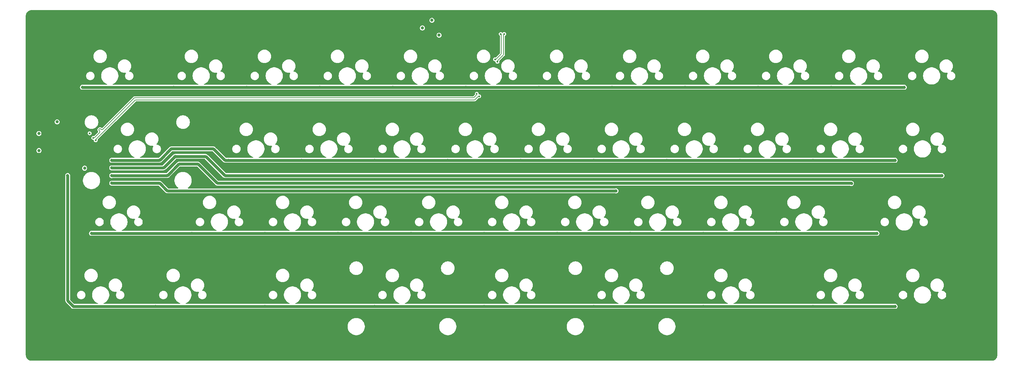
<source format=gbr>
%TF.GenerationSoftware,KiCad,Pcbnew,9.99.0-5522-g400384cf72*%
%TF.CreationDate,2026-02-12T00:01:38-08:00*%
%TF.ProjectId,amb-kb,616d622d-6b62-42e6-9b69-6361645f7063,rev?*%
%TF.SameCoordinates,Original*%
%TF.FileFunction,Copper,L4,Bot*%
%TF.FilePolarity,Positive*%
%FSLAX46Y46*%
G04 Gerber Fmt 4.6, Leading zero omitted, Abs format (unit mm)*
G04 Created by KiCad (PCBNEW 9.99.0-5522-g400384cf72) date 2026-02-12 00:01:38*
%MOMM*%
%LPD*%
G01*
G04 APERTURE LIST*
%TA.AperFunction,ComponentPad*%
%ADD10C,3.500000*%
%TD*%
%TA.AperFunction,ViaPad*%
%ADD11C,0.800000*%
%TD*%
%TA.AperFunction,ViaPad*%
%ADD12C,0.500000*%
%TD*%
%TA.AperFunction,ViaPad*%
%ADD13C,0.400000*%
%TD*%
%TA.AperFunction,Conductor*%
%ADD14C,0.750000*%
%TD*%
%TA.AperFunction,Conductor*%
%ADD15C,0.200000*%
%TD*%
G04 APERTURE END LIST*
D10*
%TO.P,MH2,1,1_1*%
%TO.N,GND*%
X221300076Y-126949711D03*
%TD*%
%TO.P,MH1,1,1_1*%
%TO.N,GND*%
X77631260Y-126949711D03*
%TD*%
%TO.P,MH4,1,1_1*%
%TO.N,GND*%
X70563736Y-80023469D03*
%TD*%
%TO.P,MH3,1,1_1*%
%TO.N,GND*%
X245669792Y-80023469D03*
%TD*%
D11*
%TO.N,/Keyboard Matrix/R1*%
X227945834Y-91818451D03*
X249377084Y-91818451D03*
X113645834Y-91818451D03*
X75545834Y-91818451D03*
X170795834Y-91818451D03*
X151745834Y-91818451D03*
X189845834Y-91818451D03*
X132695834Y-91818451D03*
X208895834Y-91818451D03*
X94595834Y-91818451D03*
X45089584Y-91818451D03*
%TO.N,/Keyboard Matrix/R0*%
X232708334Y-72768451D03*
X175558334Y-72768451D03*
X156508334Y-72768451D03*
X251758334Y-72768451D03*
X194608334Y-72768451D03*
X137458334Y-72768451D03*
X61258334Y-72768451D03*
X213658334Y-72768451D03*
X37445834Y-72768451D03*
X80308334Y-72768451D03*
X99358334Y-72768451D03*
X118408334Y-72768451D03*
%TO.N,/Keyboard Matrix/R2*%
X104120834Y-110868451D03*
X218420834Y-110868451D03*
X123170834Y-110868451D03*
X180320834Y-110868451D03*
X244614584Y-110868451D03*
X142220834Y-110868451D03*
X39827084Y-110868451D03*
X161270834Y-110868451D03*
X85070834Y-110868451D03*
X199370834Y-110868451D03*
X66020834Y-110868451D03*
%TO.N,/Keyboard Matrix/C0*%
X261589584Y-95799701D03*
X45089584Y-93799701D03*
%TO.N,/Keyboard Matrix/R3*%
X56495834Y-129918451D03*
X227945834Y-129918451D03*
X249377084Y-129918451D03*
X85070834Y-129918451D03*
X33589584Y-95799701D03*
X170795834Y-129918451D03*
X199370834Y-129918451D03*
X113645834Y-129918451D03*
X142220834Y-129918451D03*
X35064584Y-129918451D03*
D12*
%TO.N,/STM32/MCU_D_N*%
X140907782Y-75117899D03*
X145657782Y-66117899D03*
X147433334Y-58864498D03*
X40907782Y-86617899D03*
%TO.N,/STM32/MCU_D_P*%
X146533334Y-58864498D03*
X40271386Y-85981503D03*
X145021386Y-65481503D03*
X140271386Y-74481503D03*
%TO.N,GND*%
X31842084Y-82252201D03*
D11*
X35314584Y-95024701D03*
X153339584Y-53049701D03*
X128589584Y-59299701D03*
X135839584Y-56524701D03*
D12*
X29089584Y-82955951D03*
D11*
X151339584Y-53049701D03*
X139839584Y-59549701D03*
X26114584Y-90824701D03*
X37359584Y-84069701D03*
D13*
X38589584Y-85549701D03*
X29289584Y-88399701D03*
D11*
X34589584Y-92549701D03*
X140589584Y-53049701D03*
X145183335Y-58705950D03*
X141589584Y-53049701D03*
D12*
X29589584Y-84069701D03*
D13*
X31589584Y-83599701D03*
D12*
X27339584Y-82299701D03*
D11*
X131339584Y-57299701D03*
X28839584Y-91049701D03*
X142589584Y-53049701D03*
X152339584Y-53049701D03*
D12*
X28839584Y-86049701D03*
D11*
%TO.N,/Keyboard Matrix/C4*%
X45089584Y-97799701D03*
X176589584Y-99799701D03*
%TO.N,/Keyboard Matrix/C1*%
X45089584Y-95799701D03*
X237988803Y-97856732D03*
%TO.N,/Power Supply/3V3*%
X128589584Y-55299701D03*
X26114584Y-89274701D03*
X126089584Y-57299701D03*
X38009898Y-93879387D03*
X130452084Y-59187201D03*
X26089584Y-84824701D03*
X30850834Y-81799701D03*
D12*
X39319584Y-84779701D03*
%TD*%
%TO.N,/Keyboard Matrix/R1*%
D14*
X60501716Y-88887569D02*
G75*
G02*
X60713848Y-88799735I212084J-212131D01*
G01*
X57446570Y-91818451D02*
G75*
G03*
X57658707Y-91730588I30J299951D01*
G01*
X71465320Y-88799701D02*
G75*
G02*
X71677442Y-88887579I-20J-299999D01*
G01*
X45089584Y-91818451D02*
X57446570Y-91818451D01*
X57658702Y-91730583D02*
X60501716Y-88887569D01*
X60713848Y-88799701D02*
X71465320Y-88799701D01*
X74520466Y-91730583D02*
G75*
G03*
X74732598Y-91818467I212134J212083D01*
G01*
X71677452Y-88887569D02*
X74520466Y-91730583D01*
X74732598Y-91818451D02*
X75545834Y-91818451D01*
X75545834Y-91818451D02*
X249377084Y-91818451D01*
%TO.N,/Keyboard Matrix/R0*%
X37445834Y-72768451D02*
X251758334Y-72768451D01*
%TO.N,/Keyboard Matrix/R2*%
X39827084Y-110868451D02*
X244614584Y-110868451D01*
%TO.N,/Keyboard Matrix/C0*%
X261589584Y-95799701D02*
X74713848Y-95799701D01*
X69465320Y-90799701D02*
X61713848Y-90799701D01*
X74501716Y-95711833D02*
X69677452Y-90887569D01*
X61501716Y-90887569D02*
X58677452Y-93711833D01*
X58465320Y-93799701D02*
X45089584Y-93799701D01*
X61501716Y-90887569D02*
G75*
G02*
X61713848Y-90799735I212084J-212131D01*
G01*
X58677452Y-93711833D02*
G75*
G02*
X58465320Y-93799715I-212152J212133D01*
G01*
X69677452Y-90887569D02*
G75*
G03*
X69465320Y-90799687I-212152J-212131D01*
G01*
X74501716Y-95711833D02*
G75*
G03*
X74713848Y-95799667I212084J212133D01*
G01*
%TO.N,/Keyboard Matrix/R3*%
X33589584Y-128319187D02*
X33589584Y-95799701D01*
X35064584Y-129918451D02*
X249377084Y-129918451D01*
X35064584Y-129918451D02*
X33677452Y-128531319D01*
X33677452Y-128531319D02*
G75*
G02*
X33589598Y-128319187I212148J212119D01*
G01*
%TO.N,/STM32/MCU_D_N*%
D15*
X51125980Y-76187570D02*
X40995650Y-86317900D01*
X40907782Y-86530032D02*
X40907782Y-86617899D01*
X139589584Y-76099702D02*
X51338112Y-76099702D01*
X147433334Y-58864498D02*
X147371203Y-58926629D01*
X147283335Y-59138761D02*
X147283335Y-64155951D01*
X140607783Y-75205767D02*
X139801716Y-76011834D01*
X147195467Y-64368083D02*
X145745650Y-65817900D01*
X140907782Y-75117899D02*
X140819915Y-75117899D01*
X145657782Y-66030032D02*
X145657782Y-66117899D01*
X40995650Y-86317900D02*
G75*
G03*
X40907810Y-86530032I212150J-212100D01*
G01*
X140819915Y-75117899D02*
G75*
G03*
X140607775Y-75205759I-15J-300001D01*
G01*
X139589584Y-76099702D02*
G75*
G03*
X139801724Y-76011842I16J300002D01*
G01*
X147371203Y-58926629D02*
G75*
G03*
X147283297Y-59138761I212097J-212171D01*
G01*
X51125980Y-76187570D02*
G75*
G02*
X51338112Y-76099710I212120J-212130D01*
G01*
X145657782Y-66030032D02*
G75*
G02*
X145745630Y-65817880I300018J32D01*
G01*
X147195467Y-64368083D02*
G75*
G03*
X147283290Y-64155951I-212167J212083D01*
G01*
%TO.N,/STM32/MCU_D_P*%
X41934195Y-84191414D02*
X41776448Y-84033667D01*
X146683333Y-59138761D02*
X146683333Y-63907423D01*
X51089584Y-75499700D02*
X139341056Y-75499700D01*
X40271386Y-85981503D02*
X40359253Y-85981503D01*
X139553188Y-75411832D02*
X140183518Y-74781502D01*
X41776447Y-83694257D02*
X41861302Y-83609403D01*
X146595465Y-64119555D02*
X145321385Y-65393635D01*
X42782724Y-83682297D02*
X43854153Y-82610867D01*
X43854153Y-82610867D02*
X50877452Y-75587568D01*
X145109253Y-65481503D02*
X145021386Y-65481503D01*
X40571385Y-85893635D02*
X41934194Y-84530826D01*
X42200712Y-83609404D02*
X42358460Y-83767152D01*
X42697872Y-83767151D02*
X42782724Y-83682297D01*
X146533334Y-58864498D02*
X146595465Y-58926629D01*
X140271386Y-74569370D02*
X140271386Y-74481503D01*
X40359253Y-85981503D02*
G75*
G03*
X40571409Y-85893659I47J300003D01*
G01*
X145109253Y-65481503D02*
G75*
G03*
X145321409Y-65393659I47J300003D01*
G01*
X139341056Y-75499700D02*
G75*
G03*
X139553210Y-75411854I44J300000D01*
G01*
X50877452Y-75587568D02*
G75*
G02*
X51089584Y-75499689I212148J-212132D01*
G01*
X41776448Y-84033667D02*
G75*
G02*
X41776485Y-83694295I169752J169667D01*
G01*
X41934194Y-84530826D02*
G75*
G03*
X41934215Y-84191394I-169694J169726D01*
G01*
X140183518Y-74781502D02*
G75*
G03*
X140271369Y-74569370I-212118J212102D01*
G01*
X146595465Y-58926629D02*
G75*
G02*
X146683351Y-59138761I-212165J-212171D01*
G01*
X42358460Y-83767152D02*
G75*
G03*
X42697906Y-83767186I169740J169752D01*
G01*
X146595465Y-64119555D02*
G75*
G03*
X146683340Y-63907423I-212165J212155D01*
G01*
X41861302Y-83609403D02*
G75*
G02*
X42200705Y-83609410I169698J-169697D01*
G01*
%TO.N,/Keyboard Matrix/C4*%
D14*
X176589584Y-99799701D02*
X59713848Y-99799701D01*
X57465320Y-97799701D02*
X45089584Y-97799701D01*
X59501716Y-99711833D02*
X57677452Y-97887569D01*
X59713848Y-99799701D02*
G75*
G02*
X59501692Y-99711857I-48J300001D01*
G01*
X57677452Y-97887569D02*
G75*
G03*
X57465320Y-97799687I-212152J-212131D01*
G01*
%TO.N,/Keyboard Matrix/C1*%
X59465320Y-95799701D02*
X45089584Y-95799701D01*
X62501716Y-92887569D02*
X59677452Y-95711833D01*
X72501716Y-97711833D02*
X67677452Y-92887569D01*
X237988803Y-97856732D02*
X237931772Y-97799701D01*
X67465320Y-92799701D02*
X62713848Y-92799701D01*
X237931772Y-97799701D02*
X72713848Y-97799701D01*
X67465320Y-92799701D02*
G75*
G02*
X67677442Y-92887579I-20J-299999D01*
G01*
X59677452Y-95711833D02*
G75*
G02*
X59465320Y-95799715I-212152J212133D01*
G01*
X62501716Y-92887569D02*
G75*
G02*
X62713848Y-92799735I212084J-212131D01*
G01*
X72713848Y-97799701D02*
G75*
G02*
X72501692Y-97711857I-48J300001D01*
G01*
%TD*%
%TA.AperFunction,Conductor*%
%TO.N,GND*%
G36*
X274612480Y-52648415D02*
G01*
X274759601Y-52658937D01*
X274777111Y-52661455D01*
X274969368Y-52703278D01*
X275026016Y-52734211D01*
X275162301Y-52774228D01*
X275186786Y-52784370D01*
X275306728Y-52849863D01*
X275359477Y-52878666D01*
X275374360Y-52888231D01*
X275531868Y-53006140D01*
X275545239Y-53017726D01*
X275684368Y-53156855D01*
X275695954Y-53170225D01*
X275813867Y-53327738D01*
X275813869Y-53327740D01*
X275823432Y-53342621D01*
X275892727Y-53469526D01*
X275917725Y-53515305D01*
X275925075Y-53531399D01*
X275993836Y-53715756D01*
X275998820Y-53732731D01*
X276040643Y-53924987D01*
X276043161Y-53942498D01*
X276053684Y-54089618D01*
X276054000Y-54098465D01*
X276054000Y-142652541D01*
X276053684Y-142661388D01*
X276043161Y-142808508D01*
X276040643Y-142826019D01*
X275998820Y-143018275D01*
X275993836Y-143035250D01*
X275925075Y-143219607D01*
X275917725Y-143235701D01*
X275823434Y-143408382D01*
X275813869Y-143423266D01*
X275695954Y-143580781D01*
X275684368Y-143594151D01*
X275545239Y-143733280D01*
X275531868Y-143744866D01*
X275374360Y-143862775D01*
X275359477Y-143872340D01*
X275186793Y-143966633D01*
X275170699Y-143973983D01*
X274986342Y-144042744D01*
X274969367Y-144047728D01*
X274777111Y-144089551D01*
X274759600Y-144092069D01*
X274623634Y-144101794D01*
X274612479Y-144102592D01*
X274603634Y-144102908D01*
X24124450Y-144102908D01*
X24115604Y-144102592D01*
X24103584Y-144101732D01*
X23968482Y-144092069D01*
X23950971Y-144089551D01*
X23758715Y-144047728D01*
X23741740Y-144042744D01*
X23557379Y-143973981D01*
X23541294Y-143966635D01*
X23368607Y-143872341D01*
X23353724Y-143862777D01*
X23353721Y-143862775D01*
X23196209Y-143744862D01*
X23182839Y-143733276D01*
X23043710Y-143594147D01*
X23032124Y-143580776D01*
X22914215Y-143423268D01*
X22904650Y-143408385D01*
X22810352Y-143235690D01*
X22803012Y-143219618D01*
X22734243Y-143035241D01*
X22729264Y-143018282D01*
X22687439Y-142826019D01*
X22684921Y-142808506D01*
X22674400Y-142661387D01*
X22674084Y-142652542D01*
X22674084Y-135057601D01*
X106607184Y-135057601D01*
X106607184Y-135351800D01*
X106607185Y-135351817D01*
X106645585Y-135643497D01*
X106721736Y-135927695D01*
X106834318Y-136199495D01*
X106834326Y-136199511D01*
X106981424Y-136454290D01*
X106981435Y-136454306D01*
X107160532Y-136687710D01*
X107160538Y-136687717D01*
X107368567Y-136895746D01*
X107368573Y-136895751D01*
X107601987Y-137074856D01*
X107601994Y-137074860D01*
X107856773Y-137221958D01*
X107856789Y-137221966D01*
X108128589Y-137334548D01*
X108128591Y-137334548D01*
X108128597Y-137334551D01*
X108412784Y-137410699D01*
X108704478Y-137449101D01*
X108704485Y-137449101D01*
X108998683Y-137449101D01*
X108998690Y-137449101D01*
X109290384Y-137410699D01*
X109574571Y-137334551D01*
X109647902Y-137304176D01*
X109846378Y-137221966D01*
X109846381Y-137221964D01*
X109846387Y-137221962D01*
X110101181Y-137074856D01*
X110334595Y-136895751D01*
X110542634Y-136687712D01*
X110721739Y-136454298D01*
X110868845Y-136199504D01*
X110981434Y-135927688D01*
X111057582Y-135643501D01*
X111095984Y-135351807D01*
X111095984Y-135057601D01*
X130483184Y-135057601D01*
X130483184Y-135351800D01*
X130483185Y-135351817D01*
X130521585Y-135643497D01*
X130597736Y-135927695D01*
X130710318Y-136199495D01*
X130710326Y-136199511D01*
X130857424Y-136454290D01*
X130857435Y-136454306D01*
X131036532Y-136687710D01*
X131036538Y-136687717D01*
X131244567Y-136895746D01*
X131244573Y-136895751D01*
X131477987Y-137074856D01*
X131477994Y-137074860D01*
X131732773Y-137221958D01*
X131732789Y-137221966D01*
X132004589Y-137334548D01*
X132004591Y-137334548D01*
X132004597Y-137334551D01*
X132288784Y-137410699D01*
X132580478Y-137449101D01*
X132580485Y-137449101D01*
X132874683Y-137449101D01*
X132874690Y-137449101D01*
X133166384Y-137410699D01*
X133450571Y-137334551D01*
X133523902Y-137304176D01*
X133722378Y-137221966D01*
X133722381Y-137221964D01*
X133722387Y-137221962D01*
X133977181Y-137074856D01*
X134210595Y-136895751D01*
X134418634Y-136687712D01*
X134597739Y-136454298D01*
X134744845Y-136199504D01*
X134857434Y-135927688D01*
X134933582Y-135643501D01*
X134971984Y-135351807D01*
X134971984Y-135057601D01*
X163757184Y-135057601D01*
X163757184Y-135351800D01*
X163757185Y-135351817D01*
X163795585Y-135643497D01*
X163871736Y-135927695D01*
X163984318Y-136199495D01*
X163984326Y-136199511D01*
X164131424Y-136454290D01*
X164131435Y-136454306D01*
X164310532Y-136687710D01*
X164310538Y-136687717D01*
X164518567Y-136895746D01*
X164518573Y-136895751D01*
X164751987Y-137074856D01*
X164751994Y-137074860D01*
X165006773Y-137221958D01*
X165006789Y-137221966D01*
X165278589Y-137334548D01*
X165278591Y-137334548D01*
X165278597Y-137334551D01*
X165562784Y-137410699D01*
X165854478Y-137449101D01*
X165854485Y-137449101D01*
X166148683Y-137449101D01*
X166148690Y-137449101D01*
X166440384Y-137410699D01*
X166724571Y-137334551D01*
X166797902Y-137304176D01*
X166996378Y-137221966D01*
X166996381Y-137221964D01*
X166996387Y-137221962D01*
X167251181Y-137074856D01*
X167484595Y-136895751D01*
X167692634Y-136687712D01*
X167871739Y-136454298D01*
X168018845Y-136199504D01*
X168131434Y-135927688D01*
X168207582Y-135643501D01*
X168245984Y-135351807D01*
X168245984Y-135057601D01*
X187633184Y-135057601D01*
X187633184Y-135351800D01*
X187633185Y-135351817D01*
X187671585Y-135643497D01*
X187747736Y-135927695D01*
X187860318Y-136199495D01*
X187860326Y-136199511D01*
X188007424Y-136454290D01*
X188007435Y-136454306D01*
X188186532Y-136687710D01*
X188186538Y-136687717D01*
X188394567Y-136895746D01*
X188394573Y-136895751D01*
X188627987Y-137074856D01*
X188627994Y-137074860D01*
X188882773Y-137221958D01*
X188882789Y-137221966D01*
X189154589Y-137334548D01*
X189154591Y-137334548D01*
X189154597Y-137334551D01*
X189438784Y-137410699D01*
X189730478Y-137449101D01*
X189730485Y-137449101D01*
X190024683Y-137449101D01*
X190024690Y-137449101D01*
X190316384Y-137410699D01*
X190600571Y-137334551D01*
X190673902Y-137304176D01*
X190872378Y-137221966D01*
X190872381Y-137221964D01*
X190872387Y-137221962D01*
X191127181Y-137074856D01*
X191360595Y-136895751D01*
X191568634Y-136687712D01*
X191747739Y-136454298D01*
X191894845Y-136199504D01*
X192007434Y-135927688D01*
X192083582Y-135643501D01*
X192121984Y-135351807D01*
X192121984Y-135057595D01*
X192083582Y-134765901D01*
X192007434Y-134481714D01*
X192007431Y-134481706D01*
X191894849Y-134209906D01*
X191894841Y-134209890D01*
X191747743Y-133955111D01*
X191747739Y-133955104D01*
X191568634Y-133721690D01*
X191568629Y-133721684D01*
X191360600Y-133513655D01*
X191360593Y-133513649D01*
X191127189Y-133334552D01*
X191127187Y-133334550D01*
X191127181Y-133334546D01*
X191127176Y-133334543D01*
X191127173Y-133334541D01*
X190872394Y-133187443D01*
X190872378Y-133187435D01*
X190600578Y-133074853D01*
X190316380Y-132998702D01*
X190024700Y-132960302D01*
X190024695Y-132960301D01*
X190024690Y-132960301D01*
X189730478Y-132960301D01*
X189730472Y-132960301D01*
X189730467Y-132960302D01*
X189438787Y-132998702D01*
X189154589Y-133074853D01*
X188882789Y-133187435D01*
X188882773Y-133187443D01*
X188627994Y-133334541D01*
X188627978Y-133334552D01*
X188394574Y-133513649D01*
X188394567Y-133513655D01*
X188186538Y-133721684D01*
X188186532Y-133721691D01*
X188007435Y-133955095D01*
X188007424Y-133955111D01*
X187860326Y-134209890D01*
X187860318Y-134209906D01*
X187747736Y-134481706D01*
X187671585Y-134765904D01*
X187633185Y-135057584D01*
X187633184Y-135057601D01*
X168245984Y-135057601D01*
X168245984Y-135057595D01*
X168207582Y-134765901D01*
X168131434Y-134481714D01*
X168131431Y-134481706D01*
X168018849Y-134209906D01*
X168018841Y-134209890D01*
X167871743Y-133955111D01*
X167871739Y-133955104D01*
X167692634Y-133721690D01*
X167692629Y-133721684D01*
X167484600Y-133513655D01*
X167484593Y-133513649D01*
X167251189Y-133334552D01*
X167251187Y-133334550D01*
X167251181Y-133334546D01*
X167251176Y-133334543D01*
X167251173Y-133334541D01*
X166996394Y-133187443D01*
X166996378Y-133187435D01*
X166724578Y-133074853D01*
X166440380Y-132998702D01*
X166148700Y-132960302D01*
X166148695Y-132960301D01*
X166148690Y-132960301D01*
X165854478Y-132960301D01*
X165854472Y-132960301D01*
X165854467Y-132960302D01*
X165562787Y-132998702D01*
X165278589Y-133074853D01*
X165006789Y-133187435D01*
X165006773Y-133187443D01*
X164751994Y-133334541D01*
X164751978Y-133334552D01*
X164518574Y-133513649D01*
X164518567Y-133513655D01*
X164310538Y-133721684D01*
X164310532Y-133721691D01*
X164131435Y-133955095D01*
X164131424Y-133955111D01*
X163984326Y-134209890D01*
X163984318Y-134209906D01*
X163871736Y-134481706D01*
X163795585Y-134765904D01*
X163757185Y-135057584D01*
X163757184Y-135057601D01*
X134971984Y-135057601D01*
X134971984Y-135057595D01*
X134933582Y-134765901D01*
X134857434Y-134481714D01*
X134857431Y-134481706D01*
X134744849Y-134209906D01*
X134744841Y-134209890D01*
X134597743Y-133955111D01*
X134597739Y-133955104D01*
X134418634Y-133721690D01*
X134418629Y-133721684D01*
X134210600Y-133513655D01*
X134210593Y-133513649D01*
X133977189Y-133334552D01*
X133977187Y-133334550D01*
X133977181Y-133334546D01*
X133977176Y-133334543D01*
X133977173Y-133334541D01*
X133722394Y-133187443D01*
X133722378Y-133187435D01*
X133450578Y-133074853D01*
X133166380Y-132998702D01*
X132874700Y-132960302D01*
X132874695Y-132960301D01*
X132874690Y-132960301D01*
X132580478Y-132960301D01*
X132580472Y-132960301D01*
X132580467Y-132960302D01*
X132288787Y-132998702D01*
X132004589Y-133074853D01*
X131732789Y-133187435D01*
X131732773Y-133187443D01*
X131477994Y-133334541D01*
X131477978Y-133334552D01*
X131244574Y-133513649D01*
X131244567Y-133513655D01*
X131036538Y-133721684D01*
X131036532Y-133721691D01*
X130857435Y-133955095D01*
X130857424Y-133955111D01*
X130710326Y-134209890D01*
X130710318Y-134209906D01*
X130597736Y-134481706D01*
X130521585Y-134765904D01*
X130483185Y-135057584D01*
X130483184Y-135057601D01*
X111095984Y-135057601D01*
X111095984Y-135057595D01*
X111057582Y-134765901D01*
X110981434Y-134481714D01*
X110981431Y-134481706D01*
X110868849Y-134209906D01*
X110868841Y-134209890D01*
X110721743Y-133955111D01*
X110721739Y-133955104D01*
X110542634Y-133721690D01*
X110542629Y-133721684D01*
X110334600Y-133513655D01*
X110334593Y-133513649D01*
X110101189Y-133334552D01*
X110101187Y-133334550D01*
X110101181Y-133334546D01*
X110101176Y-133334543D01*
X110101173Y-133334541D01*
X109846394Y-133187443D01*
X109846378Y-133187435D01*
X109574578Y-133074853D01*
X109290380Y-132998702D01*
X108998700Y-132960302D01*
X108998695Y-132960301D01*
X108998690Y-132960301D01*
X108704478Y-132960301D01*
X108704472Y-132960301D01*
X108704467Y-132960302D01*
X108412787Y-132998702D01*
X108128589Y-133074853D01*
X107856789Y-133187435D01*
X107856773Y-133187443D01*
X107601994Y-133334541D01*
X107601978Y-133334552D01*
X107368574Y-133513649D01*
X107368567Y-133513655D01*
X107160538Y-133721684D01*
X107160532Y-133721691D01*
X106981435Y-133955095D01*
X106981424Y-133955111D01*
X106834326Y-134209890D01*
X106834318Y-134209906D01*
X106721736Y-134481706D01*
X106645585Y-134765904D01*
X106607185Y-135057584D01*
X106607184Y-135057601D01*
X22674084Y-135057601D01*
X22674084Y-95735629D01*
X32939084Y-95735629D01*
X32939084Y-95863772D01*
X32961701Y-95977470D01*
X32964084Y-96001662D01*
X32964084Y-128392023D01*
X32986873Y-128535911D01*
X33031885Y-128674447D01*
X33031887Y-128674452D01*
X33031889Y-128674456D01*
X33098026Y-128804255D01*
X33183653Y-128922111D01*
X33235158Y-128973615D01*
X33288862Y-129027320D01*
X33288864Y-129027321D01*
X34479477Y-130217934D01*
X34494898Y-130236724D01*
X34559307Y-130333119D01*
X34559310Y-130333123D01*
X34649911Y-130423724D01*
X34649915Y-130423727D01*
X34756450Y-130494912D01*
X34756456Y-130494915D01*
X34756457Y-130494916D01*
X34874840Y-130543952D01*
X34874844Y-130543952D01*
X34874845Y-130543953D01*
X35000512Y-130568951D01*
X35000515Y-130568951D01*
X35128655Y-130568951D01*
X35242354Y-130546334D01*
X35266546Y-130543951D01*
X56293872Y-130543951D01*
X56318064Y-130546334D01*
X56431762Y-130568951D01*
X56431765Y-130568951D01*
X56559905Y-130568951D01*
X56673604Y-130546334D01*
X56697796Y-130543951D01*
X84868872Y-130543951D01*
X84893064Y-130546334D01*
X85006762Y-130568951D01*
X85006765Y-130568951D01*
X85134905Y-130568951D01*
X85248604Y-130546334D01*
X85272796Y-130543951D01*
X113443872Y-130543951D01*
X113468064Y-130546334D01*
X113581762Y-130568951D01*
X113581765Y-130568951D01*
X113709905Y-130568951D01*
X113823604Y-130546334D01*
X113847796Y-130543951D01*
X142018872Y-130543951D01*
X142043064Y-130546334D01*
X142156762Y-130568951D01*
X142156765Y-130568951D01*
X142284905Y-130568951D01*
X142398604Y-130546334D01*
X142422796Y-130543951D01*
X170593872Y-130543951D01*
X170618064Y-130546334D01*
X170731762Y-130568951D01*
X170731765Y-130568951D01*
X170859905Y-130568951D01*
X170973604Y-130546334D01*
X170997796Y-130543951D01*
X199168872Y-130543951D01*
X199193064Y-130546334D01*
X199306762Y-130568951D01*
X199306765Y-130568951D01*
X199434905Y-130568951D01*
X199548604Y-130546334D01*
X199572796Y-130543951D01*
X227743872Y-130543951D01*
X227768064Y-130546334D01*
X227881762Y-130568951D01*
X227881765Y-130568951D01*
X228009905Y-130568951D01*
X228123604Y-130546334D01*
X228147796Y-130543951D01*
X249175122Y-130543951D01*
X249199314Y-130546334D01*
X249313012Y-130568951D01*
X249313015Y-130568951D01*
X249441155Y-130568951D01*
X249554853Y-130546334D01*
X249566828Y-130543952D01*
X249685211Y-130494916D01*
X249791753Y-130423727D01*
X249882360Y-130333120D01*
X249953549Y-130226578D01*
X250002585Y-130108195D01*
X250027584Y-129982520D01*
X250027584Y-129854382D01*
X250027584Y-129854379D01*
X250002586Y-129728712D01*
X250002585Y-129728711D01*
X250002585Y-129728707D01*
X249953549Y-129610324D01*
X249953548Y-129610323D01*
X249953545Y-129610317D01*
X249882360Y-129503782D01*
X249882357Y-129503778D01*
X249791756Y-129413177D01*
X249791752Y-129413174D01*
X249685217Y-129341989D01*
X249685208Y-129341984D01*
X249566828Y-129292950D01*
X249566822Y-129292948D01*
X249441155Y-129267951D01*
X249441153Y-129267951D01*
X249313015Y-129267951D01*
X249313013Y-129267951D01*
X249199314Y-129290568D01*
X249175122Y-129292951D01*
X235920769Y-129292951D01*
X235853730Y-129273266D01*
X235807975Y-129220462D01*
X235798031Y-129151304D01*
X235827056Y-129087748D01*
X235873317Y-129054390D01*
X236084378Y-128966966D01*
X236084381Y-128966964D01*
X236084387Y-128966962D01*
X236339181Y-128819856D01*
X236572595Y-128640751D01*
X236780634Y-128432712D01*
X236959739Y-128199298D01*
X237106845Y-127944504D01*
X237219434Y-127672688D01*
X237295582Y-127388501D01*
X237333984Y-127096807D01*
X237333984Y-126802595D01*
X237295582Y-126510901D01*
X237219434Y-126226714D01*
X237191884Y-126160201D01*
X237106849Y-125954906D01*
X237106841Y-125954890D01*
X236959743Y-125700111D01*
X236959739Y-125700104D01*
X236780634Y-125466690D01*
X236780629Y-125466684D01*
X236572600Y-125258655D01*
X236572593Y-125258649D01*
X236339189Y-125079552D01*
X236339187Y-125079550D01*
X236339181Y-125079546D01*
X236339176Y-125079543D01*
X236339173Y-125079541D01*
X236084394Y-124932443D01*
X236084378Y-124932435D01*
X235812578Y-124819853D01*
X235559128Y-124751941D01*
X235528384Y-124743703D01*
X235528383Y-124743702D01*
X235528380Y-124743702D01*
X235236700Y-124705302D01*
X235236695Y-124705301D01*
X235236690Y-124705301D01*
X234942478Y-124705301D01*
X234942472Y-124705301D01*
X234942467Y-124705302D01*
X234650787Y-124743702D01*
X234366589Y-124819853D01*
X234094789Y-124932435D01*
X234094773Y-124932443D01*
X233839994Y-125079541D01*
X233839978Y-125079552D01*
X233606574Y-125258649D01*
X233606567Y-125258655D01*
X233398538Y-125466684D01*
X233398532Y-125466691D01*
X233219435Y-125700095D01*
X233219424Y-125700111D01*
X233072326Y-125954890D01*
X233072318Y-125954906D01*
X232959736Y-126226706D01*
X232883585Y-126510904D01*
X232845185Y-126802584D01*
X232845184Y-126802601D01*
X232845184Y-127096800D01*
X232845185Y-127096817D01*
X232883585Y-127388497D01*
X232959736Y-127672695D01*
X233072318Y-127944495D01*
X233072326Y-127944511D01*
X233219424Y-128199290D01*
X233219435Y-128199306D01*
X233398532Y-128432710D01*
X233398538Y-128432717D01*
X233606567Y-128640746D01*
X233606573Y-128640751D01*
X233839987Y-128819856D01*
X233839994Y-128819860D01*
X234094773Y-128966958D01*
X234094789Y-128966966D01*
X234305851Y-129054390D01*
X234360255Y-129098231D01*
X234382320Y-129164525D01*
X234365041Y-129232224D01*
X234313904Y-129279835D01*
X234258399Y-129292951D01*
X228147796Y-129292951D01*
X228123604Y-129290568D01*
X228009905Y-129267951D01*
X228009903Y-129267951D01*
X227881765Y-129267951D01*
X227881763Y-129267951D01*
X227768064Y-129290568D01*
X227743872Y-129292951D01*
X207345769Y-129292951D01*
X207278730Y-129273266D01*
X207232975Y-129220462D01*
X207223031Y-129151304D01*
X207252056Y-129087748D01*
X207298317Y-129054390D01*
X207509378Y-128966966D01*
X207509381Y-128966964D01*
X207509387Y-128966962D01*
X207764181Y-128819856D01*
X207997595Y-128640751D01*
X208205634Y-128432712D01*
X208384739Y-128199298D01*
X208531845Y-127944504D01*
X208644434Y-127672688D01*
X208720582Y-127388501D01*
X208758984Y-127096807D01*
X208758984Y-126802595D01*
X208720582Y-126510901D01*
X208644434Y-126226714D01*
X208616884Y-126160201D01*
X208531849Y-125954906D01*
X208531841Y-125954890D01*
X208384743Y-125700111D01*
X208384739Y-125700104D01*
X208205634Y-125466690D01*
X208205629Y-125466684D01*
X207997600Y-125258655D01*
X207997593Y-125258649D01*
X207764189Y-125079552D01*
X207764187Y-125079550D01*
X207764181Y-125079546D01*
X207764176Y-125079543D01*
X207764173Y-125079541D01*
X207509394Y-124932443D01*
X207509378Y-124932435D01*
X207237578Y-124819853D01*
X206984128Y-124751941D01*
X206953384Y-124743703D01*
X206953383Y-124743702D01*
X206953380Y-124743702D01*
X206661700Y-124705302D01*
X206661695Y-124705301D01*
X206661690Y-124705301D01*
X206367478Y-124705301D01*
X206367472Y-124705301D01*
X206367467Y-124705302D01*
X206075787Y-124743702D01*
X205791589Y-124819853D01*
X205519789Y-124932435D01*
X205519773Y-124932443D01*
X205264994Y-125079541D01*
X205264978Y-125079552D01*
X205031574Y-125258649D01*
X205031567Y-125258655D01*
X204823538Y-125466684D01*
X204823532Y-125466691D01*
X204644435Y-125700095D01*
X204644424Y-125700111D01*
X204497326Y-125954890D01*
X204497318Y-125954906D01*
X204384736Y-126226706D01*
X204308585Y-126510904D01*
X204270185Y-126802584D01*
X204270184Y-126802601D01*
X204270184Y-127096800D01*
X204270185Y-127096817D01*
X204308585Y-127388497D01*
X204384736Y-127672695D01*
X204497318Y-127944495D01*
X204497326Y-127944511D01*
X204644424Y-128199290D01*
X204644435Y-128199306D01*
X204823532Y-128432710D01*
X204823538Y-128432717D01*
X205031567Y-128640746D01*
X205031573Y-128640751D01*
X205264987Y-128819856D01*
X205264994Y-128819860D01*
X205519773Y-128966958D01*
X205519789Y-128966966D01*
X205730851Y-129054390D01*
X205785255Y-129098231D01*
X205807320Y-129164525D01*
X205790041Y-129232224D01*
X205738904Y-129279835D01*
X205683399Y-129292951D01*
X199572796Y-129292951D01*
X199548604Y-129290568D01*
X199434905Y-129267951D01*
X199434903Y-129267951D01*
X199306765Y-129267951D01*
X199306763Y-129267951D01*
X199193064Y-129290568D01*
X199168872Y-129292951D01*
X178770769Y-129292951D01*
X178703730Y-129273266D01*
X178657975Y-129220462D01*
X178648031Y-129151304D01*
X178677056Y-129087748D01*
X178723317Y-129054390D01*
X178934378Y-128966966D01*
X178934381Y-128966964D01*
X178934387Y-128966962D01*
X179189181Y-128819856D01*
X179422595Y-128640751D01*
X179630634Y-128432712D01*
X179809739Y-128199298D01*
X179956845Y-127944504D01*
X180069434Y-127672688D01*
X180145582Y-127388501D01*
X180183984Y-127096807D01*
X180183984Y-126802595D01*
X180145582Y-126510901D01*
X180069434Y-126226714D01*
X180041884Y-126160201D01*
X179956849Y-125954906D01*
X179956841Y-125954890D01*
X179809743Y-125700111D01*
X179809739Y-125700104D01*
X179630634Y-125466690D01*
X179630629Y-125466684D01*
X179422600Y-125258655D01*
X179422593Y-125258649D01*
X179189189Y-125079552D01*
X179189187Y-125079550D01*
X179189181Y-125079546D01*
X179189176Y-125079543D01*
X179189173Y-125079541D01*
X178934394Y-124932443D01*
X178934378Y-124932435D01*
X178662578Y-124819853D01*
X178409128Y-124751941D01*
X178378384Y-124743703D01*
X178378383Y-124743702D01*
X178378380Y-124743702D01*
X178086700Y-124705302D01*
X178086695Y-124705301D01*
X178086690Y-124705301D01*
X177792478Y-124705301D01*
X177792472Y-124705301D01*
X177792467Y-124705302D01*
X177500787Y-124743702D01*
X177216589Y-124819853D01*
X176944789Y-124932435D01*
X176944773Y-124932443D01*
X176689994Y-125079541D01*
X176689978Y-125079552D01*
X176456574Y-125258649D01*
X176456567Y-125258655D01*
X176248538Y-125466684D01*
X176248532Y-125466691D01*
X176069435Y-125700095D01*
X176069424Y-125700111D01*
X175922326Y-125954890D01*
X175922318Y-125954906D01*
X175809736Y-126226706D01*
X175733585Y-126510904D01*
X175695185Y-126802584D01*
X175695184Y-126802601D01*
X175695184Y-127096800D01*
X175695185Y-127096817D01*
X175733585Y-127388497D01*
X175809736Y-127672695D01*
X175922318Y-127944495D01*
X175922326Y-127944511D01*
X176069424Y-128199290D01*
X176069435Y-128199306D01*
X176248532Y-128432710D01*
X176248538Y-128432717D01*
X176456567Y-128640746D01*
X176456573Y-128640751D01*
X176689987Y-128819856D01*
X176689994Y-128819860D01*
X176944773Y-128966958D01*
X176944789Y-128966966D01*
X177155851Y-129054390D01*
X177210255Y-129098231D01*
X177232320Y-129164525D01*
X177215041Y-129232224D01*
X177163904Y-129279835D01*
X177108399Y-129292951D01*
X170997796Y-129292951D01*
X170973604Y-129290568D01*
X170859905Y-129267951D01*
X170859903Y-129267951D01*
X170731765Y-129267951D01*
X170731763Y-129267951D01*
X170618064Y-129290568D01*
X170593872Y-129292951D01*
X150195769Y-129292951D01*
X150128730Y-129273266D01*
X150082975Y-129220462D01*
X150073031Y-129151304D01*
X150102056Y-129087748D01*
X150148317Y-129054390D01*
X150359378Y-128966966D01*
X150359381Y-128966964D01*
X150359387Y-128966962D01*
X150614181Y-128819856D01*
X150847595Y-128640751D01*
X151055634Y-128432712D01*
X151234739Y-128199298D01*
X151381845Y-127944504D01*
X151494434Y-127672688D01*
X151570582Y-127388501D01*
X151608984Y-127096807D01*
X151608984Y-126802595D01*
X151570582Y-126510901D01*
X151494434Y-126226714D01*
X151466884Y-126160201D01*
X151381849Y-125954906D01*
X151381841Y-125954890D01*
X151234743Y-125700111D01*
X151234739Y-125700104D01*
X151055634Y-125466690D01*
X151055629Y-125466684D01*
X150847600Y-125258655D01*
X150847593Y-125258649D01*
X150614189Y-125079552D01*
X150614187Y-125079550D01*
X150614181Y-125079546D01*
X150614176Y-125079543D01*
X150614173Y-125079541D01*
X150359394Y-124932443D01*
X150359378Y-124932435D01*
X150087578Y-124819853D01*
X149834128Y-124751941D01*
X149803384Y-124743703D01*
X149803383Y-124743702D01*
X149803380Y-124743702D01*
X149511700Y-124705302D01*
X149511695Y-124705301D01*
X149511690Y-124705301D01*
X149217478Y-124705301D01*
X149217472Y-124705301D01*
X149217467Y-124705302D01*
X148925787Y-124743702D01*
X148641589Y-124819853D01*
X148369789Y-124932435D01*
X148369773Y-124932443D01*
X148114994Y-125079541D01*
X148114978Y-125079552D01*
X147881574Y-125258649D01*
X147881567Y-125258655D01*
X147673538Y-125466684D01*
X147673532Y-125466691D01*
X147494435Y-125700095D01*
X147494424Y-125700111D01*
X147347326Y-125954890D01*
X147347318Y-125954906D01*
X147234736Y-126226706D01*
X147158585Y-126510904D01*
X147120185Y-126802584D01*
X147120184Y-126802601D01*
X147120184Y-127096800D01*
X147120185Y-127096817D01*
X147158585Y-127388497D01*
X147234736Y-127672695D01*
X147347318Y-127944495D01*
X147347326Y-127944511D01*
X147494424Y-128199290D01*
X147494435Y-128199306D01*
X147673532Y-128432710D01*
X147673538Y-128432717D01*
X147881567Y-128640746D01*
X147881573Y-128640751D01*
X148114987Y-128819856D01*
X148114994Y-128819860D01*
X148369773Y-128966958D01*
X148369789Y-128966966D01*
X148580851Y-129054390D01*
X148635255Y-129098231D01*
X148657320Y-129164525D01*
X148640041Y-129232224D01*
X148588904Y-129279835D01*
X148533399Y-129292951D01*
X142422796Y-129292951D01*
X142398604Y-129290568D01*
X142284905Y-129267951D01*
X142284903Y-129267951D01*
X142156765Y-129267951D01*
X142156763Y-129267951D01*
X142043064Y-129290568D01*
X142018872Y-129292951D01*
X121620769Y-129292951D01*
X121553730Y-129273266D01*
X121507975Y-129220462D01*
X121498031Y-129151304D01*
X121527056Y-129087748D01*
X121573317Y-129054390D01*
X121784378Y-128966966D01*
X121784381Y-128966964D01*
X121784387Y-128966962D01*
X122039181Y-128819856D01*
X122272595Y-128640751D01*
X122480634Y-128432712D01*
X122659739Y-128199298D01*
X122806845Y-127944504D01*
X122919434Y-127672688D01*
X122995582Y-127388501D01*
X123033984Y-127096807D01*
X123033984Y-126802595D01*
X122995582Y-126510901D01*
X122919434Y-126226714D01*
X122891884Y-126160201D01*
X122806849Y-125954906D01*
X122806841Y-125954890D01*
X122659743Y-125700111D01*
X122659739Y-125700104D01*
X122480634Y-125466690D01*
X122480629Y-125466684D01*
X122272600Y-125258655D01*
X122272593Y-125258649D01*
X122039189Y-125079552D01*
X122039187Y-125079550D01*
X122039181Y-125079546D01*
X122039176Y-125079543D01*
X122039173Y-125079541D01*
X121784394Y-124932443D01*
X121784378Y-124932435D01*
X121512578Y-124819853D01*
X121259128Y-124751941D01*
X121228384Y-124743703D01*
X121228383Y-124743702D01*
X121228380Y-124743702D01*
X120936700Y-124705302D01*
X120936695Y-124705301D01*
X120936690Y-124705301D01*
X120642478Y-124705301D01*
X120642472Y-124705301D01*
X120642467Y-124705302D01*
X120350787Y-124743702D01*
X120066589Y-124819853D01*
X119794789Y-124932435D01*
X119794773Y-124932443D01*
X119539994Y-125079541D01*
X119539978Y-125079552D01*
X119306574Y-125258649D01*
X119306567Y-125258655D01*
X119098538Y-125466684D01*
X119098532Y-125466691D01*
X118919435Y-125700095D01*
X118919424Y-125700111D01*
X118772326Y-125954890D01*
X118772318Y-125954906D01*
X118659736Y-126226706D01*
X118583585Y-126510904D01*
X118545185Y-126802584D01*
X118545184Y-126802601D01*
X118545184Y-127096800D01*
X118545185Y-127096817D01*
X118583585Y-127388497D01*
X118659736Y-127672695D01*
X118772318Y-127944495D01*
X118772326Y-127944511D01*
X118919424Y-128199290D01*
X118919435Y-128199306D01*
X119098532Y-128432710D01*
X119098538Y-128432717D01*
X119306567Y-128640746D01*
X119306573Y-128640751D01*
X119539987Y-128819856D01*
X119539994Y-128819860D01*
X119794773Y-128966958D01*
X119794789Y-128966966D01*
X120005851Y-129054390D01*
X120060255Y-129098231D01*
X120082320Y-129164525D01*
X120065041Y-129232224D01*
X120013904Y-129279835D01*
X119958399Y-129292951D01*
X113847796Y-129292951D01*
X113823604Y-129290568D01*
X113709905Y-129267951D01*
X113709903Y-129267951D01*
X113581765Y-129267951D01*
X113581763Y-129267951D01*
X113468064Y-129290568D01*
X113443872Y-129292951D01*
X93045769Y-129292951D01*
X92978730Y-129273266D01*
X92932975Y-129220462D01*
X92923031Y-129151304D01*
X92952056Y-129087748D01*
X92998317Y-129054390D01*
X93209378Y-128966966D01*
X93209381Y-128966964D01*
X93209387Y-128966962D01*
X93464181Y-128819856D01*
X93697595Y-128640751D01*
X93905634Y-128432712D01*
X94084739Y-128199298D01*
X94231845Y-127944504D01*
X94344434Y-127672688D01*
X94420582Y-127388501D01*
X94458984Y-127096807D01*
X94458984Y-126802595D01*
X94420582Y-126510901D01*
X94344434Y-126226714D01*
X94316884Y-126160201D01*
X94231849Y-125954906D01*
X94231841Y-125954890D01*
X94084743Y-125700111D01*
X94084739Y-125700104D01*
X93905634Y-125466690D01*
X93905629Y-125466684D01*
X93697600Y-125258655D01*
X93697593Y-125258649D01*
X93464189Y-125079552D01*
X93464187Y-125079550D01*
X93464181Y-125079546D01*
X93464176Y-125079543D01*
X93464173Y-125079541D01*
X93209394Y-124932443D01*
X93209378Y-124932435D01*
X92937578Y-124819853D01*
X92684128Y-124751941D01*
X92653384Y-124743703D01*
X92653383Y-124743702D01*
X92653380Y-124743702D01*
X92361700Y-124705302D01*
X92361695Y-124705301D01*
X92361690Y-124705301D01*
X92067478Y-124705301D01*
X92067472Y-124705301D01*
X92067467Y-124705302D01*
X91775787Y-124743702D01*
X91491589Y-124819853D01*
X91219789Y-124932435D01*
X91219773Y-124932443D01*
X90964994Y-125079541D01*
X90964978Y-125079552D01*
X90731574Y-125258649D01*
X90731567Y-125258655D01*
X90523538Y-125466684D01*
X90523532Y-125466691D01*
X90344435Y-125700095D01*
X90344424Y-125700111D01*
X90197326Y-125954890D01*
X90197318Y-125954906D01*
X90084736Y-126226706D01*
X90008585Y-126510904D01*
X89970185Y-126802584D01*
X89970184Y-126802601D01*
X89970184Y-127096800D01*
X89970185Y-127096817D01*
X90008585Y-127388497D01*
X90084736Y-127672695D01*
X90197318Y-127944495D01*
X90197326Y-127944511D01*
X90344424Y-128199290D01*
X90344435Y-128199306D01*
X90523532Y-128432710D01*
X90523538Y-128432717D01*
X90731567Y-128640746D01*
X90731573Y-128640751D01*
X90964987Y-128819856D01*
X90964994Y-128819860D01*
X91219773Y-128966958D01*
X91219789Y-128966966D01*
X91430851Y-129054390D01*
X91485255Y-129098231D01*
X91507320Y-129164525D01*
X91490041Y-129232224D01*
X91438904Y-129279835D01*
X91383399Y-129292951D01*
X85272796Y-129292951D01*
X85248604Y-129290568D01*
X85134905Y-129267951D01*
X85134903Y-129267951D01*
X85006765Y-129267951D01*
X85006763Y-129267951D01*
X84893064Y-129290568D01*
X84868872Y-129292951D01*
X64470769Y-129292951D01*
X64403730Y-129273266D01*
X64357975Y-129220462D01*
X64348031Y-129151304D01*
X64377056Y-129087748D01*
X64423317Y-129054390D01*
X64634378Y-128966966D01*
X64634381Y-128966964D01*
X64634387Y-128966962D01*
X64889181Y-128819856D01*
X65122595Y-128640751D01*
X65330634Y-128432712D01*
X65509739Y-128199298D01*
X65656845Y-127944504D01*
X65769434Y-127672688D01*
X65845582Y-127388501D01*
X65883984Y-127096807D01*
X65883984Y-126802595D01*
X65845582Y-126510901D01*
X65769434Y-126226714D01*
X65741884Y-126160201D01*
X65656849Y-125954906D01*
X65656841Y-125954890D01*
X65509743Y-125700111D01*
X65509739Y-125700104D01*
X65330634Y-125466690D01*
X65330629Y-125466684D01*
X65122600Y-125258655D01*
X65122593Y-125258649D01*
X64889189Y-125079552D01*
X64889187Y-125079550D01*
X64889181Y-125079546D01*
X64889176Y-125079543D01*
X64889173Y-125079541D01*
X64634394Y-124932443D01*
X64634378Y-124932435D01*
X64362578Y-124819853D01*
X64109128Y-124751941D01*
X64078384Y-124743703D01*
X64078383Y-124743702D01*
X64078380Y-124743702D01*
X63786700Y-124705302D01*
X63786695Y-124705301D01*
X63786690Y-124705301D01*
X63492478Y-124705301D01*
X63492472Y-124705301D01*
X63492467Y-124705302D01*
X63200787Y-124743702D01*
X62916589Y-124819853D01*
X62644789Y-124932435D01*
X62644773Y-124932443D01*
X62389994Y-125079541D01*
X62389978Y-125079552D01*
X62156574Y-125258649D01*
X62156567Y-125258655D01*
X61948538Y-125466684D01*
X61948532Y-125466691D01*
X61769435Y-125700095D01*
X61769424Y-125700111D01*
X61622326Y-125954890D01*
X61622318Y-125954906D01*
X61509736Y-126226706D01*
X61433585Y-126510904D01*
X61395185Y-126802584D01*
X61395184Y-126802601D01*
X61395184Y-127096800D01*
X61395185Y-127096817D01*
X61433585Y-127388497D01*
X61509736Y-127672695D01*
X61622318Y-127944495D01*
X61622326Y-127944511D01*
X61769424Y-128199290D01*
X61769435Y-128199306D01*
X61948532Y-128432710D01*
X61948538Y-128432717D01*
X62156567Y-128640746D01*
X62156573Y-128640751D01*
X62389987Y-128819856D01*
X62389994Y-128819860D01*
X62644773Y-128966958D01*
X62644789Y-128966966D01*
X62855851Y-129054390D01*
X62910255Y-129098231D01*
X62932320Y-129164525D01*
X62915041Y-129232224D01*
X62863904Y-129279835D01*
X62808399Y-129292951D01*
X56697796Y-129292951D01*
X56673604Y-129290568D01*
X56559905Y-129267951D01*
X56559903Y-129267951D01*
X56431765Y-129267951D01*
X56431763Y-129267951D01*
X56318064Y-129290568D01*
X56293872Y-129292951D01*
X43039519Y-129292951D01*
X42972480Y-129273266D01*
X42926725Y-129220462D01*
X42916781Y-129151304D01*
X42945806Y-129087748D01*
X42992067Y-129054390D01*
X43203128Y-128966966D01*
X43203131Y-128966964D01*
X43203137Y-128966962D01*
X43457931Y-128819856D01*
X43691345Y-128640751D01*
X43899384Y-128432712D01*
X44078489Y-128199298D01*
X44225595Y-127944504D01*
X44338184Y-127672688D01*
X44414332Y-127388501D01*
X44452734Y-127096807D01*
X44452734Y-126802595D01*
X44414332Y-126510901D01*
X44338184Y-126226714D01*
X44310634Y-126160201D01*
X44225599Y-125954906D01*
X44225591Y-125954890D01*
X44078493Y-125700111D01*
X44078489Y-125700104D01*
X43899384Y-125466690D01*
X43899379Y-125466684D01*
X43691350Y-125258655D01*
X43691343Y-125258649D01*
X43457939Y-125079552D01*
X43457937Y-125079550D01*
X43457931Y-125079546D01*
X43457926Y-125079543D01*
X43457923Y-125079541D01*
X43203144Y-124932443D01*
X43203128Y-124932435D01*
X42931328Y-124819853D01*
X42677878Y-124751941D01*
X42647134Y-124743703D01*
X42647133Y-124743702D01*
X42647130Y-124743702D01*
X42355450Y-124705302D01*
X42355445Y-124705301D01*
X42355440Y-124705301D01*
X42061228Y-124705301D01*
X42061222Y-124705301D01*
X42061217Y-124705302D01*
X41769537Y-124743702D01*
X41485339Y-124819853D01*
X41213539Y-124932435D01*
X41213523Y-124932443D01*
X40958744Y-125079541D01*
X40958728Y-125079552D01*
X40725324Y-125258649D01*
X40725317Y-125258655D01*
X40517288Y-125466684D01*
X40517282Y-125466691D01*
X40338185Y-125700095D01*
X40338174Y-125700111D01*
X40191076Y-125954890D01*
X40191068Y-125954906D01*
X40078486Y-126226706D01*
X40002335Y-126510904D01*
X39963935Y-126802584D01*
X39963934Y-126802601D01*
X39963934Y-127096800D01*
X39963935Y-127096817D01*
X40002335Y-127388497D01*
X40078486Y-127672695D01*
X40191068Y-127944495D01*
X40191076Y-127944511D01*
X40338174Y-128199290D01*
X40338185Y-128199306D01*
X40517282Y-128432710D01*
X40517288Y-128432717D01*
X40725317Y-128640746D01*
X40725323Y-128640751D01*
X40958737Y-128819856D01*
X40958744Y-128819860D01*
X41213523Y-128966958D01*
X41213539Y-128966966D01*
X41424601Y-129054390D01*
X41479005Y-129098231D01*
X41501070Y-129164525D01*
X41483791Y-129232224D01*
X41432654Y-129279835D01*
X41377149Y-129292951D01*
X35375036Y-129292951D01*
X35307997Y-129273266D01*
X35287355Y-129256632D01*
X34251403Y-128220680D01*
X34217918Y-128159357D01*
X34215084Y-128132999D01*
X34215084Y-126863013D01*
X36026934Y-126863013D01*
X36026934Y-127036388D01*
X36054054Y-127207614D01*
X36107624Y-127372489D01*
X36107625Y-127372492D01*
X36186332Y-127526961D01*
X36288233Y-127667215D01*
X36410820Y-127789802D01*
X36551074Y-127891703D01*
X36626836Y-127930305D01*
X36705542Y-127970409D01*
X36705545Y-127970410D01*
X36787982Y-127997195D01*
X36870422Y-128023981D01*
X36949725Y-128036541D01*
X37041647Y-128051101D01*
X37041652Y-128051101D01*
X37215021Y-128051101D01*
X37298029Y-128037953D01*
X37386246Y-128023981D01*
X37551125Y-127970409D01*
X37705594Y-127891703D01*
X37845848Y-127789802D01*
X37968435Y-127667215D01*
X38070336Y-127526961D01*
X38149042Y-127372492D01*
X38202614Y-127207613D01*
X38220165Y-127096800D01*
X38229734Y-127036388D01*
X38229734Y-126863013D01*
X38213956Y-126763403D01*
X38202614Y-126691789D01*
X38149042Y-126526910D01*
X38149042Y-126526909D01*
X38070335Y-126372440D01*
X37968435Y-126232187D01*
X37845848Y-126109600D01*
X37705594Y-126007699D01*
X37657208Y-125983045D01*
X37551125Y-125928992D01*
X37551122Y-125928991D01*
X37386247Y-125875421D01*
X37215021Y-125848301D01*
X37215016Y-125848301D01*
X37041652Y-125848301D01*
X37041647Y-125848301D01*
X36870420Y-125875421D01*
X36705545Y-125928991D01*
X36705542Y-125928992D01*
X36551073Y-126007699D01*
X36519739Y-126030465D01*
X36410820Y-126109600D01*
X36410818Y-126109602D01*
X36410817Y-126109602D01*
X36288235Y-126232184D01*
X36288235Y-126232185D01*
X36288233Y-126232187D01*
X36261638Y-126268792D01*
X36186332Y-126372440D01*
X36107625Y-126526909D01*
X36107624Y-126526912D01*
X36054054Y-126691787D01*
X36026934Y-126863013D01*
X34215084Y-126863013D01*
X34215084Y-124294959D01*
X44267834Y-124294959D01*
X44267834Y-124524442D01*
X44291646Y-124705301D01*
X44297786Y-124751939D01*
X44346149Y-124932435D01*
X44357176Y-124973588D01*
X44444984Y-125185577D01*
X44444991Y-125185591D01*
X44559726Y-125384318D01*
X44699415Y-125566362D01*
X44699423Y-125566371D01*
X44861664Y-125728612D01*
X44861672Y-125728619D01*
X45043716Y-125868308D01*
X45043719Y-125868309D01*
X45043722Y-125868312D01*
X45242446Y-125983045D01*
X45242451Y-125983047D01*
X45242457Y-125983050D01*
X45333814Y-126020891D01*
X45454447Y-126070859D01*
X45676096Y-126130249D01*
X45903600Y-126160201D01*
X45903607Y-126160201D01*
X46133061Y-126160201D01*
X46133068Y-126160201D01*
X46253251Y-126144378D01*
X46322285Y-126155143D01*
X46374541Y-126201523D01*
X46393427Y-126268792D01*
X46372947Y-126335592D01*
X46369755Y-126340202D01*
X46346331Y-126372441D01*
X46267625Y-126526909D01*
X46267624Y-126526912D01*
X46214054Y-126691787D01*
X46186934Y-126863013D01*
X46186934Y-127036388D01*
X46214054Y-127207614D01*
X46267624Y-127372489D01*
X46267625Y-127372492D01*
X46346332Y-127526961D01*
X46448233Y-127667215D01*
X46570820Y-127789802D01*
X46711074Y-127891703D01*
X46786836Y-127930305D01*
X46865542Y-127970409D01*
X46865545Y-127970410D01*
X46947982Y-127997195D01*
X47030422Y-128023981D01*
X47109725Y-128036541D01*
X47201647Y-128051101D01*
X47201652Y-128051101D01*
X47375021Y-128051101D01*
X47458029Y-128037953D01*
X47546246Y-128023981D01*
X47711125Y-127970409D01*
X47865594Y-127891703D01*
X48005848Y-127789802D01*
X48128435Y-127667215D01*
X48230336Y-127526961D01*
X48309042Y-127372492D01*
X48362614Y-127207613D01*
X48380165Y-127096800D01*
X48389734Y-127036388D01*
X48389734Y-126863013D01*
X57458184Y-126863013D01*
X57458184Y-127036388D01*
X57485304Y-127207614D01*
X57538874Y-127372489D01*
X57538875Y-127372492D01*
X57617582Y-127526961D01*
X57719483Y-127667215D01*
X57842070Y-127789802D01*
X57982324Y-127891703D01*
X58058086Y-127930305D01*
X58136792Y-127970409D01*
X58136795Y-127970410D01*
X58219232Y-127997195D01*
X58301672Y-128023981D01*
X58380975Y-128036541D01*
X58472897Y-128051101D01*
X58472902Y-128051101D01*
X58646271Y-128051101D01*
X58729279Y-128037953D01*
X58817496Y-128023981D01*
X58982375Y-127970409D01*
X59136844Y-127891703D01*
X59277098Y-127789802D01*
X59399685Y-127667215D01*
X59501586Y-127526961D01*
X59580292Y-127372492D01*
X59633864Y-127207613D01*
X59651415Y-127096800D01*
X59660984Y-127036388D01*
X59660984Y-126863013D01*
X59645206Y-126763403D01*
X59633864Y-126691789D01*
X59580292Y-126526910D01*
X59580292Y-126526909D01*
X59501585Y-126372440D01*
X59399685Y-126232187D01*
X59277098Y-126109600D01*
X59136844Y-126007699D01*
X59088458Y-125983045D01*
X58982375Y-125928992D01*
X58982372Y-125928991D01*
X58817497Y-125875421D01*
X58646271Y-125848301D01*
X58646266Y-125848301D01*
X58472902Y-125848301D01*
X58472897Y-125848301D01*
X58301670Y-125875421D01*
X58136795Y-125928991D01*
X58136792Y-125928992D01*
X57982323Y-126007699D01*
X57950989Y-126030465D01*
X57842070Y-126109600D01*
X57842068Y-126109602D01*
X57842067Y-126109602D01*
X57719485Y-126232184D01*
X57719485Y-126232185D01*
X57719483Y-126232187D01*
X57692888Y-126268792D01*
X57617582Y-126372440D01*
X57538875Y-126526909D01*
X57538874Y-126526912D01*
X57485304Y-126691787D01*
X57458184Y-126863013D01*
X48389734Y-126863013D01*
X48373956Y-126763403D01*
X48362614Y-126691789D01*
X48309042Y-126526910D01*
X48309042Y-126526909D01*
X48230335Y-126372440D01*
X48128435Y-126232187D01*
X48005848Y-126109600D01*
X47865594Y-126007699D01*
X47817208Y-125983045D01*
X47711125Y-125928992D01*
X47711122Y-125928991D01*
X47546247Y-125875421D01*
X47375021Y-125848301D01*
X47375016Y-125848301D01*
X47354677Y-125848301D01*
X47287638Y-125828616D01*
X47241883Y-125775812D01*
X47231939Y-125706654D01*
X47260964Y-125643098D01*
X47266996Y-125636620D01*
X47337245Y-125566371D01*
X47337248Y-125566366D01*
X47337253Y-125566362D01*
X47476945Y-125384313D01*
X47591678Y-125185589D01*
X47679492Y-124973588D01*
X47738882Y-124751939D01*
X47768834Y-124524435D01*
X47768834Y-124294967D01*
X47768833Y-124294959D01*
X65699084Y-124294959D01*
X65699084Y-124524442D01*
X65722896Y-124705301D01*
X65729036Y-124751939D01*
X65777399Y-124932435D01*
X65788426Y-124973588D01*
X65876234Y-125185577D01*
X65876241Y-125185591D01*
X65990976Y-125384318D01*
X66130665Y-125566362D01*
X66130673Y-125566371D01*
X66292914Y-125728612D01*
X66292922Y-125728619D01*
X66474966Y-125868308D01*
X66474969Y-125868309D01*
X66474972Y-125868312D01*
X66673696Y-125983045D01*
X66673701Y-125983047D01*
X66673707Y-125983050D01*
X66765064Y-126020891D01*
X66885697Y-126070859D01*
X67107346Y-126130249D01*
X67334850Y-126160201D01*
X67334857Y-126160201D01*
X67564311Y-126160201D01*
X67564318Y-126160201D01*
X67684501Y-126144378D01*
X67753535Y-126155143D01*
X67805791Y-126201523D01*
X67824677Y-126268792D01*
X67804197Y-126335592D01*
X67801005Y-126340202D01*
X67777581Y-126372441D01*
X67698875Y-126526909D01*
X67698874Y-126526912D01*
X67645304Y-126691787D01*
X67618184Y-126863013D01*
X67618184Y-127036388D01*
X67645304Y-127207614D01*
X67698874Y-127372489D01*
X67698875Y-127372492D01*
X67777582Y-127526961D01*
X67879483Y-127667215D01*
X68002070Y-127789802D01*
X68142324Y-127891703D01*
X68218086Y-127930305D01*
X68296792Y-127970409D01*
X68296795Y-127970410D01*
X68379232Y-127997195D01*
X68461672Y-128023981D01*
X68540975Y-128036541D01*
X68632897Y-128051101D01*
X68632902Y-128051101D01*
X68806271Y-128051101D01*
X68889279Y-128037953D01*
X68977496Y-128023981D01*
X69142375Y-127970409D01*
X69296844Y-127891703D01*
X69437098Y-127789802D01*
X69559685Y-127667215D01*
X69661586Y-127526961D01*
X69740292Y-127372492D01*
X69793864Y-127207613D01*
X69811415Y-127096800D01*
X69820984Y-127036388D01*
X69820984Y-126863013D01*
X86033184Y-126863013D01*
X86033184Y-127036388D01*
X86060304Y-127207614D01*
X86113874Y-127372489D01*
X86113875Y-127372492D01*
X86192582Y-127526961D01*
X86294483Y-127667215D01*
X86417070Y-127789802D01*
X86557324Y-127891703D01*
X86633086Y-127930305D01*
X86711792Y-127970409D01*
X86711795Y-127970410D01*
X86794232Y-127997195D01*
X86876672Y-128023981D01*
X86955975Y-128036541D01*
X87047897Y-128051101D01*
X87047902Y-128051101D01*
X87221271Y-128051101D01*
X87304279Y-128037953D01*
X87392496Y-128023981D01*
X87557375Y-127970409D01*
X87711844Y-127891703D01*
X87852098Y-127789802D01*
X87974685Y-127667215D01*
X88076586Y-127526961D01*
X88155292Y-127372492D01*
X88208864Y-127207613D01*
X88226415Y-127096800D01*
X88235984Y-127036388D01*
X88235984Y-126863013D01*
X88220206Y-126763403D01*
X88208864Y-126691789D01*
X88155292Y-126526910D01*
X88155292Y-126526909D01*
X88076585Y-126372440D01*
X87974685Y-126232187D01*
X87852098Y-126109600D01*
X87711844Y-126007699D01*
X87663458Y-125983045D01*
X87557375Y-125928992D01*
X87557372Y-125928991D01*
X87392497Y-125875421D01*
X87221271Y-125848301D01*
X87221266Y-125848301D01*
X87047902Y-125848301D01*
X87047897Y-125848301D01*
X86876670Y-125875421D01*
X86711795Y-125928991D01*
X86711792Y-125928992D01*
X86557323Y-126007699D01*
X86525989Y-126030465D01*
X86417070Y-126109600D01*
X86417068Y-126109602D01*
X86417067Y-126109602D01*
X86294485Y-126232184D01*
X86294485Y-126232185D01*
X86294483Y-126232187D01*
X86267888Y-126268792D01*
X86192582Y-126372440D01*
X86113875Y-126526909D01*
X86113874Y-126526912D01*
X86060304Y-126691787D01*
X86033184Y-126863013D01*
X69820984Y-126863013D01*
X69805206Y-126763403D01*
X69793864Y-126691789D01*
X69740292Y-126526910D01*
X69740292Y-126526909D01*
X69661585Y-126372440D01*
X69559685Y-126232187D01*
X69437098Y-126109600D01*
X69296844Y-126007699D01*
X69248458Y-125983045D01*
X69142375Y-125928992D01*
X69142372Y-125928991D01*
X68977497Y-125875421D01*
X68806271Y-125848301D01*
X68806266Y-125848301D01*
X68785927Y-125848301D01*
X68718888Y-125828616D01*
X68673133Y-125775812D01*
X68663189Y-125706654D01*
X68692214Y-125643098D01*
X68698246Y-125636620D01*
X68768495Y-125566371D01*
X68768498Y-125566366D01*
X68768503Y-125566362D01*
X68908195Y-125384313D01*
X69022928Y-125185589D01*
X69110742Y-124973588D01*
X69170132Y-124751939D01*
X69200084Y-124524435D01*
X69200084Y-124294967D01*
X69200083Y-124294959D01*
X94274084Y-124294959D01*
X94274084Y-124524442D01*
X94297896Y-124705301D01*
X94304036Y-124751939D01*
X94352399Y-124932435D01*
X94363426Y-124973588D01*
X94451234Y-125185577D01*
X94451241Y-125185591D01*
X94565976Y-125384318D01*
X94705665Y-125566362D01*
X94705673Y-125566371D01*
X94867914Y-125728612D01*
X94867922Y-125728619D01*
X95049966Y-125868308D01*
X95049969Y-125868309D01*
X95049972Y-125868312D01*
X95248696Y-125983045D01*
X95248701Y-125983047D01*
X95248707Y-125983050D01*
X95340064Y-126020891D01*
X95460697Y-126070859D01*
X95682346Y-126130249D01*
X95909850Y-126160201D01*
X95909857Y-126160201D01*
X96139311Y-126160201D01*
X96139318Y-126160201D01*
X96259501Y-126144378D01*
X96328535Y-126155143D01*
X96380791Y-126201523D01*
X96399677Y-126268792D01*
X96379197Y-126335592D01*
X96376005Y-126340202D01*
X96352581Y-126372441D01*
X96273875Y-126526909D01*
X96273874Y-126526912D01*
X96220304Y-126691787D01*
X96193184Y-126863013D01*
X96193184Y-127036388D01*
X96220304Y-127207614D01*
X96273874Y-127372489D01*
X96273875Y-127372492D01*
X96352582Y-127526961D01*
X96454483Y-127667215D01*
X96577070Y-127789802D01*
X96717324Y-127891703D01*
X96793086Y-127930305D01*
X96871792Y-127970409D01*
X96871795Y-127970410D01*
X96954232Y-127997195D01*
X97036672Y-128023981D01*
X97115975Y-128036541D01*
X97207897Y-128051101D01*
X97207902Y-128051101D01*
X97381271Y-128051101D01*
X97464279Y-128037953D01*
X97552496Y-128023981D01*
X97717375Y-127970409D01*
X97871844Y-127891703D01*
X98012098Y-127789802D01*
X98134685Y-127667215D01*
X98236586Y-127526961D01*
X98315292Y-127372492D01*
X98368864Y-127207613D01*
X98386415Y-127096800D01*
X98395984Y-127036388D01*
X98395984Y-126863013D01*
X114608184Y-126863013D01*
X114608184Y-127036388D01*
X114635304Y-127207614D01*
X114688874Y-127372489D01*
X114688875Y-127372492D01*
X114767582Y-127526961D01*
X114869483Y-127667215D01*
X114992070Y-127789802D01*
X115132324Y-127891703D01*
X115208086Y-127930305D01*
X115286792Y-127970409D01*
X115286795Y-127970410D01*
X115369232Y-127997195D01*
X115451672Y-128023981D01*
X115530975Y-128036541D01*
X115622897Y-128051101D01*
X115622902Y-128051101D01*
X115796271Y-128051101D01*
X115879279Y-128037953D01*
X115967496Y-128023981D01*
X116132375Y-127970409D01*
X116286844Y-127891703D01*
X116427098Y-127789802D01*
X116549685Y-127667215D01*
X116651586Y-127526961D01*
X116730292Y-127372492D01*
X116783864Y-127207613D01*
X116801415Y-127096800D01*
X116810984Y-127036388D01*
X116810984Y-126863013D01*
X116795206Y-126763403D01*
X116783864Y-126691789D01*
X116730292Y-126526910D01*
X116730292Y-126526909D01*
X116651585Y-126372440D01*
X116549685Y-126232187D01*
X116427098Y-126109600D01*
X116286844Y-126007699D01*
X116238458Y-125983045D01*
X116132375Y-125928992D01*
X116132372Y-125928991D01*
X115967497Y-125875421D01*
X115796271Y-125848301D01*
X115796266Y-125848301D01*
X115622902Y-125848301D01*
X115622897Y-125848301D01*
X115451670Y-125875421D01*
X115286795Y-125928991D01*
X115286792Y-125928992D01*
X115132323Y-126007699D01*
X115100989Y-126030465D01*
X114992070Y-126109600D01*
X114992068Y-126109602D01*
X114992067Y-126109602D01*
X114869485Y-126232184D01*
X114869485Y-126232185D01*
X114869483Y-126232187D01*
X114842888Y-126268792D01*
X114767582Y-126372440D01*
X114688875Y-126526909D01*
X114688874Y-126526912D01*
X114635304Y-126691787D01*
X114608184Y-126863013D01*
X98395984Y-126863013D01*
X98380206Y-126763403D01*
X98368864Y-126691789D01*
X98315292Y-126526910D01*
X98315292Y-126526909D01*
X98236585Y-126372440D01*
X98134685Y-126232187D01*
X98012098Y-126109600D01*
X97871844Y-126007699D01*
X97823458Y-125983045D01*
X97717375Y-125928992D01*
X97717372Y-125928991D01*
X97552497Y-125875421D01*
X97381271Y-125848301D01*
X97381266Y-125848301D01*
X97360927Y-125848301D01*
X97293888Y-125828616D01*
X97248133Y-125775812D01*
X97238189Y-125706654D01*
X97267214Y-125643098D01*
X97273246Y-125636620D01*
X97343495Y-125566371D01*
X97343498Y-125566366D01*
X97343503Y-125566362D01*
X97483195Y-125384313D01*
X97597928Y-125185589D01*
X97685742Y-124973588D01*
X97745132Y-124751939D01*
X97775084Y-124524435D01*
X97775084Y-124294967D01*
X97775083Y-124294959D01*
X122849084Y-124294959D01*
X122849084Y-124524442D01*
X122872896Y-124705301D01*
X122879036Y-124751939D01*
X122927399Y-124932435D01*
X122938426Y-124973588D01*
X123026234Y-125185577D01*
X123026241Y-125185591D01*
X123140976Y-125384318D01*
X123280665Y-125566362D01*
X123280673Y-125566371D01*
X123442914Y-125728612D01*
X123442922Y-125728619D01*
X123624966Y-125868308D01*
X123624969Y-125868309D01*
X123624972Y-125868312D01*
X123823696Y-125983045D01*
X123823701Y-125983047D01*
X123823707Y-125983050D01*
X123915064Y-126020891D01*
X124035697Y-126070859D01*
X124257346Y-126130249D01*
X124484850Y-126160201D01*
X124484857Y-126160201D01*
X124714311Y-126160201D01*
X124714318Y-126160201D01*
X124834501Y-126144378D01*
X124903535Y-126155143D01*
X124955791Y-126201523D01*
X124974677Y-126268792D01*
X124954197Y-126335592D01*
X124951005Y-126340202D01*
X124927581Y-126372441D01*
X124848875Y-126526909D01*
X124848874Y-126526912D01*
X124795304Y-126691787D01*
X124768184Y-126863013D01*
X124768184Y-127036388D01*
X124795304Y-127207614D01*
X124848874Y-127372489D01*
X124848875Y-127372492D01*
X124927582Y-127526961D01*
X125029483Y-127667215D01*
X125152070Y-127789802D01*
X125292324Y-127891703D01*
X125368086Y-127930305D01*
X125446792Y-127970409D01*
X125446795Y-127970410D01*
X125529232Y-127997195D01*
X125611672Y-128023981D01*
X125690975Y-128036541D01*
X125782897Y-128051101D01*
X125782902Y-128051101D01*
X125956271Y-128051101D01*
X126039279Y-128037953D01*
X126127496Y-128023981D01*
X126292375Y-127970409D01*
X126446844Y-127891703D01*
X126587098Y-127789802D01*
X126709685Y-127667215D01*
X126811586Y-127526961D01*
X126890292Y-127372492D01*
X126943864Y-127207613D01*
X126961415Y-127096800D01*
X126970984Y-127036388D01*
X126970984Y-126863013D01*
X143183184Y-126863013D01*
X143183184Y-127036388D01*
X143210304Y-127207614D01*
X143263874Y-127372489D01*
X143263875Y-127372492D01*
X143342582Y-127526961D01*
X143444483Y-127667215D01*
X143567070Y-127789802D01*
X143707324Y-127891703D01*
X143783086Y-127930305D01*
X143861792Y-127970409D01*
X143861795Y-127970410D01*
X143944232Y-127997195D01*
X144026672Y-128023981D01*
X144105975Y-128036541D01*
X144197897Y-128051101D01*
X144197902Y-128051101D01*
X144371271Y-128051101D01*
X144454279Y-128037953D01*
X144542496Y-128023981D01*
X144707375Y-127970409D01*
X144861844Y-127891703D01*
X145002098Y-127789802D01*
X145124685Y-127667215D01*
X145226586Y-127526961D01*
X145305292Y-127372492D01*
X145358864Y-127207613D01*
X145376415Y-127096800D01*
X145385984Y-127036388D01*
X145385984Y-126863013D01*
X145370206Y-126763403D01*
X145358864Y-126691789D01*
X145305292Y-126526910D01*
X145305292Y-126526909D01*
X145226585Y-126372440D01*
X145124685Y-126232187D01*
X145002098Y-126109600D01*
X144861844Y-126007699D01*
X144813458Y-125983045D01*
X144707375Y-125928992D01*
X144707372Y-125928991D01*
X144542497Y-125875421D01*
X144371271Y-125848301D01*
X144371266Y-125848301D01*
X144197902Y-125848301D01*
X144197897Y-125848301D01*
X144026670Y-125875421D01*
X143861795Y-125928991D01*
X143861792Y-125928992D01*
X143707323Y-126007699D01*
X143675989Y-126030465D01*
X143567070Y-126109600D01*
X143567068Y-126109602D01*
X143567067Y-126109602D01*
X143444485Y-126232184D01*
X143444485Y-126232185D01*
X143444483Y-126232187D01*
X143417888Y-126268792D01*
X143342582Y-126372440D01*
X143263875Y-126526909D01*
X143263874Y-126526912D01*
X143210304Y-126691787D01*
X143183184Y-126863013D01*
X126970984Y-126863013D01*
X126955206Y-126763403D01*
X126943864Y-126691789D01*
X126890292Y-126526910D01*
X126890292Y-126526909D01*
X126811585Y-126372440D01*
X126709685Y-126232187D01*
X126587098Y-126109600D01*
X126446844Y-126007699D01*
X126398458Y-125983045D01*
X126292375Y-125928992D01*
X126292372Y-125928991D01*
X126127497Y-125875421D01*
X125956271Y-125848301D01*
X125956266Y-125848301D01*
X125935927Y-125848301D01*
X125868888Y-125828616D01*
X125823133Y-125775812D01*
X125813189Y-125706654D01*
X125842214Y-125643098D01*
X125848246Y-125636620D01*
X125918495Y-125566371D01*
X125918498Y-125566366D01*
X125918503Y-125566362D01*
X126058195Y-125384313D01*
X126172928Y-125185589D01*
X126260742Y-124973588D01*
X126320132Y-124751939D01*
X126350084Y-124524435D01*
X126350084Y-124294967D01*
X126350083Y-124294959D01*
X151424084Y-124294959D01*
X151424084Y-124524442D01*
X151447896Y-124705301D01*
X151454036Y-124751939D01*
X151502399Y-124932435D01*
X151513426Y-124973588D01*
X151601234Y-125185577D01*
X151601241Y-125185591D01*
X151715976Y-125384318D01*
X151855665Y-125566362D01*
X151855673Y-125566371D01*
X152017914Y-125728612D01*
X152017922Y-125728619D01*
X152199966Y-125868308D01*
X152199969Y-125868309D01*
X152199972Y-125868312D01*
X152398696Y-125983045D01*
X152398701Y-125983047D01*
X152398707Y-125983050D01*
X152490064Y-126020891D01*
X152610697Y-126070859D01*
X152832346Y-126130249D01*
X153059850Y-126160201D01*
X153059857Y-126160201D01*
X153289311Y-126160201D01*
X153289318Y-126160201D01*
X153409501Y-126144378D01*
X153478535Y-126155143D01*
X153530791Y-126201523D01*
X153549677Y-126268792D01*
X153529197Y-126335592D01*
X153526005Y-126340202D01*
X153502581Y-126372441D01*
X153423875Y-126526909D01*
X153423874Y-126526912D01*
X153370304Y-126691787D01*
X153343184Y-126863013D01*
X153343184Y-127036388D01*
X153370304Y-127207614D01*
X153423874Y-127372489D01*
X153423875Y-127372492D01*
X153502582Y-127526961D01*
X153604483Y-127667215D01*
X153727070Y-127789802D01*
X153867324Y-127891703D01*
X153943086Y-127930305D01*
X154021792Y-127970409D01*
X154021795Y-127970410D01*
X154104232Y-127997195D01*
X154186672Y-128023981D01*
X154265975Y-128036541D01*
X154357897Y-128051101D01*
X154357902Y-128051101D01*
X154531271Y-128051101D01*
X154614279Y-128037953D01*
X154702496Y-128023981D01*
X154867375Y-127970409D01*
X155021844Y-127891703D01*
X155162098Y-127789802D01*
X155284685Y-127667215D01*
X155386586Y-127526961D01*
X155465292Y-127372492D01*
X155518864Y-127207613D01*
X155536415Y-127096800D01*
X155545984Y-127036388D01*
X155545984Y-126863013D01*
X171758184Y-126863013D01*
X171758184Y-127036388D01*
X171785304Y-127207614D01*
X171838874Y-127372489D01*
X171838875Y-127372492D01*
X171917582Y-127526961D01*
X172019483Y-127667215D01*
X172142070Y-127789802D01*
X172282324Y-127891703D01*
X172358086Y-127930305D01*
X172436792Y-127970409D01*
X172436795Y-127970410D01*
X172519232Y-127997195D01*
X172601672Y-128023981D01*
X172680975Y-128036541D01*
X172772897Y-128051101D01*
X172772902Y-128051101D01*
X172946271Y-128051101D01*
X173029279Y-128037953D01*
X173117496Y-128023981D01*
X173282375Y-127970409D01*
X173436844Y-127891703D01*
X173577098Y-127789802D01*
X173699685Y-127667215D01*
X173801586Y-127526961D01*
X173880292Y-127372492D01*
X173933864Y-127207613D01*
X173951415Y-127096800D01*
X173960984Y-127036388D01*
X173960984Y-126863013D01*
X173945206Y-126763403D01*
X173933864Y-126691789D01*
X173880292Y-126526910D01*
X173880292Y-126526909D01*
X173801585Y-126372440D01*
X173699685Y-126232187D01*
X173577098Y-126109600D01*
X173436844Y-126007699D01*
X173388458Y-125983045D01*
X173282375Y-125928992D01*
X173282372Y-125928991D01*
X173117497Y-125875421D01*
X172946271Y-125848301D01*
X172946266Y-125848301D01*
X172772902Y-125848301D01*
X172772897Y-125848301D01*
X172601670Y-125875421D01*
X172436795Y-125928991D01*
X172436792Y-125928992D01*
X172282323Y-126007699D01*
X172250989Y-126030465D01*
X172142070Y-126109600D01*
X172142068Y-126109602D01*
X172142067Y-126109602D01*
X172019485Y-126232184D01*
X172019485Y-126232185D01*
X172019483Y-126232187D01*
X171992888Y-126268792D01*
X171917582Y-126372440D01*
X171838875Y-126526909D01*
X171838874Y-126526912D01*
X171785304Y-126691787D01*
X171758184Y-126863013D01*
X155545984Y-126863013D01*
X155530206Y-126763403D01*
X155518864Y-126691789D01*
X155465292Y-126526910D01*
X155465292Y-126526909D01*
X155386585Y-126372440D01*
X155284685Y-126232187D01*
X155162098Y-126109600D01*
X155021844Y-126007699D01*
X154973458Y-125983045D01*
X154867375Y-125928992D01*
X154867372Y-125928991D01*
X154702497Y-125875421D01*
X154531271Y-125848301D01*
X154531266Y-125848301D01*
X154510927Y-125848301D01*
X154443888Y-125828616D01*
X154398133Y-125775812D01*
X154388189Y-125706654D01*
X154417214Y-125643098D01*
X154423246Y-125636620D01*
X154493495Y-125566371D01*
X154493498Y-125566366D01*
X154493503Y-125566362D01*
X154633195Y-125384313D01*
X154747928Y-125185589D01*
X154835742Y-124973588D01*
X154895132Y-124751939D01*
X154925084Y-124524435D01*
X154925084Y-124294967D01*
X154925083Y-124294959D01*
X179999084Y-124294959D01*
X179999084Y-124524442D01*
X180022896Y-124705301D01*
X180029036Y-124751939D01*
X180077399Y-124932435D01*
X180088426Y-124973588D01*
X180176234Y-125185577D01*
X180176241Y-125185591D01*
X180290976Y-125384318D01*
X180430665Y-125566362D01*
X180430673Y-125566371D01*
X180592914Y-125728612D01*
X180592922Y-125728619D01*
X180774966Y-125868308D01*
X180774969Y-125868309D01*
X180774972Y-125868312D01*
X180973696Y-125983045D01*
X180973701Y-125983047D01*
X180973707Y-125983050D01*
X181065064Y-126020891D01*
X181185697Y-126070859D01*
X181407346Y-126130249D01*
X181634850Y-126160201D01*
X181634857Y-126160201D01*
X181864311Y-126160201D01*
X181864318Y-126160201D01*
X181984501Y-126144378D01*
X182053535Y-126155143D01*
X182105791Y-126201523D01*
X182124677Y-126268792D01*
X182104197Y-126335592D01*
X182101005Y-126340202D01*
X182077581Y-126372441D01*
X181998875Y-126526909D01*
X181998874Y-126526912D01*
X181945304Y-126691787D01*
X181918184Y-126863013D01*
X181918184Y-127036388D01*
X181945304Y-127207614D01*
X181998874Y-127372489D01*
X181998875Y-127372492D01*
X182077582Y-127526961D01*
X182179483Y-127667215D01*
X182302070Y-127789802D01*
X182442324Y-127891703D01*
X182518086Y-127930305D01*
X182596792Y-127970409D01*
X182596795Y-127970410D01*
X182679232Y-127997195D01*
X182761672Y-128023981D01*
X182840975Y-128036541D01*
X182932897Y-128051101D01*
X182932902Y-128051101D01*
X183106271Y-128051101D01*
X183189279Y-128037953D01*
X183277496Y-128023981D01*
X183442375Y-127970409D01*
X183596844Y-127891703D01*
X183737098Y-127789802D01*
X183859685Y-127667215D01*
X183961586Y-127526961D01*
X184040292Y-127372492D01*
X184093864Y-127207613D01*
X184111415Y-127096800D01*
X184120984Y-127036388D01*
X184120984Y-126863013D01*
X200333184Y-126863013D01*
X200333184Y-127036388D01*
X200360304Y-127207614D01*
X200413874Y-127372489D01*
X200413875Y-127372492D01*
X200492582Y-127526961D01*
X200594483Y-127667215D01*
X200717070Y-127789802D01*
X200857324Y-127891703D01*
X200933086Y-127930305D01*
X201011792Y-127970409D01*
X201011795Y-127970410D01*
X201094232Y-127997195D01*
X201176672Y-128023981D01*
X201255975Y-128036541D01*
X201347897Y-128051101D01*
X201347902Y-128051101D01*
X201521271Y-128051101D01*
X201604279Y-128037953D01*
X201692496Y-128023981D01*
X201857375Y-127970409D01*
X202011844Y-127891703D01*
X202152098Y-127789802D01*
X202274685Y-127667215D01*
X202376586Y-127526961D01*
X202455292Y-127372492D01*
X202508864Y-127207613D01*
X202526415Y-127096800D01*
X202535984Y-127036388D01*
X202535984Y-126863013D01*
X202520206Y-126763403D01*
X202508864Y-126691789D01*
X202455292Y-126526910D01*
X202455292Y-126526909D01*
X202376585Y-126372440D01*
X202274685Y-126232187D01*
X202152098Y-126109600D01*
X202011844Y-126007699D01*
X201963458Y-125983045D01*
X201857375Y-125928992D01*
X201857372Y-125928991D01*
X201692497Y-125875421D01*
X201521271Y-125848301D01*
X201521266Y-125848301D01*
X201347902Y-125848301D01*
X201347897Y-125848301D01*
X201176670Y-125875421D01*
X201011795Y-125928991D01*
X201011792Y-125928992D01*
X200857323Y-126007699D01*
X200825989Y-126030465D01*
X200717070Y-126109600D01*
X200717068Y-126109602D01*
X200717067Y-126109602D01*
X200594485Y-126232184D01*
X200594485Y-126232185D01*
X200594483Y-126232187D01*
X200567888Y-126268792D01*
X200492582Y-126372440D01*
X200413875Y-126526909D01*
X200413874Y-126526912D01*
X200360304Y-126691787D01*
X200333184Y-126863013D01*
X184120984Y-126863013D01*
X184105206Y-126763403D01*
X184093864Y-126691789D01*
X184040292Y-126526910D01*
X184040292Y-126526909D01*
X183961585Y-126372440D01*
X183859685Y-126232187D01*
X183737098Y-126109600D01*
X183596844Y-126007699D01*
X183548458Y-125983045D01*
X183442375Y-125928992D01*
X183442372Y-125928991D01*
X183277497Y-125875421D01*
X183106271Y-125848301D01*
X183106266Y-125848301D01*
X183085927Y-125848301D01*
X183018888Y-125828616D01*
X182973133Y-125775812D01*
X182963189Y-125706654D01*
X182992214Y-125643098D01*
X182998246Y-125636620D01*
X183068495Y-125566371D01*
X183068498Y-125566366D01*
X183068503Y-125566362D01*
X183208195Y-125384313D01*
X183322928Y-125185589D01*
X183410742Y-124973588D01*
X183470132Y-124751939D01*
X183500084Y-124524435D01*
X183500084Y-124294967D01*
X183500083Y-124294959D01*
X208574084Y-124294959D01*
X208574084Y-124524442D01*
X208597896Y-124705301D01*
X208604036Y-124751939D01*
X208652399Y-124932435D01*
X208663426Y-124973588D01*
X208751234Y-125185577D01*
X208751241Y-125185591D01*
X208865976Y-125384318D01*
X209005665Y-125566362D01*
X209005673Y-125566371D01*
X209167914Y-125728612D01*
X209167922Y-125728619D01*
X209349966Y-125868308D01*
X209349969Y-125868309D01*
X209349972Y-125868312D01*
X209548696Y-125983045D01*
X209548701Y-125983047D01*
X209548707Y-125983050D01*
X209640064Y-126020891D01*
X209760697Y-126070859D01*
X209982346Y-126130249D01*
X210209850Y-126160201D01*
X210209857Y-126160201D01*
X210439311Y-126160201D01*
X210439318Y-126160201D01*
X210559501Y-126144378D01*
X210628535Y-126155143D01*
X210680791Y-126201523D01*
X210699677Y-126268792D01*
X210679197Y-126335592D01*
X210676005Y-126340202D01*
X210652581Y-126372441D01*
X210573875Y-126526909D01*
X210573874Y-126526912D01*
X210520304Y-126691787D01*
X210493184Y-126863013D01*
X210493184Y-127036388D01*
X210520304Y-127207614D01*
X210573874Y-127372489D01*
X210573875Y-127372492D01*
X210652582Y-127526961D01*
X210754483Y-127667215D01*
X210877070Y-127789802D01*
X211017324Y-127891703D01*
X211093086Y-127930305D01*
X211171792Y-127970409D01*
X211171795Y-127970410D01*
X211254232Y-127997195D01*
X211336672Y-128023981D01*
X211415975Y-128036541D01*
X211507897Y-128051101D01*
X211507902Y-128051101D01*
X211681271Y-128051101D01*
X211764279Y-128037953D01*
X211852496Y-128023981D01*
X212017375Y-127970409D01*
X212171844Y-127891703D01*
X212312098Y-127789802D01*
X212434685Y-127667215D01*
X212536586Y-127526961D01*
X212615292Y-127372492D01*
X212668864Y-127207613D01*
X212686415Y-127096800D01*
X212695984Y-127036388D01*
X212695984Y-126863013D01*
X228908184Y-126863013D01*
X228908184Y-127036388D01*
X228935304Y-127207614D01*
X228988874Y-127372489D01*
X228988875Y-127372492D01*
X229067582Y-127526961D01*
X229169483Y-127667215D01*
X229292070Y-127789802D01*
X229432324Y-127891703D01*
X229508086Y-127930305D01*
X229586792Y-127970409D01*
X229586795Y-127970410D01*
X229669232Y-127997195D01*
X229751672Y-128023981D01*
X229830975Y-128036541D01*
X229922897Y-128051101D01*
X229922902Y-128051101D01*
X230096271Y-128051101D01*
X230179279Y-128037953D01*
X230267496Y-128023981D01*
X230432375Y-127970409D01*
X230586844Y-127891703D01*
X230727098Y-127789802D01*
X230849685Y-127667215D01*
X230951586Y-127526961D01*
X231030292Y-127372492D01*
X231083864Y-127207613D01*
X231101415Y-127096800D01*
X231110984Y-127036388D01*
X231110984Y-126863013D01*
X231095206Y-126763403D01*
X231083864Y-126691789D01*
X231030292Y-126526910D01*
X231030292Y-126526909D01*
X230951585Y-126372440D01*
X230849685Y-126232187D01*
X230727098Y-126109600D01*
X230586844Y-126007699D01*
X230538458Y-125983045D01*
X230432375Y-125928992D01*
X230432372Y-125928991D01*
X230267497Y-125875421D01*
X230096271Y-125848301D01*
X230096266Y-125848301D01*
X229922902Y-125848301D01*
X229922897Y-125848301D01*
X229751670Y-125875421D01*
X229586795Y-125928991D01*
X229586792Y-125928992D01*
X229432323Y-126007699D01*
X229400989Y-126030465D01*
X229292070Y-126109600D01*
X229292068Y-126109602D01*
X229292067Y-126109602D01*
X229169485Y-126232184D01*
X229169485Y-126232185D01*
X229169483Y-126232187D01*
X229142888Y-126268792D01*
X229067582Y-126372440D01*
X228988875Y-126526909D01*
X228988874Y-126526912D01*
X228935304Y-126691787D01*
X228908184Y-126863013D01*
X212695984Y-126863013D01*
X212680206Y-126763403D01*
X212668864Y-126691789D01*
X212615292Y-126526910D01*
X212615292Y-126526909D01*
X212536585Y-126372440D01*
X212434685Y-126232187D01*
X212312098Y-126109600D01*
X212171844Y-126007699D01*
X212123458Y-125983045D01*
X212017375Y-125928992D01*
X212017372Y-125928991D01*
X211852497Y-125875421D01*
X211681271Y-125848301D01*
X211681266Y-125848301D01*
X211660927Y-125848301D01*
X211593888Y-125828616D01*
X211548133Y-125775812D01*
X211538189Y-125706654D01*
X211567214Y-125643098D01*
X211573246Y-125636620D01*
X211643495Y-125566371D01*
X211643498Y-125566366D01*
X211643503Y-125566362D01*
X211783195Y-125384313D01*
X211897928Y-125185589D01*
X211985742Y-124973588D01*
X212045132Y-124751939D01*
X212075084Y-124524435D01*
X212075084Y-124294967D01*
X212075083Y-124294959D01*
X237149084Y-124294959D01*
X237149084Y-124524442D01*
X237172896Y-124705301D01*
X237179036Y-124751939D01*
X237227399Y-124932435D01*
X237238426Y-124973588D01*
X237326234Y-125185577D01*
X237326241Y-125185591D01*
X237440976Y-125384318D01*
X237580665Y-125566362D01*
X237580673Y-125566371D01*
X237742914Y-125728612D01*
X237742922Y-125728619D01*
X237924966Y-125868308D01*
X237924969Y-125868309D01*
X237924972Y-125868312D01*
X238123696Y-125983045D01*
X238123701Y-125983047D01*
X238123707Y-125983050D01*
X238215064Y-126020891D01*
X238335697Y-126070859D01*
X238557346Y-126130249D01*
X238784850Y-126160201D01*
X238784857Y-126160201D01*
X239014311Y-126160201D01*
X239014318Y-126160201D01*
X239134501Y-126144378D01*
X239203535Y-126155143D01*
X239255791Y-126201523D01*
X239274677Y-126268792D01*
X239254197Y-126335592D01*
X239251005Y-126340202D01*
X239227581Y-126372441D01*
X239148875Y-126526909D01*
X239148874Y-126526912D01*
X239095304Y-126691787D01*
X239068184Y-126863013D01*
X239068184Y-127036388D01*
X239095304Y-127207614D01*
X239148874Y-127372489D01*
X239148875Y-127372492D01*
X239227582Y-127526961D01*
X239329483Y-127667215D01*
X239452070Y-127789802D01*
X239592324Y-127891703D01*
X239668086Y-127930305D01*
X239746792Y-127970409D01*
X239746795Y-127970410D01*
X239829232Y-127997195D01*
X239911672Y-128023981D01*
X239990975Y-128036541D01*
X240082897Y-128051101D01*
X240082902Y-128051101D01*
X240256271Y-128051101D01*
X240339279Y-128037953D01*
X240427496Y-128023981D01*
X240592375Y-127970409D01*
X240746844Y-127891703D01*
X240887098Y-127789802D01*
X241009685Y-127667215D01*
X241111586Y-127526961D01*
X241190292Y-127372492D01*
X241243864Y-127207613D01*
X241261415Y-127096800D01*
X241270984Y-127036388D01*
X241270984Y-126863013D01*
X250339434Y-126863013D01*
X250339434Y-127036388D01*
X250366554Y-127207614D01*
X250420124Y-127372489D01*
X250420125Y-127372492D01*
X250498832Y-127526961D01*
X250600733Y-127667215D01*
X250723320Y-127789802D01*
X250863574Y-127891703D01*
X250939336Y-127930305D01*
X251018042Y-127970409D01*
X251018045Y-127970410D01*
X251100482Y-127997195D01*
X251182922Y-128023981D01*
X251262225Y-128036541D01*
X251354147Y-128051101D01*
X251354152Y-128051101D01*
X251527521Y-128051101D01*
X251610529Y-128037953D01*
X251698746Y-128023981D01*
X251863625Y-127970409D01*
X252018094Y-127891703D01*
X252158348Y-127789802D01*
X252280935Y-127667215D01*
X252382836Y-127526961D01*
X252461542Y-127372492D01*
X252515114Y-127207613D01*
X252532665Y-127096800D01*
X252542234Y-127036388D01*
X252542234Y-126863013D01*
X252535094Y-126817934D01*
X252532665Y-126802601D01*
X254276434Y-126802601D01*
X254276434Y-127096800D01*
X254276435Y-127096817D01*
X254314835Y-127388497D01*
X254390986Y-127672695D01*
X254503568Y-127944495D01*
X254503576Y-127944511D01*
X254650674Y-128199290D01*
X254650685Y-128199306D01*
X254829782Y-128432710D01*
X254829788Y-128432717D01*
X255037817Y-128640746D01*
X255037823Y-128640751D01*
X255271237Y-128819856D01*
X255271244Y-128819860D01*
X255526023Y-128966958D01*
X255526039Y-128966966D01*
X255797839Y-129079548D01*
X255797841Y-129079548D01*
X255797847Y-129079551D01*
X256082034Y-129155699D01*
X256373728Y-129194101D01*
X256373735Y-129194101D01*
X256667933Y-129194101D01*
X256667940Y-129194101D01*
X256959634Y-129155699D01*
X257243821Y-129079551D01*
X257317152Y-129049176D01*
X257515628Y-128966966D01*
X257515631Y-128966964D01*
X257515637Y-128966962D01*
X257770431Y-128819856D01*
X258003845Y-128640751D01*
X258211884Y-128432712D01*
X258390989Y-128199298D01*
X258538095Y-127944504D01*
X258650684Y-127672688D01*
X258726832Y-127388501D01*
X258765234Y-127096807D01*
X258765234Y-126802595D01*
X258726832Y-126510901D01*
X258650684Y-126226714D01*
X258623134Y-126160201D01*
X258538099Y-125954906D01*
X258538091Y-125954890D01*
X258390993Y-125700111D01*
X258390989Y-125700104D01*
X258211884Y-125466690D01*
X258211879Y-125466684D01*
X258003850Y-125258655D01*
X258003843Y-125258649D01*
X257770439Y-125079552D01*
X257770437Y-125079550D01*
X257770431Y-125079546D01*
X257770426Y-125079543D01*
X257770423Y-125079541D01*
X257515644Y-124932443D01*
X257515628Y-124932435D01*
X257243828Y-124819853D01*
X256990378Y-124751941D01*
X256959634Y-124743703D01*
X256959633Y-124743702D01*
X256959630Y-124743702D01*
X256667950Y-124705302D01*
X256667945Y-124705301D01*
X256667940Y-124705301D01*
X256373728Y-124705301D01*
X256373722Y-124705301D01*
X256373717Y-124705302D01*
X256082037Y-124743702D01*
X255797839Y-124819853D01*
X255526039Y-124932435D01*
X255526023Y-124932443D01*
X255271244Y-125079541D01*
X255271228Y-125079552D01*
X255037824Y-125258649D01*
X255037817Y-125258655D01*
X254829788Y-125466684D01*
X254829782Y-125466691D01*
X254650685Y-125700095D01*
X254650674Y-125700111D01*
X254503576Y-125954890D01*
X254503568Y-125954906D01*
X254390986Y-126226706D01*
X254314835Y-126510904D01*
X254276435Y-126802584D01*
X254276434Y-126802601D01*
X252532665Y-126802601D01*
X252524853Y-126753280D01*
X252515114Y-126691789D01*
X252461542Y-126526910D01*
X252461542Y-126526909D01*
X252382835Y-126372440D01*
X252280935Y-126232187D01*
X252158348Y-126109600D01*
X252018094Y-126007699D01*
X251969708Y-125983045D01*
X251863625Y-125928992D01*
X251863622Y-125928991D01*
X251698747Y-125875421D01*
X251527521Y-125848301D01*
X251527516Y-125848301D01*
X251354152Y-125848301D01*
X251354147Y-125848301D01*
X251182920Y-125875421D01*
X251018045Y-125928991D01*
X251018042Y-125928992D01*
X250863573Y-126007699D01*
X250832239Y-126030465D01*
X250723320Y-126109600D01*
X250723318Y-126109602D01*
X250723317Y-126109602D01*
X250600735Y-126232184D01*
X250600735Y-126232185D01*
X250600733Y-126232187D01*
X250574138Y-126268792D01*
X250498832Y-126372440D01*
X250420125Y-126526909D01*
X250420124Y-126526912D01*
X250366554Y-126691787D01*
X250339434Y-126863013D01*
X241270984Y-126863013D01*
X241255206Y-126763403D01*
X241243864Y-126691789D01*
X241190292Y-126526910D01*
X241190292Y-126526909D01*
X241111585Y-126372440D01*
X241009685Y-126232187D01*
X240887098Y-126109600D01*
X240746844Y-126007699D01*
X240698458Y-125983045D01*
X240592375Y-125928992D01*
X240592372Y-125928991D01*
X240427497Y-125875421D01*
X240256271Y-125848301D01*
X240256266Y-125848301D01*
X240235927Y-125848301D01*
X240168888Y-125828616D01*
X240123133Y-125775812D01*
X240113189Y-125706654D01*
X240142214Y-125643098D01*
X240148246Y-125636620D01*
X240218495Y-125566371D01*
X240218498Y-125566366D01*
X240218503Y-125566362D01*
X240358195Y-125384313D01*
X240472928Y-125185589D01*
X240560742Y-124973588D01*
X240620132Y-124751939D01*
X240650084Y-124524435D01*
X240650084Y-124294967D01*
X240650083Y-124294959D01*
X258580334Y-124294959D01*
X258580334Y-124524442D01*
X258604146Y-124705301D01*
X258610286Y-124751939D01*
X258658649Y-124932435D01*
X258669676Y-124973588D01*
X258757484Y-125185577D01*
X258757491Y-125185591D01*
X258872226Y-125384318D01*
X259011915Y-125566362D01*
X259011923Y-125566371D01*
X259174164Y-125728612D01*
X259174172Y-125728619D01*
X259356216Y-125868308D01*
X259356219Y-125868309D01*
X259356222Y-125868312D01*
X259554946Y-125983045D01*
X259554951Y-125983047D01*
X259554957Y-125983050D01*
X259646314Y-126020891D01*
X259766947Y-126070859D01*
X259988596Y-126130249D01*
X260216100Y-126160201D01*
X260216107Y-126160201D01*
X260445561Y-126160201D01*
X260445568Y-126160201D01*
X260565751Y-126144378D01*
X260634785Y-126155143D01*
X260687041Y-126201523D01*
X260705927Y-126268792D01*
X260685447Y-126335592D01*
X260682255Y-126340202D01*
X260658831Y-126372441D01*
X260580125Y-126526909D01*
X260580124Y-126526912D01*
X260526554Y-126691787D01*
X260499434Y-126863013D01*
X260499434Y-127036388D01*
X260526554Y-127207614D01*
X260580124Y-127372489D01*
X260580125Y-127372492D01*
X260658832Y-127526961D01*
X260760733Y-127667215D01*
X260883320Y-127789802D01*
X261023574Y-127891703D01*
X261099336Y-127930305D01*
X261178042Y-127970409D01*
X261178045Y-127970410D01*
X261260482Y-127997195D01*
X261342922Y-128023981D01*
X261422225Y-128036541D01*
X261514147Y-128051101D01*
X261514152Y-128051101D01*
X261687521Y-128051101D01*
X261770529Y-128037953D01*
X261858746Y-128023981D01*
X262023625Y-127970409D01*
X262178094Y-127891703D01*
X262318348Y-127789802D01*
X262440935Y-127667215D01*
X262542836Y-127526961D01*
X262621542Y-127372492D01*
X262675114Y-127207613D01*
X262692665Y-127096800D01*
X262702234Y-127036388D01*
X262702234Y-126863013D01*
X262686456Y-126763403D01*
X262675114Y-126691789D01*
X262621542Y-126526910D01*
X262621542Y-126526909D01*
X262542835Y-126372440D01*
X262440935Y-126232187D01*
X262318348Y-126109600D01*
X262178094Y-126007699D01*
X262129708Y-125983045D01*
X262023625Y-125928992D01*
X262023622Y-125928991D01*
X261858747Y-125875421D01*
X261687521Y-125848301D01*
X261687516Y-125848301D01*
X261667177Y-125848301D01*
X261600138Y-125828616D01*
X261554383Y-125775812D01*
X261544439Y-125706654D01*
X261573464Y-125643098D01*
X261579496Y-125636620D01*
X261649745Y-125566371D01*
X261649748Y-125566366D01*
X261649753Y-125566362D01*
X261789445Y-125384313D01*
X261904178Y-125185589D01*
X261991992Y-124973588D01*
X262051382Y-124751939D01*
X262081334Y-124524435D01*
X262081334Y-124294967D01*
X262051382Y-124067463D01*
X261991992Y-123845814D01*
X261904178Y-123633813D01*
X261789445Y-123435089D01*
X261789442Y-123435086D01*
X261789441Y-123435083D01*
X261649752Y-123253039D01*
X261649745Y-123253031D01*
X261487504Y-123090790D01*
X261487495Y-123090782D01*
X261305451Y-122951093D01*
X261106724Y-122836358D01*
X261106710Y-122836351D01*
X260894721Y-122748543D01*
X260673072Y-122689153D01*
X260635049Y-122684147D01*
X260445575Y-122659201D01*
X260445568Y-122659201D01*
X260216100Y-122659201D01*
X260216092Y-122659201D01*
X259999549Y-122687710D01*
X259988596Y-122689153D01*
X259894910Y-122714255D01*
X259766946Y-122748543D01*
X259554957Y-122836351D01*
X259554943Y-122836358D01*
X259356216Y-122951093D01*
X259174172Y-123090782D01*
X259011915Y-123253039D01*
X258872226Y-123435083D01*
X258757491Y-123633810D01*
X258757484Y-123633824D01*
X258669676Y-123845813D01*
X258610287Y-124067460D01*
X258610285Y-124067471D01*
X258580334Y-124294959D01*
X240650083Y-124294959D01*
X240620132Y-124067463D01*
X240560742Y-123845814D01*
X240472928Y-123633813D01*
X240358195Y-123435089D01*
X240358192Y-123435086D01*
X240358191Y-123435083D01*
X240218502Y-123253039D01*
X240218495Y-123253031D01*
X240056254Y-123090790D01*
X240056245Y-123090782D01*
X239874201Y-122951093D01*
X239675474Y-122836358D01*
X239675460Y-122836351D01*
X239463471Y-122748543D01*
X239241822Y-122689153D01*
X239203799Y-122684147D01*
X239014325Y-122659201D01*
X239014318Y-122659201D01*
X238784850Y-122659201D01*
X238784842Y-122659201D01*
X238568299Y-122687710D01*
X238557346Y-122689153D01*
X238463660Y-122714255D01*
X238335696Y-122748543D01*
X238123707Y-122836351D01*
X238123693Y-122836358D01*
X237924966Y-122951093D01*
X237742922Y-123090782D01*
X237580665Y-123253039D01*
X237440976Y-123435083D01*
X237326241Y-123633810D01*
X237326234Y-123633824D01*
X237238426Y-123845813D01*
X237179037Y-124067460D01*
X237179035Y-124067471D01*
X237149084Y-124294959D01*
X212075083Y-124294959D01*
X212045132Y-124067463D01*
X211985742Y-123845814D01*
X211897928Y-123633813D01*
X211783195Y-123435089D01*
X211783192Y-123435086D01*
X211783191Y-123435083D01*
X211643502Y-123253039D01*
X211643495Y-123253031D01*
X211481254Y-123090790D01*
X211481245Y-123090782D01*
X211299201Y-122951093D01*
X211100474Y-122836358D01*
X211100460Y-122836351D01*
X210888471Y-122748543D01*
X210666822Y-122689153D01*
X210628799Y-122684147D01*
X210439325Y-122659201D01*
X210439318Y-122659201D01*
X210209850Y-122659201D01*
X210209842Y-122659201D01*
X209993299Y-122687710D01*
X209982346Y-122689153D01*
X209888660Y-122714255D01*
X209760696Y-122748543D01*
X209548707Y-122836351D01*
X209548693Y-122836358D01*
X209349966Y-122951093D01*
X209167922Y-123090782D01*
X209005665Y-123253039D01*
X208865976Y-123435083D01*
X208751241Y-123633810D01*
X208751234Y-123633824D01*
X208663426Y-123845813D01*
X208604037Y-124067460D01*
X208604035Y-124067471D01*
X208574084Y-124294959D01*
X183500083Y-124294959D01*
X183470132Y-124067463D01*
X183410742Y-123845814D01*
X183322928Y-123633813D01*
X183208195Y-123435089D01*
X183208192Y-123435086D01*
X183208191Y-123435083D01*
X183068502Y-123253039D01*
X183068495Y-123253031D01*
X182906254Y-123090790D01*
X182906245Y-123090782D01*
X182724201Y-122951093D01*
X182525474Y-122836358D01*
X182525460Y-122836351D01*
X182313471Y-122748543D01*
X182091822Y-122689153D01*
X182053799Y-122684147D01*
X181864325Y-122659201D01*
X181864318Y-122659201D01*
X181634850Y-122659201D01*
X181634842Y-122659201D01*
X181418299Y-122687710D01*
X181407346Y-122689153D01*
X181313660Y-122714255D01*
X181185696Y-122748543D01*
X180973707Y-122836351D01*
X180973693Y-122836358D01*
X180774966Y-122951093D01*
X180592922Y-123090782D01*
X180430665Y-123253039D01*
X180290976Y-123435083D01*
X180176241Y-123633810D01*
X180176234Y-123633824D01*
X180088426Y-123845813D01*
X180029037Y-124067460D01*
X180029035Y-124067471D01*
X179999084Y-124294959D01*
X154925083Y-124294959D01*
X154895132Y-124067463D01*
X154835742Y-123845814D01*
X154747928Y-123633813D01*
X154633195Y-123435089D01*
X154633192Y-123435086D01*
X154633191Y-123435083D01*
X154493502Y-123253039D01*
X154493495Y-123253031D01*
X154331254Y-123090790D01*
X154331245Y-123090782D01*
X154149201Y-122951093D01*
X153950474Y-122836358D01*
X153950460Y-122836351D01*
X153738471Y-122748543D01*
X153516822Y-122689153D01*
X153478799Y-122684147D01*
X153289325Y-122659201D01*
X153289318Y-122659201D01*
X153059850Y-122659201D01*
X153059842Y-122659201D01*
X152843299Y-122687710D01*
X152832346Y-122689153D01*
X152738660Y-122714255D01*
X152610696Y-122748543D01*
X152398707Y-122836351D01*
X152398693Y-122836358D01*
X152199966Y-122951093D01*
X152017922Y-123090782D01*
X151855665Y-123253039D01*
X151715976Y-123435083D01*
X151601241Y-123633810D01*
X151601234Y-123633824D01*
X151513426Y-123845813D01*
X151454037Y-124067460D01*
X151454035Y-124067471D01*
X151424084Y-124294959D01*
X126350083Y-124294959D01*
X126320132Y-124067463D01*
X126260742Y-123845814D01*
X126172928Y-123633813D01*
X126058195Y-123435089D01*
X126058192Y-123435086D01*
X126058191Y-123435083D01*
X125918502Y-123253039D01*
X125918495Y-123253031D01*
X125756254Y-123090790D01*
X125756245Y-123090782D01*
X125574201Y-122951093D01*
X125375474Y-122836358D01*
X125375460Y-122836351D01*
X125163471Y-122748543D01*
X124941822Y-122689153D01*
X124903799Y-122684147D01*
X124714325Y-122659201D01*
X124714318Y-122659201D01*
X124484850Y-122659201D01*
X124484842Y-122659201D01*
X124268299Y-122687710D01*
X124257346Y-122689153D01*
X124163660Y-122714255D01*
X124035696Y-122748543D01*
X123823707Y-122836351D01*
X123823693Y-122836358D01*
X123624966Y-122951093D01*
X123442922Y-123090782D01*
X123280665Y-123253039D01*
X123140976Y-123435083D01*
X123026241Y-123633810D01*
X123026234Y-123633824D01*
X122938426Y-123845813D01*
X122879037Y-124067460D01*
X122879035Y-124067471D01*
X122849084Y-124294959D01*
X97775083Y-124294959D01*
X97745132Y-124067463D01*
X97685742Y-123845814D01*
X97597928Y-123633813D01*
X97483195Y-123435089D01*
X97483192Y-123435086D01*
X97483191Y-123435083D01*
X97343502Y-123253039D01*
X97343495Y-123253031D01*
X97181254Y-123090790D01*
X97181245Y-123090782D01*
X96999201Y-122951093D01*
X96800474Y-122836358D01*
X96800460Y-122836351D01*
X96588471Y-122748543D01*
X96366822Y-122689153D01*
X96328799Y-122684147D01*
X96139325Y-122659201D01*
X96139318Y-122659201D01*
X95909850Y-122659201D01*
X95909842Y-122659201D01*
X95693299Y-122687710D01*
X95682346Y-122689153D01*
X95588660Y-122714255D01*
X95460696Y-122748543D01*
X95248707Y-122836351D01*
X95248693Y-122836358D01*
X95049966Y-122951093D01*
X94867922Y-123090782D01*
X94705665Y-123253039D01*
X94565976Y-123435083D01*
X94451241Y-123633810D01*
X94451234Y-123633824D01*
X94363426Y-123845813D01*
X94304037Y-124067460D01*
X94304035Y-124067471D01*
X94274084Y-124294959D01*
X69200083Y-124294959D01*
X69170132Y-124067463D01*
X69110742Y-123845814D01*
X69022928Y-123633813D01*
X68908195Y-123435089D01*
X68908192Y-123435086D01*
X68908191Y-123435083D01*
X68768502Y-123253039D01*
X68768495Y-123253031D01*
X68606254Y-123090790D01*
X68606245Y-123090782D01*
X68424201Y-122951093D01*
X68225474Y-122836358D01*
X68225460Y-122836351D01*
X68013471Y-122748543D01*
X67791822Y-122689153D01*
X67753799Y-122684147D01*
X67564325Y-122659201D01*
X67564318Y-122659201D01*
X67334850Y-122659201D01*
X67334842Y-122659201D01*
X67118299Y-122687710D01*
X67107346Y-122689153D01*
X67013660Y-122714255D01*
X66885696Y-122748543D01*
X66673707Y-122836351D01*
X66673693Y-122836358D01*
X66474966Y-122951093D01*
X66292922Y-123090782D01*
X66130665Y-123253039D01*
X65990976Y-123435083D01*
X65876241Y-123633810D01*
X65876234Y-123633824D01*
X65788426Y-123845813D01*
X65729037Y-124067460D01*
X65729035Y-124067471D01*
X65699084Y-124294959D01*
X47768833Y-124294959D01*
X47738882Y-124067463D01*
X47679492Y-123845814D01*
X47591678Y-123633813D01*
X47476945Y-123435089D01*
X47476942Y-123435086D01*
X47476941Y-123435083D01*
X47337252Y-123253039D01*
X47337245Y-123253031D01*
X47175004Y-123090790D01*
X47174995Y-123090782D01*
X46992951Y-122951093D01*
X46794224Y-122836358D01*
X46794210Y-122836351D01*
X46582221Y-122748543D01*
X46360572Y-122689153D01*
X46322549Y-122684147D01*
X46133075Y-122659201D01*
X46133068Y-122659201D01*
X45903600Y-122659201D01*
X45903592Y-122659201D01*
X45687049Y-122687710D01*
X45676096Y-122689153D01*
X45582410Y-122714255D01*
X45454446Y-122748543D01*
X45242457Y-122836351D01*
X45242443Y-122836358D01*
X45043716Y-122951093D01*
X44861672Y-123090782D01*
X44699415Y-123253039D01*
X44559726Y-123435083D01*
X44444991Y-123633810D01*
X44444984Y-123633824D01*
X44357176Y-123845813D01*
X44297787Y-124067460D01*
X44297785Y-124067471D01*
X44267834Y-124294959D01*
X34215084Y-124294959D01*
X34215084Y-121754959D01*
X37917834Y-121754959D01*
X37917834Y-121984442D01*
X37942780Y-122173916D01*
X37947786Y-122211939D01*
X37947787Y-122211941D01*
X38007176Y-122433588D01*
X38094984Y-122645577D01*
X38094991Y-122645591D01*
X38209726Y-122844318D01*
X38349415Y-123026362D01*
X38349423Y-123026371D01*
X38511664Y-123188612D01*
X38511672Y-123188619D01*
X38693716Y-123328308D01*
X38693719Y-123328309D01*
X38693722Y-123328312D01*
X38892446Y-123443045D01*
X38892451Y-123443047D01*
X38892457Y-123443050D01*
X38983814Y-123480891D01*
X39104447Y-123530859D01*
X39326096Y-123590249D01*
X39553600Y-123620201D01*
X39553607Y-123620201D01*
X39783061Y-123620201D01*
X39783068Y-123620201D01*
X40010572Y-123590249D01*
X40232221Y-123530859D01*
X40444222Y-123443045D01*
X40642946Y-123328312D01*
X40824995Y-123188620D01*
X40824999Y-123188615D01*
X40825004Y-123188612D01*
X40987245Y-123026371D01*
X40987248Y-123026366D01*
X40987253Y-123026362D01*
X41126945Y-122844313D01*
X41241678Y-122645589D01*
X41329492Y-122433588D01*
X41388882Y-122211939D01*
X41418834Y-121984435D01*
X41418834Y-121754967D01*
X41418833Y-121754959D01*
X59349084Y-121754959D01*
X59349084Y-121984442D01*
X59374030Y-122173916D01*
X59379036Y-122211939D01*
X59379037Y-122211941D01*
X59438426Y-122433588D01*
X59526234Y-122645577D01*
X59526241Y-122645591D01*
X59640976Y-122844318D01*
X59780665Y-123026362D01*
X59780673Y-123026371D01*
X59942914Y-123188612D01*
X59942922Y-123188619D01*
X60124966Y-123328308D01*
X60124969Y-123328309D01*
X60124972Y-123328312D01*
X60323696Y-123443045D01*
X60323701Y-123443047D01*
X60323707Y-123443050D01*
X60415064Y-123480891D01*
X60535697Y-123530859D01*
X60757346Y-123590249D01*
X60984850Y-123620201D01*
X60984857Y-123620201D01*
X61214311Y-123620201D01*
X61214318Y-123620201D01*
X61441822Y-123590249D01*
X61663471Y-123530859D01*
X61875472Y-123443045D01*
X62074196Y-123328312D01*
X62256245Y-123188620D01*
X62256249Y-123188615D01*
X62256254Y-123188612D01*
X62418495Y-123026371D01*
X62418498Y-123026366D01*
X62418503Y-123026362D01*
X62558195Y-122844313D01*
X62672928Y-122645589D01*
X62760742Y-122433588D01*
X62820132Y-122211939D01*
X62850084Y-121984435D01*
X62850084Y-121754967D01*
X62850083Y-121754959D01*
X87924084Y-121754959D01*
X87924084Y-121984442D01*
X87949030Y-122173916D01*
X87954036Y-122211939D01*
X87954037Y-122211941D01*
X88013426Y-122433588D01*
X88101234Y-122645577D01*
X88101241Y-122645591D01*
X88215976Y-122844318D01*
X88355665Y-123026362D01*
X88355673Y-123026371D01*
X88517914Y-123188612D01*
X88517922Y-123188619D01*
X88699966Y-123328308D01*
X88699969Y-123328309D01*
X88699972Y-123328312D01*
X88898696Y-123443045D01*
X88898701Y-123443047D01*
X88898707Y-123443050D01*
X88990064Y-123480891D01*
X89110697Y-123530859D01*
X89332346Y-123590249D01*
X89559850Y-123620201D01*
X89559857Y-123620201D01*
X89789311Y-123620201D01*
X89789318Y-123620201D01*
X90016822Y-123590249D01*
X90238471Y-123530859D01*
X90450472Y-123443045D01*
X90649196Y-123328312D01*
X90831245Y-123188620D01*
X90831249Y-123188615D01*
X90831254Y-123188612D01*
X90993495Y-123026371D01*
X90993498Y-123026366D01*
X90993503Y-123026362D01*
X91133195Y-122844313D01*
X91247928Y-122645589D01*
X91335742Y-122433588D01*
X91395132Y-122211939D01*
X91425084Y-121984435D01*
X91425084Y-121754967D01*
X91425083Y-121754959D01*
X116499084Y-121754959D01*
X116499084Y-121984442D01*
X116524030Y-122173916D01*
X116529036Y-122211939D01*
X116529037Y-122211941D01*
X116588426Y-122433588D01*
X116676234Y-122645577D01*
X116676241Y-122645591D01*
X116790976Y-122844318D01*
X116930665Y-123026362D01*
X116930673Y-123026371D01*
X117092914Y-123188612D01*
X117092922Y-123188619D01*
X117274966Y-123328308D01*
X117274969Y-123328309D01*
X117274972Y-123328312D01*
X117473696Y-123443045D01*
X117473701Y-123443047D01*
X117473707Y-123443050D01*
X117565064Y-123480891D01*
X117685697Y-123530859D01*
X117907346Y-123590249D01*
X118134850Y-123620201D01*
X118134857Y-123620201D01*
X118364311Y-123620201D01*
X118364318Y-123620201D01*
X118591822Y-123590249D01*
X118813471Y-123530859D01*
X119025472Y-123443045D01*
X119224196Y-123328312D01*
X119406245Y-123188620D01*
X119406249Y-123188615D01*
X119406254Y-123188612D01*
X119568495Y-123026371D01*
X119568498Y-123026366D01*
X119568503Y-123026362D01*
X119708195Y-122844313D01*
X119822928Y-122645589D01*
X119910742Y-122433588D01*
X119970132Y-122211939D01*
X120000084Y-121984435D01*
X120000084Y-121754967D01*
X120000083Y-121754959D01*
X145074084Y-121754959D01*
X145074084Y-121984442D01*
X145099030Y-122173916D01*
X145104036Y-122211939D01*
X145104037Y-122211941D01*
X145163426Y-122433588D01*
X145251234Y-122645577D01*
X145251241Y-122645591D01*
X145365976Y-122844318D01*
X145505665Y-123026362D01*
X145505673Y-123026371D01*
X145667914Y-123188612D01*
X145667922Y-123188619D01*
X145849966Y-123328308D01*
X145849969Y-123328309D01*
X145849972Y-123328312D01*
X146048696Y-123443045D01*
X146048701Y-123443047D01*
X146048707Y-123443050D01*
X146140064Y-123480891D01*
X146260697Y-123530859D01*
X146482346Y-123590249D01*
X146709850Y-123620201D01*
X146709857Y-123620201D01*
X146939311Y-123620201D01*
X146939318Y-123620201D01*
X147166822Y-123590249D01*
X147388471Y-123530859D01*
X147600472Y-123443045D01*
X147799196Y-123328312D01*
X147981245Y-123188620D01*
X147981249Y-123188615D01*
X147981254Y-123188612D01*
X148143495Y-123026371D01*
X148143498Y-123026366D01*
X148143503Y-123026362D01*
X148283195Y-122844313D01*
X148397928Y-122645589D01*
X148485742Y-122433588D01*
X148545132Y-122211939D01*
X148575084Y-121984435D01*
X148575084Y-121754967D01*
X148575083Y-121754959D01*
X173649084Y-121754959D01*
X173649084Y-121984442D01*
X173674030Y-122173916D01*
X173679036Y-122211939D01*
X173679037Y-122211941D01*
X173738426Y-122433588D01*
X173826234Y-122645577D01*
X173826241Y-122645591D01*
X173940976Y-122844318D01*
X174080665Y-123026362D01*
X174080673Y-123026371D01*
X174242914Y-123188612D01*
X174242922Y-123188619D01*
X174424966Y-123328308D01*
X174424969Y-123328309D01*
X174424972Y-123328312D01*
X174623696Y-123443045D01*
X174623701Y-123443047D01*
X174623707Y-123443050D01*
X174715064Y-123480891D01*
X174835697Y-123530859D01*
X175057346Y-123590249D01*
X175284850Y-123620201D01*
X175284857Y-123620201D01*
X175514311Y-123620201D01*
X175514318Y-123620201D01*
X175741822Y-123590249D01*
X175963471Y-123530859D01*
X176175472Y-123443045D01*
X176374196Y-123328312D01*
X176556245Y-123188620D01*
X176556249Y-123188615D01*
X176556254Y-123188612D01*
X176718495Y-123026371D01*
X176718498Y-123026366D01*
X176718503Y-123026362D01*
X176858195Y-122844313D01*
X176972928Y-122645589D01*
X177060742Y-122433588D01*
X177120132Y-122211939D01*
X177150084Y-121984435D01*
X177150084Y-121754967D01*
X177150083Y-121754959D01*
X202224084Y-121754959D01*
X202224084Y-121984442D01*
X202249030Y-122173916D01*
X202254036Y-122211939D01*
X202254037Y-122211941D01*
X202313426Y-122433588D01*
X202401234Y-122645577D01*
X202401241Y-122645591D01*
X202515976Y-122844318D01*
X202655665Y-123026362D01*
X202655673Y-123026371D01*
X202817914Y-123188612D01*
X202817922Y-123188619D01*
X202999966Y-123328308D01*
X202999969Y-123328309D01*
X202999972Y-123328312D01*
X203198696Y-123443045D01*
X203198701Y-123443047D01*
X203198707Y-123443050D01*
X203290064Y-123480891D01*
X203410697Y-123530859D01*
X203632346Y-123590249D01*
X203859850Y-123620201D01*
X203859857Y-123620201D01*
X204089311Y-123620201D01*
X204089318Y-123620201D01*
X204316822Y-123590249D01*
X204538471Y-123530859D01*
X204750472Y-123443045D01*
X204949196Y-123328312D01*
X205131245Y-123188620D01*
X205131249Y-123188615D01*
X205131254Y-123188612D01*
X205293495Y-123026371D01*
X205293498Y-123026366D01*
X205293503Y-123026362D01*
X205433195Y-122844313D01*
X205547928Y-122645589D01*
X205635742Y-122433588D01*
X205695132Y-122211939D01*
X205725084Y-121984435D01*
X205725084Y-121754967D01*
X205725083Y-121754959D01*
X230799084Y-121754959D01*
X230799084Y-121984442D01*
X230824030Y-122173916D01*
X230829036Y-122211939D01*
X230829037Y-122211941D01*
X230888426Y-122433588D01*
X230976234Y-122645577D01*
X230976241Y-122645591D01*
X231090976Y-122844318D01*
X231230665Y-123026362D01*
X231230673Y-123026371D01*
X231392914Y-123188612D01*
X231392922Y-123188619D01*
X231574966Y-123328308D01*
X231574969Y-123328309D01*
X231574972Y-123328312D01*
X231773696Y-123443045D01*
X231773701Y-123443047D01*
X231773707Y-123443050D01*
X231865064Y-123480891D01*
X231985697Y-123530859D01*
X232207346Y-123590249D01*
X232434850Y-123620201D01*
X232434857Y-123620201D01*
X232664311Y-123620201D01*
X232664318Y-123620201D01*
X232891822Y-123590249D01*
X233113471Y-123530859D01*
X233325472Y-123443045D01*
X233524196Y-123328312D01*
X233706245Y-123188620D01*
X233706249Y-123188615D01*
X233706254Y-123188612D01*
X233868495Y-123026371D01*
X233868498Y-123026366D01*
X233868503Y-123026362D01*
X234008195Y-122844313D01*
X234122928Y-122645589D01*
X234210742Y-122433588D01*
X234270132Y-122211939D01*
X234300084Y-121984435D01*
X234300084Y-121754967D01*
X234300083Y-121754959D01*
X252230334Y-121754959D01*
X252230334Y-121984442D01*
X252255280Y-122173916D01*
X252260286Y-122211939D01*
X252260287Y-122211941D01*
X252319676Y-122433588D01*
X252407484Y-122645577D01*
X252407491Y-122645591D01*
X252522226Y-122844318D01*
X252661915Y-123026362D01*
X252661923Y-123026371D01*
X252824164Y-123188612D01*
X252824172Y-123188619D01*
X253006216Y-123328308D01*
X253006219Y-123328309D01*
X253006222Y-123328312D01*
X253204946Y-123443045D01*
X253204951Y-123443047D01*
X253204957Y-123443050D01*
X253296314Y-123480891D01*
X253416947Y-123530859D01*
X253638596Y-123590249D01*
X253866100Y-123620201D01*
X253866107Y-123620201D01*
X254095561Y-123620201D01*
X254095568Y-123620201D01*
X254323072Y-123590249D01*
X254544721Y-123530859D01*
X254756722Y-123443045D01*
X254955446Y-123328312D01*
X255137495Y-123188620D01*
X255137499Y-123188615D01*
X255137504Y-123188612D01*
X255299745Y-123026371D01*
X255299748Y-123026366D01*
X255299753Y-123026362D01*
X255439445Y-122844313D01*
X255554178Y-122645589D01*
X255641992Y-122433588D01*
X255701382Y-122211939D01*
X255731334Y-121984435D01*
X255731334Y-121754967D01*
X255701382Y-121527463D01*
X255641992Y-121305814D01*
X255554178Y-121093813D01*
X255439445Y-120895089D01*
X255439442Y-120895086D01*
X255439441Y-120895083D01*
X255299752Y-120713039D01*
X255299745Y-120713031D01*
X255137504Y-120550790D01*
X255137495Y-120550782D01*
X254955451Y-120411093D01*
X254756724Y-120296358D01*
X254756710Y-120296351D01*
X254544721Y-120208543D01*
X254323072Y-120149153D01*
X254285049Y-120144147D01*
X254095575Y-120119201D01*
X254095568Y-120119201D01*
X253866100Y-120119201D01*
X253866092Y-120119201D01*
X253649549Y-120147710D01*
X253638596Y-120149153D01*
X253544910Y-120174255D01*
X253416946Y-120208543D01*
X253204957Y-120296351D01*
X253204943Y-120296358D01*
X253006216Y-120411093D01*
X252824172Y-120550782D01*
X252661915Y-120713039D01*
X252522226Y-120895083D01*
X252407491Y-121093810D01*
X252407484Y-121093824D01*
X252319676Y-121305813D01*
X252260287Y-121527460D01*
X252260285Y-121527471D01*
X252230334Y-121754959D01*
X234300083Y-121754959D01*
X234270132Y-121527463D01*
X234210742Y-121305814D01*
X234122928Y-121093813D01*
X234008195Y-120895089D01*
X234008192Y-120895086D01*
X234008191Y-120895083D01*
X233868502Y-120713039D01*
X233868495Y-120713031D01*
X233706254Y-120550790D01*
X233706245Y-120550782D01*
X233524201Y-120411093D01*
X233325474Y-120296358D01*
X233325460Y-120296351D01*
X233113471Y-120208543D01*
X232891822Y-120149153D01*
X232853799Y-120144147D01*
X232664325Y-120119201D01*
X232664318Y-120119201D01*
X232434850Y-120119201D01*
X232434842Y-120119201D01*
X232218299Y-120147710D01*
X232207346Y-120149153D01*
X232113660Y-120174255D01*
X231985696Y-120208543D01*
X231773707Y-120296351D01*
X231773693Y-120296358D01*
X231574966Y-120411093D01*
X231392922Y-120550782D01*
X231230665Y-120713039D01*
X231090976Y-120895083D01*
X230976241Y-121093810D01*
X230976234Y-121093824D01*
X230888426Y-121305813D01*
X230829037Y-121527460D01*
X230829035Y-121527471D01*
X230799084Y-121754959D01*
X205725083Y-121754959D01*
X205695132Y-121527463D01*
X205635742Y-121305814D01*
X205547928Y-121093813D01*
X205433195Y-120895089D01*
X205433192Y-120895086D01*
X205433191Y-120895083D01*
X205293502Y-120713039D01*
X205293495Y-120713031D01*
X205131254Y-120550790D01*
X205131245Y-120550782D01*
X204949201Y-120411093D01*
X204750474Y-120296358D01*
X204750460Y-120296351D01*
X204538471Y-120208543D01*
X204316822Y-120149153D01*
X204278799Y-120144147D01*
X204089325Y-120119201D01*
X204089318Y-120119201D01*
X203859850Y-120119201D01*
X203859842Y-120119201D01*
X203643299Y-120147710D01*
X203632346Y-120149153D01*
X203538660Y-120174255D01*
X203410696Y-120208543D01*
X203198707Y-120296351D01*
X203198693Y-120296358D01*
X202999966Y-120411093D01*
X202817922Y-120550782D01*
X202655665Y-120713039D01*
X202515976Y-120895083D01*
X202401241Y-121093810D01*
X202401234Y-121093824D01*
X202313426Y-121305813D01*
X202254037Y-121527460D01*
X202254035Y-121527471D01*
X202224084Y-121754959D01*
X177150083Y-121754959D01*
X177120132Y-121527463D01*
X177060742Y-121305814D01*
X176972928Y-121093813D01*
X176858195Y-120895089D01*
X176858192Y-120895086D01*
X176858191Y-120895083D01*
X176718502Y-120713039D01*
X176718495Y-120713031D01*
X176556254Y-120550790D01*
X176556245Y-120550782D01*
X176374201Y-120411093D01*
X176175474Y-120296358D01*
X176175460Y-120296351D01*
X175963471Y-120208543D01*
X175741822Y-120149153D01*
X175703799Y-120144147D01*
X175514325Y-120119201D01*
X175514318Y-120119201D01*
X175284850Y-120119201D01*
X175284842Y-120119201D01*
X175068299Y-120147710D01*
X175057346Y-120149153D01*
X174963660Y-120174255D01*
X174835696Y-120208543D01*
X174623707Y-120296351D01*
X174623693Y-120296358D01*
X174424966Y-120411093D01*
X174242922Y-120550782D01*
X174080665Y-120713039D01*
X173940976Y-120895083D01*
X173826241Y-121093810D01*
X173826234Y-121093824D01*
X173738426Y-121305813D01*
X173679037Y-121527460D01*
X173679035Y-121527471D01*
X173649084Y-121754959D01*
X148575083Y-121754959D01*
X148545132Y-121527463D01*
X148485742Y-121305814D01*
X148397928Y-121093813D01*
X148283195Y-120895089D01*
X148283192Y-120895086D01*
X148283191Y-120895083D01*
X148143502Y-120713039D01*
X148143495Y-120713031D01*
X147981254Y-120550790D01*
X147981245Y-120550782D01*
X147799201Y-120411093D01*
X147600474Y-120296358D01*
X147600460Y-120296351D01*
X147388471Y-120208543D01*
X147166822Y-120149153D01*
X147128799Y-120144147D01*
X146939325Y-120119201D01*
X146939318Y-120119201D01*
X146709850Y-120119201D01*
X146709842Y-120119201D01*
X146493299Y-120147710D01*
X146482346Y-120149153D01*
X146388660Y-120174255D01*
X146260696Y-120208543D01*
X146048707Y-120296351D01*
X146048693Y-120296358D01*
X145849966Y-120411093D01*
X145667922Y-120550782D01*
X145505665Y-120713039D01*
X145365976Y-120895083D01*
X145251241Y-121093810D01*
X145251234Y-121093824D01*
X145163426Y-121305813D01*
X145104037Y-121527460D01*
X145104035Y-121527471D01*
X145074084Y-121754959D01*
X120000083Y-121754959D01*
X119970132Y-121527463D01*
X119910742Y-121305814D01*
X119822928Y-121093813D01*
X119708195Y-120895089D01*
X119708192Y-120895086D01*
X119708191Y-120895083D01*
X119568502Y-120713039D01*
X119568495Y-120713031D01*
X119406254Y-120550790D01*
X119406245Y-120550782D01*
X119224201Y-120411093D01*
X119025474Y-120296358D01*
X119025460Y-120296351D01*
X118813471Y-120208543D01*
X118591822Y-120149153D01*
X118553799Y-120144147D01*
X118364325Y-120119201D01*
X118364318Y-120119201D01*
X118134850Y-120119201D01*
X118134842Y-120119201D01*
X117918299Y-120147710D01*
X117907346Y-120149153D01*
X117813660Y-120174255D01*
X117685696Y-120208543D01*
X117473707Y-120296351D01*
X117473693Y-120296358D01*
X117274966Y-120411093D01*
X117092922Y-120550782D01*
X116930665Y-120713039D01*
X116790976Y-120895083D01*
X116676241Y-121093810D01*
X116676234Y-121093824D01*
X116588426Y-121305813D01*
X116529037Y-121527460D01*
X116529035Y-121527471D01*
X116499084Y-121754959D01*
X91425083Y-121754959D01*
X91395132Y-121527463D01*
X91335742Y-121305814D01*
X91247928Y-121093813D01*
X91133195Y-120895089D01*
X91133192Y-120895086D01*
X91133191Y-120895083D01*
X90993502Y-120713039D01*
X90993495Y-120713031D01*
X90831254Y-120550790D01*
X90831245Y-120550782D01*
X90649201Y-120411093D01*
X90450474Y-120296358D01*
X90450460Y-120296351D01*
X90238471Y-120208543D01*
X90016822Y-120149153D01*
X89978799Y-120144147D01*
X89789325Y-120119201D01*
X89789318Y-120119201D01*
X89559850Y-120119201D01*
X89559842Y-120119201D01*
X89343299Y-120147710D01*
X89332346Y-120149153D01*
X89238660Y-120174255D01*
X89110696Y-120208543D01*
X88898707Y-120296351D01*
X88898693Y-120296358D01*
X88699966Y-120411093D01*
X88517922Y-120550782D01*
X88355665Y-120713039D01*
X88215976Y-120895083D01*
X88101241Y-121093810D01*
X88101234Y-121093824D01*
X88013426Y-121305813D01*
X87954037Y-121527460D01*
X87954035Y-121527471D01*
X87924084Y-121754959D01*
X62850083Y-121754959D01*
X62820132Y-121527463D01*
X62760742Y-121305814D01*
X62672928Y-121093813D01*
X62558195Y-120895089D01*
X62558192Y-120895086D01*
X62558191Y-120895083D01*
X62418502Y-120713039D01*
X62418495Y-120713031D01*
X62256254Y-120550790D01*
X62256245Y-120550782D01*
X62074201Y-120411093D01*
X61875474Y-120296358D01*
X61875460Y-120296351D01*
X61663471Y-120208543D01*
X61441822Y-120149153D01*
X61403799Y-120144147D01*
X61214325Y-120119201D01*
X61214318Y-120119201D01*
X60984850Y-120119201D01*
X60984842Y-120119201D01*
X60768299Y-120147710D01*
X60757346Y-120149153D01*
X60663660Y-120174255D01*
X60535696Y-120208543D01*
X60323707Y-120296351D01*
X60323693Y-120296358D01*
X60124966Y-120411093D01*
X59942922Y-120550782D01*
X59780665Y-120713039D01*
X59640976Y-120895083D01*
X59526241Y-121093810D01*
X59526234Y-121093824D01*
X59438426Y-121305813D01*
X59379037Y-121527460D01*
X59379035Y-121527471D01*
X59349084Y-121754959D01*
X41418833Y-121754959D01*
X41388882Y-121527463D01*
X41329492Y-121305814D01*
X41241678Y-121093813D01*
X41126945Y-120895089D01*
X41126942Y-120895086D01*
X41126941Y-120895083D01*
X40987252Y-120713039D01*
X40987245Y-120713031D01*
X40825004Y-120550790D01*
X40824995Y-120550782D01*
X40642951Y-120411093D01*
X40444224Y-120296358D01*
X40444210Y-120296351D01*
X40232221Y-120208543D01*
X40010572Y-120149153D01*
X39972549Y-120144147D01*
X39783075Y-120119201D01*
X39783068Y-120119201D01*
X39553600Y-120119201D01*
X39553592Y-120119201D01*
X39337049Y-120147710D01*
X39326096Y-120149153D01*
X39232410Y-120174255D01*
X39104446Y-120208543D01*
X38892457Y-120296351D01*
X38892443Y-120296358D01*
X38693716Y-120411093D01*
X38511672Y-120550782D01*
X38349415Y-120713039D01*
X38209726Y-120895083D01*
X38094991Y-121093810D01*
X38094984Y-121093824D01*
X38007176Y-121305813D01*
X37947787Y-121527460D01*
X37947785Y-121527471D01*
X37917834Y-121754959D01*
X34215084Y-121754959D01*
X34215084Y-119848386D01*
X107077084Y-119848386D01*
X107077084Y-120081015D01*
X107093875Y-120208543D01*
X107107447Y-120311631D01*
X107134097Y-120411090D01*
X107167652Y-120536321D01*
X107256667Y-120751222D01*
X107256672Y-120751233D01*
X107372971Y-120952667D01*
X107372982Y-120952683D01*
X107514580Y-121137218D01*
X107514586Y-121137225D01*
X107679059Y-121301698D01*
X107679066Y-121301704D01*
X107810471Y-121402534D01*
X107863610Y-121443309D01*
X107863617Y-121443313D01*
X108065051Y-121559612D01*
X108065056Y-121559614D01*
X108065059Y-121559616D01*
X108172512Y-121604124D01*
X108279963Y-121648632D01*
X108279964Y-121648632D01*
X108279966Y-121648633D01*
X108504654Y-121708838D01*
X108735277Y-121739201D01*
X108735284Y-121739201D01*
X108967884Y-121739201D01*
X108967891Y-121739201D01*
X109198514Y-121708838D01*
X109423202Y-121648633D01*
X109452863Y-121636347D01*
X109452864Y-121636347D01*
X109517053Y-121609758D01*
X109638109Y-121559616D01*
X109839558Y-121443309D01*
X110024103Y-121301703D01*
X110188586Y-121137220D01*
X110330192Y-120952675D01*
X110446499Y-120751226D01*
X110535516Y-120536319D01*
X110595721Y-120311631D01*
X110626084Y-120081008D01*
X110626084Y-119848394D01*
X110626083Y-119848386D01*
X130953084Y-119848386D01*
X130953084Y-120081015D01*
X130969875Y-120208543D01*
X130983447Y-120311631D01*
X131010097Y-120411090D01*
X131043652Y-120536321D01*
X131132667Y-120751222D01*
X131132672Y-120751233D01*
X131248971Y-120952667D01*
X131248982Y-120952683D01*
X131390580Y-121137218D01*
X131390586Y-121137225D01*
X131555059Y-121301698D01*
X131555066Y-121301704D01*
X131686471Y-121402534D01*
X131739610Y-121443309D01*
X131739617Y-121443313D01*
X131941051Y-121559612D01*
X131941056Y-121559614D01*
X131941059Y-121559616D01*
X132048512Y-121604124D01*
X132155963Y-121648632D01*
X132155964Y-121648632D01*
X132155966Y-121648633D01*
X132380654Y-121708838D01*
X132611277Y-121739201D01*
X132611284Y-121739201D01*
X132843884Y-121739201D01*
X132843891Y-121739201D01*
X133074514Y-121708838D01*
X133299202Y-121648633D01*
X133328863Y-121636347D01*
X133328864Y-121636347D01*
X133393053Y-121609758D01*
X133514109Y-121559616D01*
X133715558Y-121443309D01*
X133900103Y-121301703D01*
X134064586Y-121137220D01*
X134206192Y-120952675D01*
X134322499Y-120751226D01*
X134411516Y-120536319D01*
X134471721Y-120311631D01*
X134502084Y-120081008D01*
X134502084Y-119848394D01*
X134502083Y-119848386D01*
X164227084Y-119848386D01*
X164227084Y-120081015D01*
X164243875Y-120208543D01*
X164257447Y-120311631D01*
X164284097Y-120411090D01*
X164317652Y-120536321D01*
X164406667Y-120751222D01*
X164406672Y-120751233D01*
X164522971Y-120952667D01*
X164522982Y-120952683D01*
X164664580Y-121137218D01*
X164664586Y-121137225D01*
X164829059Y-121301698D01*
X164829066Y-121301704D01*
X164960471Y-121402534D01*
X165013610Y-121443309D01*
X165013617Y-121443313D01*
X165215051Y-121559612D01*
X165215056Y-121559614D01*
X165215059Y-121559616D01*
X165322512Y-121604124D01*
X165429963Y-121648632D01*
X165429964Y-121648632D01*
X165429966Y-121648633D01*
X165654654Y-121708838D01*
X165885277Y-121739201D01*
X165885284Y-121739201D01*
X166117884Y-121739201D01*
X166117891Y-121739201D01*
X166348514Y-121708838D01*
X166573202Y-121648633D01*
X166602863Y-121636347D01*
X166602864Y-121636347D01*
X166667053Y-121609758D01*
X166788109Y-121559616D01*
X166989558Y-121443309D01*
X167174103Y-121301703D01*
X167338586Y-121137220D01*
X167480192Y-120952675D01*
X167596499Y-120751226D01*
X167685516Y-120536319D01*
X167745721Y-120311631D01*
X167776084Y-120081008D01*
X167776084Y-119848394D01*
X167776083Y-119848386D01*
X188103084Y-119848386D01*
X188103084Y-120081015D01*
X188119875Y-120208543D01*
X188133447Y-120311631D01*
X188160097Y-120411090D01*
X188193652Y-120536321D01*
X188282667Y-120751222D01*
X188282672Y-120751233D01*
X188398971Y-120952667D01*
X188398982Y-120952683D01*
X188540580Y-121137218D01*
X188540586Y-121137225D01*
X188705059Y-121301698D01*
X188705066Y-121301704D01*
X188836471Y-121402534D01*
X188889610Y-121443309D01*
X188889617Y-121443313D01*
X189091051Y-121559612D01*
X189091056Y-121559614D01*
X189091059Y-121559616D01*
X189198512Y-121604124D01*
X189305963Y-121648632D01*
X189305964Y-121648632D01*
X189305966Y-121648633D01*
X189530654Y-121708838D01*
X189761277Y-121739201D01*
X189761284Y-121739201D01*
X189993884Y-121739201D01*
X189993891Y-121739201D01*
X190224514Y-121708838D01*
X190449202Y-121648633D01*
X190478863Y-121636347D01*
X190478864Y-121636347D01*
X190543053Y-121609758D01*
X190664109Y-121559616D01*
X190865558Y-121443309D01*
X191050103Y-121301703D01*
X191214586Y-121137220D01*
X191356192Y-120952675D01*
X191472499Y-120751226D01*
X191561516Y-120536319D01*
X191621721Y-120311631D01*
X191652084Y-120081008D01*
X191652084Y-119848394D01*
X191621721Y-119617771D01*
X191561516Y-119393083D01*
X191472499Y-119178176D01*
X191472497Y-119178173D01*
X191472495Y-119178168D01*
X191356196Y-118976734D01*
X191356192Y-118976727D01*
X191214586Y-118792182D01*
X191214581Y-118792176D01*
X191050108Y-118627703D01*
X191050101Y-118627697D01*
X190865566Y-118486099D01*
X190865564Y-118486097D01*
X190865558Y-118486093D01*
X190865553Y-118486090D01*
X190865550Y-118486088D01*
X190664116Y-118369789D01*
X190664105Y-118369784D01*
X190449204Y-118280769D01*
X190336858Y-118250666D01*
X190224514Y-118220564D01*
X190173264Y-118213816D01*
X189993898Y-118190201D01*
X189993891Y-118190201D01*
X189761277Y-118190201D01*
X189761269Y-118190201D01*
X189556278Y-118217190D01*
X189530654Y-118220564D01*
X189474482Y-118235615D01*
X189305963Y-118280769D01*
X189091062Y-118369784D01*
X189091051Y-118369789D01*
X188889617Y-118486088D01*
X188889601Y-118486099D01*
X188705066Y-118627697D01*
X188705059Y-118627703D01*
X188540586Y-118792176D01*
X188540580Y-118792183D01*
X188398982Y-118976718D01*
X188398971Y-118976734D01*
X188282672Y-119178168D01*
X188282667Y-119178179D01*
X188193652Y-119393080D01*
X188133447Y-119617772D01*
X188103084Y-119848386D01*
X167776083Y-119848386D01*
X167745721Y-119617771D01*
X167685516Y-119393083D01*
X167596499Y-119178176D01*
X167596497Y-119178173D01*
X167596495Y-119178168D01*
X167480196Y-118976734D01*
X167480192Y-118976727D01*
X167338586Y-118792182D01*
X167338581Y-118792176D01*
X167174108Y-118627703D01*
X167174101Y-118627697D01*
X166989566Y-118486099D01*
X166989564Y-118486097D01*
X166989558Y-118486093D01*
X166989553Y-118486090D01*
X166989550Y-118486088D01*
X166788116Y-118369789D01*
X166788105Y-118369784D01*
X166573204Y-118280769D01*
X166460858Y-118250666D01*
X166348514Y-118220564D01*
X166297264Y-118213816D01*
X166117898Y-118190201D01*
X166117891Y-118190201D01*
X165885277Y-118190201D01*
X165885269Y-118190201D01*
X165680278Y-118217190D01*
X165654654Y-118220564D01*
X165598482Y-118235615D01*
X165429963Y-118280769D01*
X165215062Y-118369784D01*
X165215051Y-118369789D01*
X165013617Y-118486088D01*
X165013601Y-118486099D01*
X164829066Y-118627697D01*
X164829059Y-118627703D01*
X164664586Y-118792176D01*
X164664580Y-118792183D01*
X164522982Y-118976718D01*
X164522971Y-118976734D01*
X164406672Y-119178168D01*
X164406667Y-119178179D01*
X164317652Y-119393080D01*
X164257447Y-119617772D01*
X164227084Y-119848386D01*
X134502083Y-119848386D01*
X134471721Y-119617771D01*
X134411516Y-119393083D01*
X134322499Y-119178176D01*
X134322497Y-119178173D01*
X134322495Y-119178168D01*
X134206196Y-118976734D01*
X134206192Y-118976727D01*
X134064586Y-118792182D01*
X134064581Y-118792176D01*
X133900108Y-118627703D01*
X133900101Y-118627697D01*
X133715566Y-118486099D01*
X133715564Y-118486097D01*
X133715558Y-118486093D01*
X133715553Y-118486090D01*
X133715550Y-118486088D01*
X133514116Y-118369789D01*
X133514105Y-118369784D01*
X133299204Y-118280769D01*
X133186858Y-118250666D01*
X133074514Y-118220564D01*
X133023264Y-118213816D01*
X132843898Y-118190201D01*
X132843891Y-118190201D01*
X132611277Y-118190201D01*
X132611269Y-118190201D01*
X132406278Y-118217190D01*
X132380654Y-118220564D01*
X132324482Y-118235615D01*
X132155963Y-118280769D01*
X131941062Y-118369784D01*
X131941051Y-118369789D01*
X131739617Y-118486088D01*
X131739601Y-118486099D01*
X131555066Y-118627697D01*
X131555059Y-118627703D01*
X131390586Y-118792176D01*
X131390580Y-118792183D01*
X131248982Y-118976718D01*
X131248971Y-118976734D01*
X131132672Y-119178168D01*
X131132667Y-119178179D01*
X131043652Y-119393080D01*
X130983447Y-119617772D01*
X130953084Y-119848386D01*
X110626083Y-119848386D01*
X110595721Y-119617771D01*
X110535516Y-119393083D01*
X110446499Y-119178176D01*
X110446497Y-119178173D01*
X110446495Y-119178168D01*
X110330196Y-118976734D01*
X110330192Y-118976727D01*
X110188586Y-118792182D01*
X110188581Y-118792176D01*
X110024108Y-118627703D01*
X110024101Y-118627697D01*
X109839566Y-118486099D01*
X109839564Y-118486097D01*
X109839558Y-118486093D01*
X109839553Y-118486090D01*
X109839550Y-118486088D01*
X109638116Y-118369789D01*
X109638105Y-118369784D01*
X109423204Y-118280769D01*
X109310858Y-118250666D01*
X109198514Y-118220564D01*
X109147264Y-118213816D01*
X108967898Y-118190201D01*
X108967891Y-118190201D01*
X108735277Y-118190201D01*
X108735269Y-118190201D01*
X108530278Y-118217190D01*
X108504654Y-118220564D01*
X108448482Y-118235615D01*
X108279963Y-118280769D01*
X108065062Y-118369784D01*
X108065051Y-118369789D01*
X107863617Y-118486088D01*
X107863601Y-118486099D01*
X107679066Y-118627697D01*
X107679059Y-118627703D01*
X107514586Y-118792176D01*
X107514580Y-118792183D01*
X107372982Y-118976718D01*
X107372971Y-118976734D01*
X107256672Y-119178168D01*
X107256667Y-119178179D01*
X107167652Y-119393080D01*
X107107447Y-119617772D01*
X107077084Y-119848386D01*
X34215084Y-119848386D01*
X34215084Y-110932522D01*
X39176583Y-110932522D01*
X39201581Y-111058189D01*
X39201583Y-111058195D01*
X39250617Y-111176575D01*
X39250622Y-111176584D01*
X39321807Y-111283119D01*
X39321810Y-111283123D01*
X39412411Y-111373724D01*
X39412415Y-111373727D01*
X39518950Y-111444912D01*
X39518956Y-111444915D01*
X39518957Y-111444916D01*
X39637340Y-111493952D01*
X39637344Y-111493952D01*
X39637345Y-111493953D01*
X39763012Y-111518951D01*
X39763015Y-111518951D01*
X39891155Y-111518951D01*
X40004854Y-111496334D01*
X40029046Y-111493951D01*
X65818872Y-111493951D01*
X65843064Y-111496334D01*
X65956762Y-111518951D01*
X65956765Y-111518951D01*
X66084905Y-111518951D01*
X66198604Y-111496334D01*
X66222796Y-111493951D01*
X84868872Y-111493951D01*
X84893064Y-111496334D01*
X85006762Y-111518951D01*
X85006765Y-111518951D01*
X85134905Y-111518951D01*
X85248604Y-111496334D01*
X85272796Y-111493951D01*
X103918872Y-111493951D01*
X103943064Y-111496334D01*
X104056762Y-111518951D01*
X104056765Y-111518951D01*
X104184905Y-111518951D01*
X104298604Y-111496334D01*
X104322796Y-111493951D01*
X122968872Y-111493951D01*
X122993064Y-111496334D01*
X123106762Y-111518951D01*
X123106765Y-111518951D01*
X123234905Y-111518951D01*
X123348604Y-111496334D01*
X123372796Y-111493951D01*
X142018872Y-111493951D01*
X142043064Y-111496334D01*
X142156762Y-111518951D01*
X142156765Y-111518951D01*
X142284905Y-111518951D01*
X142398604Y-111496334D01*
X142422796Y-111493951D01*
X161068872Y-111493951D01*
X161093064Y-111496334D01*
X161206762Y-111518951D01*
X161206765Y-111518951D01*
X161334905Y-111518951D01*
X161448604Y-111496334D01*
X161472796Y-111493951D01*
X180118872Y-111493951D01*
X180143064Y-111496334D01*
X180256762Y-111518951D01*
X180256765Y-111518951D01*
X180384905Y-111518951D01*
X180498604Y-111496334D01*
X180522796Y-111493951D01*
X199168872Y-111493951D01*
X199193064Y-111496334D01*
X199306762Y-111518951D01*
X199306765Y-111518951D01*
X199434905Y-111518951D01*
X199548604Y-111496334D01*
X199572796Y-111493951D01*
X218218872Y-111493951D01*
X218243064Y-111496334D01*
X218356762Y-111518951D01*
X218356765Y-111518951D01*
X218484905Y-111518951D01*
X218598604Y-111496334D01*
X218622796Y-111493951D01*
X244412622Y-111493951D01*
X244436814Y-111496334D01*
X244550512Y-111518951D01*
X244550515Y-111518951D01*
X244678655Y-111518951D01*
X244792353Y-111496334D01*
X244804328Y-111493952D01*
X244922711Y-111444916D01*
X245029253Y-111373727D01*
X245119860Y-111283120D01*
X245191049Y-111176578D01*
X245240085Y-111058195D01*
X245265084Y-110932520D01*
X245265084Y-110804382D01*
X245265084Y-110804379D01*
X245240086Y-110678712D01*
X245240085Y-110678711D01*
X245240085Y-110678707D01*
X245191049Y-110560324D01*
X245191048Y-110560323D01*
X245191045Y-110560317D01*
X245119860Y-110453782D01*
X245119857Y-110453778D01*
X245029256Y-110363177D01*
X245029252Y-110363174D01*
X244922717Y-110291989D01*
X244922708Y-110291984D01*
X244804328Y-110242950D01*
X244804322Y-110242948D01*
X244678655Y-110217951D01*
X244678653Y-110217951D01*
X244550515Y-110217951D01*
X244550513Y-110217951D01*
X244436814Y-110240568D01*
X244412622Y-110242951D01*
X226395769Y-110242951D01*
X226328730Y-110223266D01*
X226282975Y-110170462D01*
X226273031Y-110101304D01*
X226302056Y-110037748D01*
X226348317Y-110004390D01*
X226559378Y-109916966D01*
X226559381Y-109916964D01*
X226559387Y-109916962D01*
X226814181Y-109769856D01*
X227047595Y-109590751D01*
X227255634Y-109382712D01*
X227434739Y-109149298D01*
X227581845Y-108894504D01*
X227694434Y-108622688D01*
X227770582Y-108338501D01*
X227808984Y-108046807D01*
X227808984Y-107752595D01*
X227770582Y-107460901D01*
X227694434Y-107176714D01*
X227666884Y-107110201D01*
X227581849Y-106904906D01*
X227581841Y-106904890D01*
X227434743Y-106650111D01*
X227434739Y-106650104D01*
X227255634Y-106416690D01*
X227255629Y-106416684D01*
X227047600Y-106208655D01*
X227047593Y-106208649D01*
X226814189Y-106029552D01*
X226814187Y-106029550D01*
X226814181Y-106029546D01*
X226814176Y-106029543D01*
X226814173Y-106029541D01*
X226559394Y-105882443D01*
X226559378Y-105882435D01*
X226287578Y-105769853D01*
X226034128Y-105701941D01*
X226003384Y-105693703D01*
X226003383Y-105693702D01*
X226003380Y-105693702D01*
X225711700Y-105655302D01*
X225711695Y-105655301D01*
X225711690Y-105655301D01*
X225417478Y-105655301D01*
X225417472Y-105655301D01*
X225417467Y-105655302D01*
X225125787Y-105693702D01*
X224841589Y-105769853D01*
X224569789Y-105882435D01*
X224569773Y-105882443D01*
X224314994Y-106029541D01*
X224314978Y-106029552D01*
X224081574Y-106208649D01*
X224081567Y-106208655D01*
X223873538Y-106416684D01*
X223873532Y-106416691D01*
X223694435Y-106650095D01*
X223694424Y-106650111D01*
X223547326Y-106904890D01*
X223547318Y-106904906D01*
X223434736Y-107176706D01*
X223358585Y-107460904D01*
X223320185Y-107752584D01*
X223320184Y-107752601D01*
X223320184Y-108046800D01*
X223320185Y-108046817D01*
X223358585Y-108338497D01*
X223434736Y-108622695D01*
X223547318Y-108894495D01*
X223547326Y-108894511D01*
X223694424Y-109149290D01*
X223694435Y-109149306D01*
X223873532Y-109382710D01*
X223873538Y-109382717D01*
X224081567Y-109590746D01*
X224081573Y-109590751D01*
X224314987Y-109769856D01*
X224314994Y-109769860D01*
X224569773Y-109916958D01*
X224569789Y-109916966D01*
X224780851Y-110004390D01*
X224835255Y-110048231D01*
X224857320Y-110114525D01*
X224840041Y-110182224D01*
X224788904Y-110229835D01*
X224733399Y-110242951D01*
X218622796Y-110242951D01*
X218598604Y-110240568D01*
X218484905Y-110217951D01*
X218484903Y-110217951D01*
X218356765Y-110217951D01*
X218356763Y-110217951D01*
X218243064Y-110240568D01*
X218218872Y-110242951D01*
X207345769Y-110242951D01*
X207278730Y-110223266D01*
X207232975Y-110170462D01*
X207223031Y-110101304D01*
X207252056Y-110037748D01*
X207298317Y-110004390D01*
X207509378Y-109916966D01*
X207509381Y-109916964D01*
X207509387Y-109916962D01*
X207764181Y-109769856D01*
X207997595Y-109590751D01*
X208205634Y-109382712D01*
X208384739Y-109149298D01*
X208531845Y-108894504D01*
X208644434Y-108622688D01*
X208720582Y-108338501D01*
X208758984Y-108046807D01*
X208758984Y-107752595D01*
X208720582Y-107460901D01*
X208644434Y-107176714D01*
X208616884Y-107110201D01*
X208531849Y-106904906D01*
X208531841Y-106904890D01*
X208384743Y-106650111D01*
X208384739Y-106650104D01*
X208205634Y-106416690D01*
X208205629Y-106416684D01*
X207997600Y-106208655D01*
X207997593Y-106208649D01*
X207764189Y-106029552D01*
X207764187Y-106029550D01*
X207764181Y-106029546D01*
X207764176Y-106029543D01*
X207764173Y-106029541D01*
X207509394Y-105882443D01*
X207509378Y-105882435D01*
X207237578Y-105769853D01*
X206984128Y-105701941D01*
X206953384Y-105693703D01*
X206953383Y-105693702D01*
X206953380Y-105693702D01*
X206661700Y-105655302D01*
X206661695Y-105655301D01*
X206661690Y-105655301D01*
X206367478Y-105655301D01*
X206367472Y-105655301D01*
X206367467Y-105655302D01*
X206075787Y-105693702D01*
X205791589Y-105769853D01*
X205519789Y-105882435D01*
X205519773Y-105882443D01*
X205264994Y-106029541D01*
X205264978Y-106029552D01*
X205031574Y-106208649D01*
X205031567Y-106208655D01*
X204823538Y-106416684D01*
X204823532Y-106416691D01*
X204644435Y-106650095D01*
X204644424Y-106650111D01*
X204497326Y-106904890D01*
X204497318Y-106904906D01*
X204384736Y-107176706D01*
X204308585Y-107460904D01*
X204270185Y-107752584D01*
X204270184Y-107752601D01*
X204270184Y-108046800D01*
X204270185Y-108046817D01*
X204308585Y-108338497D01*
X204384736Y-108622695D01*
X204497318Y-108894495D01*
X204497326Y-108894511D01*
X204644424Y-109149290D01*
X204644435Y-109149306D01*
X204823532Y-109382710D01*
X204823538Y-109382717D01*
X205031567Y-109590746D01*
X205031573Y-109590751D01*
X205264987Y-109769856D01*
X205264994Y-109769860D01*
X205519773Y-109916958D01*
X205519789Y-109916966D01*
X205730851Y-110004390D01*
X205785255Y-110048231D01*
X205807320Y-110114525D01*
X205790041Y-110182224D01*
X205738904Y-110229835D01*
X205683399Y-110242951D01*
X199572796Y-110242951D01*
X199548604Y-110240568D01*
X199434905Y-110217951D01*
X199434903Y-110217951D01*
X199306765Y-110217951D01*
X199306763Y-110217951D01*
X199193064Y-110240568D01*
X199168872Y-110242951D01*
X188295769Y-110242951D01*
X188228730Y-110223266D01*
X188182975Y-110170462D01*
X188173031Y-110101304D01*
X188202056Y-110037748D01*
X188248317Y-110004390D01*
X188459378Y-109916966D01*
X188459381Y-109916964D01*
X188459387Y-109916962D01*
X188714181Y-109769856D01*
X188947595Y-109590751D01*
X189155634Y-109382712D01*
X189334739Y-109149298D01*
X189481845Y-108894504D01*
X189594434Y-108622688D01*
X189670582Y-108338501D01*
X189708984Y-108046807D01*
X189708984Y-107752595D01*
X189670582Y-107460901D01*
X189594434Y-107176714D01*
X189566884Y-107110201D01*
X189481849Y-106904906D01*
X189481841Y-106904890D01*
X189334743Y-106650111D01*
X189334739Y-106650104D01*
X189155634Y-106416690D01*
X189155629Y-106416684D01*
X188947600Y-106208655D01*
X188947593Y-106208649D01*
X188714189Y-106029552D01*
X188714187Y-106029550D01*
X188714181Y-106029546D01*
X188714176Y-106029543D01*
X188714173Y-106029541D01*
X188459394Y-105882443D01*
X188459378Y-105882435D01*
X188187578Y-105769853D01*
X187934128Y-105701941D01*
X187903384Y-105693703D01*
X187903383Y-105693702D01*
X187903380Y-105693702D01*
X187611700Y-105655302D01*
X187611695Y-105655301D01*
X187611690Y-105655301D01*
X187317478Y-105655301D01*
X187317472Y-105655301D01*
X187317467Y-105655302D01*
X187025787Y-105693702D01*
X186741589Y-105769853D01*
X186469789Y-105882435D01*
X186469773Y-105882443D01*
X186214994Y-106029541D01*
X186214978Y-106029552D01*
X185981574Y-106208649D01*
X185981567Y-106208655D01*
X185773538Y-106416684D01*
X185773532Y-106416691D01*
X185594435Y-106650095D01*
X185594424Y-106650111D01*
X185447326Y-106904890D01*
X185447318Y-106904906D01*
X185334736Y-107176706D01*
X185258585Y-107460904D01*
X185220185Y-107752584D01*
X185220184Y-107752601D01*
X185220184Y-108046800D01*
X185220185Y-108046817D01*
X185258585Y-108338497D01*
X185334736Y-108622695D01*
X185447318Y-108894495D01*
X185447326Y-108894511D01*
X185594424Y-109149290D01*
X185594435Y-109149306D01*
X185773532Y-109382710D01*
X185773538Y-109382717D01*
X185981567Y-109590746D01*
X185981573Y-109590751D01*
X186214987Y-109769856D01*
X186214994Y-109769860D01*
X186469773Y-109916958D01*
X186469789Y-109916966D01*
X186680851Y-110004390D01*
X186735255Y-110048231D01*
X186757320Y-110114525D01*
X186740041Y-110182224D01*
X186688904Y-110229835D01*
X186633399Y-110242951D01*
X180522796Y-110242951D01*
X180498604Y-110240568D01*
X180384905Y-110217951D01*
X180384903Y-110217951D01*
X180256765Y-110217951D01*
X180256763Y-110217951D01*
X180143064Y-110240568D01*
X180118872Y-110242951D01*
X169245769Y-110242951D01*
X169178730Y-110223266D01*
X169132975Y-110170462D01*
X169123031Y-110101304D01*
X169152056Y-110037748D01*
X169198317Y-110004390D01*
X169409378Y-109916966D01*
X169409381Y-109916964D01*
X169409387Y-109916962D01*
X169664181Y-109769856D01*
X169897595Y-109590751D01*
X170105634Y-109382712D01*
X170284739Y-109149298D01*
X170431845Y-108894504D01*
X170544434Y-108622688D01*
X170620582Y-108338501D01*
X170658984Y-108046807D01*
X170658984Y-107752595D01*
X170620582Y-107460901D01*
X170544434Y-107176714D01*
X170516884Y-107110201D01*
X170431849Y-106904906D01*
X170431841Y-106904890D01*
X170284743Y-106650111D01*
X170284739Y-106650104D01*
X170105634Y-106416690D01*
X170105629Y-106416684D01*
X169897600Y-106208655D01*
X169897593Y-106208649D01*
X169664189Y-106029552D01*
X169664187Y-106029550D01*
X169664181Y-106029546D01*
X169664176Y-106029543D01*
X169664173Y-106029541D01*
X169409394Y-105882443D01*
X169409378Y-105882435D01*
X169137578Y-105769853D01*
X168884128Y-105701941D01*
X168853384Y-105693703D01*
X168853383Y-105693702D01*
X168853380Y-105693702D01*
X168561700Y-105655302D01*
X168561695Y-105655301D01*
X168561690Y-105655301D01*
X168267478Y-105655301D01*
X168267472Y-105655301D01*
X168267467Y-105655302D01*
X167975787Y-105693702D01*
X167691589Y-105769853D01*
X167419789Y-105882435D01*
X167419773Y-105882443D01*
X167164994Y-106029541D01*
X167164978Y-106029552D01*
X166931574Y-106208649D01*
X166931567Y-106208655D01*
X166723538Y-106416684D01*
X166723532Y-106416691D01*
X166544435Y-106650095D01*
X166544424Y-106650111D01*
X166397326Y-106904890D01*
X166397318Y-106904906D01*
X166284736Y-107176706D01*
X166208585Y-107460904D01*
X166170185Y-107752584D01*
X166170184Y-107752601D01*
X166170184Y-108046800D01*
X166170185Y-108046817D01*
X166208585Y-108338497D01*
X166284736Y-108622695D01*
X166397318Y-108894495D01*
X166397326Y-108894511D01*
X166544424Y-109149290D01*
X166544435Y-109149306D01*
X166723532Y-109382710D01*
X166723538Y-109382717D01*
X166931567Y-109590746D01*
X166931573Y-109590751D01*
X167164987Y-109769856D01*
X167164994Y-109769860D01*
X167419773Y-109916958D01*
X167419789Y-109916966D01*
X167630851Y-110004390D01*
X167685255Y-110048231D01*
X167707320Y-110114525D01*
X167690041Y-110182224D01*
X167638904Y-110229835D01*
X167583399Y-110242951D01*
X161472796Y-110242951D01*
X161448604Y-110240568D01*
X161334905Y-110217951D01*
X161334903Y-110217951D01*
X161206765Y-110217951D01*
X161206763Y-110217951D01*
X161093064Y-110240568D01*
X161068872Y-110242951D01*
X150195769Y-110242951D01*
X150128730Y-110223266D01*
X150082975Y-110170462D01*
X150073031Y-110101304D01*
X150102056Y-110037748D01*
X150148317Y-110004390D01*
X150359378Y-109916966D01*
X150359381Y-109916964D01*
X150359387Y-109916962D01*
X150614181Y-109769856D01*
X150847595Y-109590751D01*
X151055634Y-109382712D01*
X151234739Y-109149298D01*
X151381845Y-108894504D01*
X151494434Y-108622688D01*
X151570582Y-108338501D01*
X151608984Y-108046807D01*
X151608984Y-107752595D01*
X151570582Y-107460901D01*
X151494434Y-107176714D01*
X151466884Y-107110201D01*
X151381849Y-106904906D01*
X151381841Y-106904890D01*
X151234743Y-106650111D01*
X151234739Y-106650104D01*
X151055634Y-106416690D01*
X151055629Y-106416684D01*
X150847600Y-106208655D01*
X150847593Y-106208649D01*
X150614189Y-106029552D01*
X150614187Y-106029550D01*
X150614181Y-106029546D01*
X150614176Y-106029543D01*
X150614173Y-106029541D01*
X150359394Y-105882443D01*
X150359378Y-105882435D01*
X150087578Y-105769853D01*
X149834128Y-105701941D01*
X149803384Y-105693703D01*
X149803383Y-105693702D01*
X149803380Y-105693702D01*
X149511700Y-105655302D01*
X149511695Y-105655301D01*
X149511690Y-105655301D01*
X149217478Y-105655301D01*
X149217472Y-105655301D01*
X149217467Y-105655302D01*
X148925787Y-105693702D01*
X148641589Y-105769853D01*
X148369789Y-105882435D01*
X148369773Y-105882443D01*
X148114994Y-106029541D01*
X148114978Y-106029552D01*
X147881574Y-106208649D01*
X147881567Y-106208655D01*
X147673538Y-106416684D01*
X147673532Y-106416691D01*
X147494435Y-106650095D01*
X147494424Y-106650111D01*
X147347326Y-106904890D01*
X147347318Y-106904906D01*
X147234736Y-107176706D01*
X147158585Y-107460904D01*
X147120185Y-107752584D01*
X147120184Y-107752601D01*
X147120184Y-108046800D01*
X147120185Y-108046817D01*
X147158585Y-108338497D01*
X147234736Y-108622695D01*
X147347318Y-108894495D01*
X147347326Y-108894511D01*
X147494424Y-109149290D01*
X147494435Y-109149306D01*
X147673532Y-109382710D01*
X147673538Y-109382717D01*
X147881567Y-109590746D01*
X147881573Y-109590751D01*
X148114987Y-109769856D01*
X148114994Y-109769860D01*
X148369773Y-109916958D01*
X148369789Y-109916966D01*
X148580851Y-110004390D01*
X148635255Y-110048231D01*
X148657320Y-110114525D01*
X148640041Y-110182224D01*
X148588904Y-110229835D01*
X148533399Y-110242951D01*
X142422796Y-110242951D01*
X142398604Y-110240568D01*
X142284905Y-110217951D01*
X142284903Y-110217951D01*
X142156765Y-110217951D01*
X142156763Y-110217951D01*
X142043064Y-110240568D01*
X142018872Y-110242951D01*
X131145769Y-110242951D01*
X131078730Y-110223266D01*
X131032975Y-110170462D01*
X131023031Y-110101304D01*
X131052056Y-110037748D01*
X131098317Y-110004390D01*
X131309378Y-109916966D01*
X131309381Y-109916964D01*
X131309387Y-109916962D01*
X131564181Y-109769856D01*
X131797595Y-109590751D01*
X132005634Y-109382712D01*
X132184739Y-109149298D01*
X132331845Y-108894504D01*
X132444434Y-108622688D01*
X132520582Y-108338501D01*
X132558984Y-108046807D01*
X132558984Y-107752595D01*
X132520582Y-107460901D01*
X132444434Y-107176714D01*
X132416884Y-107110201D01*
X132331849Y-106904906D01*
X132331841Y-106904890D01*
X132184743Y-106650111D01*
X132184739Y-106650104D01*
X132005634Y-106416690D01*
X132005629Y-106416684D01*
X131797600Y-106208655D01*
X131797593Y-106208649D01*
X131564189Y-106029552D01*
X131564187Y-106029550D01*
X131564181Y-106029546D01*
X131564176Y-106029543D01*
X131564173Y-106029541D01*
X131309394Y-105882443D01*
X131309378Y-105882435D01*
X131037578Y-105769853D01*
X130784128Y-105701941D01*
X130753384Y-105693703D01*
X130753383Y-105693702D01*
X130753380Y-105693702D01*
X130461700Y-105655302D01*
X130461695Y-105655301D01*
X130461690Y-105655301D01*
X130167478Y-105655301D01*
X130167472Y-105655301D01*
X130167467Y-105655302D01*
X129875787Y-105693702D01*
X129591589Y-105769853D01*
X129319789Y-105882435D01*
X129319773Y-105882443D01*
X129064994Y-106029541D01*
X129064978Y-106029552D01*
X128831574Y-106208649D01*
X128831567Y-106208655D01*
X128623538Y-106416684D01*
X128623532Y-106416691D01*
X128444435Y-106650095D01*
X128444424Y-106650111D01*
X128297326Y-106904890D01*
X128297318Y-106904906D01*
X128184736Y-107176706D01*
X128108585Y-107460904D01*
X128070185Y-107752584D01*
X128070184Y-107752601D01*
X128070184Y-108046800D01*
X128070185Y-108046817D01*
X128108585Y-108338497D01*
X128184736Y-108622695D01*
X128297318Y-108894495D01*
X128297326Y-108894511D01*
X128444424Y-109149290D01*
X128444435Y-109149306D01*
X128623532Y-109382710D01*
X128623538Y-109382717D01*
X128831567Y-109590746D01*
X128831573Y-109590751D01*
X129064987Y-109769856D01*
X129064994Y-109769860D01*
X129319773Y-109916958D01*
X129319789Y-109916966D01*
X129530851Y-110004390D01*
X129585255Y-110048231D01*
X129607320Y-110114525D01*
X129590041Y-110182224D01*
X129538904Y-110229835D01*
X129483399Y-110242951D01*
X123372796Y-110242951D01*
X123348604Y-110240568D01*
X123234905Y-110217951D01*
X123234903Y-110217951D01*
X123106765Y-110217951D01*
X123106763Y-110217951D01*
X122993064Y-110240568D01*
X122968872Y-110242951D01*
X112095769Y-110242951D01*
X112028730Y-110223266D01*
X111982975Y-110170462D01*
X111973031Y-110101304D01*
X112002056Y-110037748D01*
X112048317Y-110004390D01*
X112259378Y-109916966D01*
X112259381Y-109916964D01*
X112259387Y-109916962D01*
X112514181Y-109769856D01*
X112747595Y-109590751D01*
X112955634Y-109382712D01*
X113134739Y-109149298D01*
X113281845Y-108894504D01*
X113394434Y-108622688D01*
X113470582Y-108338501D01*
X113508984Y-108046807D01*
X113508984Y-107752595D01*
X113470582Y-107460901D01*
X113394434Y-107176714D01*
X113366884Y-107110201D01*
X113281849Y-106904906D01*
X113281841Y-106904890D01*
X113134743Y-106650111D01*
X113134739Y-106650104D01*
X112955634Y-106416690D01*
X112955629Y-106416684D01*
X112747600Y-106208655D01*
X112747593Y-106208649D01*
X112514189Y-106029552D01*
X112514187Y-106029550D01*
X112514181Y-106029546D01*
X112514176Y-106029543D01*
X112514173Y-106029541D01*
X112259394Y-105882443D01*
X112259378Y-105882435D01*
X111987578Y-105769853D01*
X111734128Y-105701941D01*
X111703384Y-105693703D01*
X111703383Y-105693702D01*
X111703380Y-105693702D01*
X111411700Y-105655302D01*
X111411695Y-105655301D01*
X111411690Y-105655301D01*
X111117478Y-105655301D01*
X111117472Y-105655301D01*
X111117467Y-105655302D01*
X110825787Y-105693702D01*
X110541589Y-105769853D01*
X110269789Y-105882435D01*
X110269773Y-105882443D01*
X110014994Y-106029541D01*
X110014978Y-106029552D01*
X109781574Y-106208649D01*
X109781567Y-106208655D01*
X109573538Y-106416684D01*
X109573532Y-106416691D01*
X109394435Y-106650095D01*
X109394424Y-106650111D01*
X109247326Y-106904890D01*
X109247318Y-106904906D01*
X109134736Y-107176706D01*
X109058585Y-107460904D01*
X109020185Y-107752584D01*
X109020184Y-107752601D01*
X109020184Y-108046800D01*
X109020185Y-108046817D01*
X109058585Y-108338497D01*
X109134736Y-108622695D01*
X109247318Y-108894495D01*
X109247326Y-108894511D01*
X109394424Y-109149290D01*
X109394435Y-109149306D01*
X109573532Y-109382710D01*
X109573538Y-109382717D01*
X109781567Y-109590746D01*
X109781573Y-109590751D01*
X110014987Y-109769856D01*
X110014994Y-109769860D01*
X110269773Y-109916958D01*
X110269789Y-109916966D01*
X110480851Y-110004390D01*
X110535255Y-110048231D01*
X110557320Y-110114525D01*
X110540041Y-110182224D01*
X110488904Y-110229835D01*
X110433399Y-110242951D01*
X104322796Y-110242951D01*
X104298604Y-110240568D01*
X104184905Y-110217951D01*
X104184903Y-110217951D01*
X104056765Y-110217951D01*
X104056763Y-110217951D01*
X103943064Y-110240568D01*
X103918872Y-110242951D01*
X93045769Y-110242951D01*
X92978730Y-110223266D01*
X92932975Y-110170462D01*
X92923031Y-110101304D01*
X92952056Y-110037748D01*
X92998317Y-110004390D01*
X93209378Y-109916966D01*
X93209381Y-109916964D01*
X93209387Y-109916962D01*
X93464181Y-109769856D01*
X93697595Y-109590751D01*
X93905634Y-109382712D01*
X94084739Y-109149298D01*
X94231845Y-108894504D01*
X94344434Y-108622688D01*
X94420582Y-108338501D01*
X94458984Y-108046807D01*
X94458984Y-107752595D01*
X94420582Y-107460901D01*
X94344434Y-107176714D01*
X94316884Y-107110201D01*
X94231849Y-106904906D01*
X94231841Y-106904890D01*
X94084743Y-106650111D01*
X94084739Y-106650104D01*
X93905634Y-106416690D01*
X93905629Y-106416684D01*
X93697600Y-106208655D01*
X93697593Y-106208649D01*
X93464189Y-106029552D01*
X93464187Y-106029550D01*
X93464181Y-106029546D01*
X93464176Y-106029543D01*
X93464173Y-106029541D01*
X93209394Y-105882443D01*
X93209378Y-105882435D01*
X92937578Y-105769853D01*
X92684128Y-105701941D01*
X92653384Y-105693703D01*
X92653383Y-105693702D01*
X92653380Y-105693702D01*
X92361700Y-105655302D01*
X92361695Y-105655301D01*
X92361690Y-105655301D01*
X92067478Y-105655301D01*
X92067472Y-105655301D01*
X92067467Y-105655302D01*
X91775787Y-105693702D01*
X91491589Y-105769853D01*
X91219789Y-105882435D01*
X91219773Y-105882443D01*
X90964994Y-106029541D01*
X90964978Y-106029552D01*
X90731574Y-106208649D01*
X90731567Y-106208655D01*
X90523538Y-106416684D01*
X90523532Y-106416691D01*
X90344435Y-106650095D01*
X90344424Y-106650111D01*
X90197326Y-106904890D01*
X90197318Y-106904906D01*
X90084736Y-107176706D01*
X90008585Y-107460904D01*
X89970185Y-107752584D01*
X89970184Y-107752601D01*
X89970184Y-108046800D01*
X89970185Y-108046817D01*
X90008585Y-108338497D01*
X90084736Y-108622695D01*
X90197318Y-108894495D01*
X90197326Y-108894511D01*
X90344424Y-109149290D01*
X90344435Y-109149306D01*
X90523532Y-109382710D01*
X90523538Y-109382717D01*
X90731567Y-109590746D01*
X90731573Y-109590751D01*
X90964987Y-109769856D01*
X90964994Y-109769860D01*
X91219773Y-109916958D01*
X91219789Y-109916966D01*
X91430851Y-110004390D01*
X91485255Y-110048231D01*
X91507320Y-110114525D01*
X91490041Y-110182224D01*
X91438904Y-110229835D01*
X91383399Y-110242951D01*
X85272796Y-110242951D01*
X85248604Y-110240568D01*
X85134905Y-110217951D01*
X85134903Y-110217951D01*
X85006765Y-110217951D01*
X85006763Y-110217951D01*
X84893064Y-110240568D01*
X84868872Y-110242951D01*
X73995769Y-110242951D01*
X73928730Y-110223266D01*
X73882975Y-110170462D01*
X73873031Y-110101304D01*
X73902056Y-110037748D01*
X73948317Y-110004390D01*
X74159378Y-109916966D01*
X74159381Y-109916964D01*
X74159387Y-109916962D01*
X74414181Y-109769856D01*
X74647595Y-109590751D01*
X74855634Y-109382712D01*
X75034739Y-109149298D01*
X75181845Y-108894504D01*
X75294434Y-108622688D01*
X75370582Y-108338501D01*
X75408984Y-108046807D01*
X75408984Y-107752595D01*
X75370582Y-107460901D01*
X75294434Y-107176714D01*
X75266884Y-107110201D01*
X75181849Y-106904906D01*
X75181841Y-106904890D01*
X75034743Y-106650111D01*
X75034739Y-106650104D01*
X74855634Y-106416690D01*
X74855629Y-106416684D01*
X74647600Y-106208655D01*
X74647593Y-106208649D01*
X74414189Y-106029552D01*
X74414187Y-106029550D01*
X74414181Y-106029546D01*
X74414176Y-106029543D01*
X74414173Y-106029541D01*
X74159394Y-105882443D01*
X74159378Y-105882435D01*
X73887578Y-105769853D01*
X73634128Y-105701941D01*
X73603384Y-105693703D01*
X73603383Y-105693702D01*
X73603380Y-105693702D01*
X73311700Y-105655302D01*
X73311695Y-105655301D01*
X73311690Y-105655301D01*
X73017478Y-105655301D01*
X73017472Y-105655301D01*
X73017467Y-105655302D01*
X72725787Y-105693702D01*
X72441589Y-105769853D01*
X72169789Y-105882435D01*
X72169773Y-105882443D01*
X71914994Y-106029541D01*
X71914978Y-106029552D01*
X71681574Y-106208649D01*
X71681567Y-106208655D01*
X71473538Y-106416684D01*
X71473532Y-106416691D01*
X71294435Y-106650095D01*
X71294424Y-106650111D01*
X71147326Y-106904890D01*
X71147318Y-106904906D01*
X71034736Y-107176706D01*
X70958585Y-107460904D01*
X70920185Y-107752584D01*
X70920184Y-107752601D01*
X70920184Y-108046800D01*
X70920185Y-108046817D01*
X70958585Y-108338497D01*
X71034736Y-108622695D01*
X71147318Y-108894495D01*
X71147326Y-108894511D01*
X71294424Y-109149290D01*
X71294435Y-109149306D01*
X71473532Y-109382710D01*
X71473538Y-109382717D01*
X71681567Y-109590746D01*
X71681573Y-109590751D01*
X71914987Y-109769856D01*
X71914994Y-109769860D01*
X72169773Y-109916958D01*
X72169789Y-109916966D01*
X72380851Y-110004390D01*
X72435255Y-110048231D01*
X72457320Y-110114525D01*
X72440041Y-110182224D01*
X72388904Y-110229835D01*
X72333399Y-110242951D01*
X66222796Y-110242951D01*
X66198604Y-110240568D01*
X66084905Y-110217951D01*
X66084903Y-110217951D01*
X65956765Y-110217951D01*
X65956763Y-110217951D01*
X65843064Y-110240568D01*
X65818872Y-110242951D01*
X47802019Y-110242951D01*
X47734980Y-110223266D01*
X47689225Y-110170462D01*
X47679281Y-110101304D01*
X47708306Y-110037748D01*
X47754567Y-110004390D01*
X47965628Y-109916966D01*
X47965631Y-109916964D01*
X47965637Y-109916962D01*
X48220431Y-109769856D01*
X48453845Y-109590751D01*
X48661884Y-109382712D01*
X48840989Y-109149298D01*
X48988095Y-108894504D01*
X49100684Y-108622688D01*
X49176832Y-108338501D01*
X49215234Y-108046807D01*
X49215234Y-107752595D01*
X49176832Y-107460901D01*
X49100684Y-107176714D01*
X49073134Y-107110201D01*
X48988099Y-106904906D01*
X48988091Y-106904890D01*
X48840993Y-106650111D01*
X48840989Y-106650104D01*
X48661884Y-106416690D01*
X48661879Y-106416684D01*
X48453850Y-106208655D01*
X48453843Y-106208649D01*
X48220439Y-106029552D01*
X48220437Y-106029550D01*
X48220431Y-106029546D01*
X48220426Y-106029543D01*
X48220423Y-106029541D01*
X47965644Y-105882443D01*
X47965628Y-105882435D01*
X47693828Y-105769853D01*
X47440378Y-105701941D01*
X47409634Y-105693703D01*
X47409633Y-105693702D01*
X47409630Y-105693702D01*
X47117950Y-105655302D01*
X47117945Y-105655301D01*
X47117940Y-105655301D01*
X46823728Y-105655301D01*
X46823722Y-105655301D01*
X46823717Y-105655302D01*
X46532037Y-105693702D01*
X46247839Y-105769853D01*
X45976039Y-105882435D01*
X45976023Y-105882443D01*
X45721244Y-106029541D01*
X45721228Y-106029552D01*
X45487824Y-106208649D01*
X45487817Y-106208655D01*
X45279788Y-106416684D01*
X45279782Y-106416691D01*
X45100685Y-106650095D01*
X45100674Y-106650111D01*
X44953576Y-106904890D01*
X44953568Y-106904906D01*
X44840986Y-107176706D01*
X44764835Y-107460904D01*
X44726435Y-107752584D01*
X44726434Y-107752601D01*
X44726434Y-108046800D01*
X44726435Y-108046817D01*
X44764835Y-108338497D01*
X44840986Y-108622695D01*
X44953568Y-108894495D01*
X44953576Y-108894511D01*
X45100674Y-109149290D01*
X45100685Y-109149306D01*
X45279782Y-109382710D01*
X45279788Y-109382717D01*
X45487817Y-109590746D01*
X45487823Y-109590751D01*
X45721237Y-109769856D01*
X45721244Y-109769860D01*
X45976023Y-109916958D01*
X45976039Y-109916966D01*
X46187101Y-110004390D01*
X46241505Y-110048231D01*
X46263570Y-110114525D01*
X46246291Y-110182224D01*
X46195154Y-110229835D01*
X46139649Y-110242951D01*
X40029046Y-110242951D01*
X40004854Y-110240568D01*
X39891155Y-110217951D01*
X39891153Y-110217951D01*
X39763015Y-110217951D01*
X39763013Y-110217951D01*
X39637345Y-110242948D01*
X39637339Y-110242950D01*
X39518959Y-110291984D01*
X39518950Y-110291989D01*
X39412415Y-110363174D01*
X39412411Y-110363177D01*
X39321810Y-110453778D01*
X39321807Y-110453782D01*
X39250622Y-110560317D01*
X39250617Y-110560326D01*
X39201583Y-110678706D01*
X39201581Y-110678712D01*
X39176584Y-110804379D01*
X39176584Y-110804382D01*
X39176584Y-110932520D01*
X39176584Y-110932522D01*
X39176583Y-110932522D01*
X34215084Y-110932522D01*
X34215084Y-107813013D01*
X40789434Y-107813013D01*
X40789434Y-107986388D01*
X40816554Y-108157614D01*
X40870124Y-108322489D01*
X40870125Y-108322492D01*
X40948832Y-108476961D01*
X41050733Y-108617215D01*
X41173320Y-108739802D01*
X41313574Y-108841703D01*
X41389336Y-108880305D01*
X41468042Y-108920409D01*
X41468045Y-108920410D01*
X41550482Y-108947195D01*
X41632922Y-108973981D01*
X41712225Y-108986541D01*
X41804147Y-109001101D01*
X41804152Y-109001101D01*
X41977521Y-109001101D01*
X42060529Y-108987953D01*
X42148746Y-108973981D01*
X42313625Y-108920409D01*
X42468094Y-108841703D01*
X42608348Y-108739802D01*
X42730935Y-108617215D01*
X42832836Y-108476961D01*
X42911542Y-108322492D01*
X42965114Y-108157613D01*
X42982665Y-108046800D01*
X42992234Y-107986388D01*
X42992234Y-107813013D01*
X42976456Y-107713403D01*
X42965114Y-107641789D01*
X42911542Y-107476910D01*
X42911542Y-107476909D01*
X42832835Y-107322440D01*
X42730935Y-107182187D01*
X42608348Y-107059600D01*
X42468094Y-106957699D01*
X42419708Y-106933045D01*
X42313625Y-106878992D01*
X42313622Y-106878991D01*
X42148747Y-106825421D01*
X41977521Y-106798301D01*
X41977516Y-106798301D01*
X41804152Y-106798301D01*
X41804147Y-106798301D01*
X41632920Y-106825421D01*
X41468045Y-106878991D01*
X41468042Y-106878992D01*
X41313573Y-106957699D01*
X41282239Y-106980465D01*
X41173320Y-107059600D01*
X41173318Y-107059602D01*
X41173317Y-107059602D01*
X41050735Y-107182184D01*
X41050735Y-107182185D01*
X41050733Y-107182187D01*
X41024138Y-107218792D01*
X40948832Y-107322440D01*
X40870125Y-107476909D01*
X40870124Y-107476912D01*
X40816554Y-107641787D01*
X40789434Y-107813013D01*
X34215084Y-107813013D01*
X34215084Y-105244959D01*
X49030334Y-105244959D01*
X49030334Y-105474442D01*
X49054146Y-105655301D01*
X49060286Y-105701939D01*
X49108649Y-105882435D01*
X49119676Y-105923588D01*
X49207484Y-106135577D01*
X49207491Y-106135591D01*
X49322226Y-106334318D01*
X49461915Y-106516362D01*
X49461923Y-106516371D01*
X49624164Y-106678612D01*
X49624172Y-106678619D01*
X49806216Y-106818308D01*
X49806219Y-106818309D01*
X49806222Y-106818312D01*
X50004946Y-106933045D01*
X50004951Y-106933047D01*
X50004957Y-106933050D01*
X50096314Y-106970891D01*
X50216947Y-107020859D01*
X50438596Y-107080249D01*
X50666100Y-107110201D01*
X50666107Y-107110201D01*
X50895561Y-107110201D01*
X50895568Y-107110201D01*
X51015751Y-107094378D01*
X51084785Y-107105143D01*
X51137041Y-107151523D01*
X51155927Y-107218792D01*
X51135447Y-107285592D01*
X51132255Y-107290202D01*
X51108831Y-107322441D01*
X51030125Y-107476909D01*
X51030124Y-107476912D01*
X50976554Y-107641787D01*
X50949434Y-107813013D01*
X50949434Y-107986388D01*
X50976554Y-108157614D01*
X51030124Y-108322489D01*
X51030125Y-108322492D01*
X51108832Y-108476961D01*
X51210733Y-108617215D01*
X51333320Y-108739802D01*
X51473574Y-108841703D01*
X51549336Y-108880305D01*
X51628042Y-108920409D01*
X51628045Y-108920410D01*
X51710482Y-108947195D01*
X51792922Y-108973981D01*
X51872225Y-108986541D01*
X51964147Y-109001101D01*
X51964152Y-109001101D01*
X52137521Y-109001101D01*
X52220529Y-108987953D01*
X52308746Y-108973981D01*
X52473625Y-108920409D01*
X52628094Y-108841703D01*
X52768348Y-108739802D01*
X52890935Y-108617215D01*
X52992836Y-108476961D01*
X53071542Y-108322492D01*
X53125114Y-108157613D01*
X53142665Y-108046800D01*
X53152234Y-107986388D01*
X53152234Y-107813013D01*
X66983184Y-107813013D01*
X66983184Y-107986388D01*
X67010304Y-108157614D01*
X67063874Y-108322489D01*
X67063875Y-108322492D01*
X67142582Y-108476961D01*
X67244483Y-108617215D01*
X67367070Y-108739802D01*
X67507324Y-108841703D01*
X67583086Y-108880305D01*
X67661792Y-108920409D01*
X67661795Y-108920410D01*
X67744232Y-108947195D01*
X67826672Y-108973981D01*
X67905975Y-108986541D01*
X67997897Y-109001101D01*
X67997902Y-109001101D01*
X68171271Y-109001101D01*
X68254279Y-108987953D01*
X68342496Y-108973981D01*
X68507375Y-108920409D01*
X68661844Y-108841703D01*
X68802098Y-108739802D01*
X68924685Y-108617215D01*
X69026586Y-108476961D01*
X69105292Y-108322492D01*
X69158864Y-108157613D01*
X69176415Y-108046800D01*
X69185984Y-107986388D01*
X69185984Y-107813013D01*
X69170206Y-107713403D01*
X69158864Y-107641789D01*
X69105292Y-107476910D01*
X69105292Y-107476909D01*
X69026585Y-107322440D01*
X68924685Y-107182187D01*
X68802098Y-107059600D01*
X68661844Y-106957699D01*
X68613458Y-106933045D01*
X68507375Y-106878992D01*
X68507372Y-106878991D01*
X68342497Y-106825421D01*
X68171271Y-106798301D01*
X68171266Y-106798301D01*
X67997902Y-106798301D01*
X67997897Y-106798301D01*
X67826670Y-106825421D01*
X67661795Y-106878991D01*
X67661792Y-106878992D01*
X67507323Y-106957699D01*
X67475989Y-106980465D01*
X67367070Y-107059600D01*
X67367068Y-107059602D01*
X67367067Y-107059602D01*
X67244485Y-107182184D01*
X67244485Y-107182185D01*
X67244483Y-107182187D01*
X67217888Y-107218792D01*
X67142582Y-107322440D01*
X67063875Y-107476909D01*
X67063874Y-107476912D01*
X67010304Y-107641787D01*
X66983184Y-107813013D01*
X53152234Y-107813013D01*
X53136456Y-107713403D01*
X53125114Y-107641789D01*
X53071542Y-107476910D01*
X53071542Y-107476909D01*
X52992835Y-107322440D01*
X52890935Y-107182187D01*
X52768348Y-107059600D01*
X52628094Y-106957699D01*
X52579708Y-106933045D01*
X52473625Y-106878992D01*
X52473622Y-106878991D01*
X52308747Y-106825421D01*
X52137521Y-106798301D01*
X52137516Y-106798301D01*
X52117177Y-106798301D01*
X52050138Y-106778616D01*
X52004383Y-106725812D01*
X51994439Y-106656654D01*
X52023464Y-106593098D01*
X52029496Y-106586620D01*
X52099745Y-106516371D01*
X52099748Y-106516366D01*
X52099753Y-106516362D01*
X52239445Y-106334313D01*
X52354178Y-106135589D01*
X52441992Y-105923588D01*
X52501382Y-105701939D01*
X52531334Y-105474435D01*
X52531334Y-105244967D01*
X52531333Y-105244959D01*
X75224084Y-105244959D01*
X75224084Y-105474442D01*
X75247896Y-105655301D01*
X75254036Y-105701939D01*
X75302399Y-105882435D01*
X75313426Y-105923588D01*
X75401234Y-106135577D01*
X75401241Y-106135591D01*
X75515976Y-106334318D01*
X75655665Y-106516362D01*
X75655673Y-106516371D01*
X75817914Y-106678612D01*
X75817922Y-106678619D01*
X75999966Y-106818308D01*
X75999969Y-106818309D01*
X75999972Y-106818312D01*
X76198696Y-106933045D01*
X76198701Y-106933047D01*
X76198707Y-106933050D01*
X76290064Y-106970891D01*
X76410697Y-107020859D01*
X76632346Y-107080249D01*
X76859850Y-107110201D01*
X76859857Y-107110201D01*
X77089311Y-107110201D01*
X77089318Y-107110201D01*
X77209501Y-107094378D01*
X77278535Y-107105143D01*
X77330791Y-107151523D01*
X77349677Y-107218792D01*
X77329197Y-107285592D01*
X77326005Y-107290202D01*
X77302581Y-107322441D01*
X77223875Y-107476909D01*
X77223874Y-107476912D01*
X77170304Y-107641787D01*
X77143184Y-107813013D01*
X77143184Y-107986388D01*
X77170304Y-108157614D01*
X77223874Y-108322489D01*
X77223875Y-108322492D01*
X77302582Y-108476961D01*
X77404483Y-108617215D01*
X77527070Y-108739802D01*
X77667324Y-108841703D01*
X77743086Y-108880305D01*
X77821792Y-108920409D01*
X77821795Y-108920410D01*
X77904232Y-108947195D01*
X77986672Y-108973981D01*
X78065975Y-108986541D01*
X78157897Y-109001101D01*
X78157902Y-109001101D01*
X78331271Y-109001101D01*
X78414279Y-108987953D01*
X78502496Y-108973981D01*
X78667375Y-108920409D01*
X78821844Y-108841703D01*
X78962098Y-108739802D01*
X79084685Y-108617215D01*
X79186586Y-108476961D01*
X79265292Y-108322492D01*
X79318864Y-108157613D01*
X79336415Y-108046800D01*
X79345984Y-107986388D01*
X79345984Y-107813013D01*
X86033184Y-107813013D01*
X86033184Y-107986388D01*
X86060304Y-108157614D01*
X86113874Y-108322489D01*
X86113875Y-108322492D01*
X86192582Y-108476961D01*
X86294483Y-108617215D01*
X86417070Y-108739802D01*
X86557324Y-108841703D01*
X86633086Y-108880305D01*
X86711792Y-108920409D01*
X86711795Y-108920410D01*
X86794232Y-108947195D01*
X86876672Y-108973981D01*
X86955975Y-108986541D01*
X87047897Y-109001101D01*
X87047902Y-109001101D01*
X87221271Y-109001101D01*
X87304279Y-108987953D01*
X87392496Y-108973981D01*
X87557375Y-108920409D01*
X87711844Y-108841703D01*
X87852098Y-108739802D01*
X87974685Y-108617215D01*
X88076586Y-108476961D01*
X88155292Y-108322492D01*
X88208864Y-108157613D01*
X88226415Y-108046800D01*
X88235984Y-107986388D01*
X88235984Y-107813013D01*
X88220206Y-107713403D01*
X88208864Y-107641789D01*
X88155292Y-107476910D01*
X88155292Y-107476909D01*
X88076585Y-107322440D01*
X87974685Y-107182187D01*
X87852098Y-107059600D01*
X87711844Y-106957699D01*
X87663458Y-106933045D01*
X87557375Y-106878992D01*
X87557372Y-106878991D01*
X87392497Y-106825421D01*
X87221271Y-106798301D01*
X87221266Y-106798301D01*
X87047902Y-106798301D01*
X87047897Y-106798301D01*
X86876670Y-106825421D01*
X86711795Y-106878991D01*
X86711792Y-106878992D01*
X86557323Y-106957699D01*
X86525989Y-106980465D01*
X86417070Y-107059600D01*
X86417068Y-107059602D01*
X86417067Y-107059602D01*
X86294485Y-107182184D01*
X86294485Y-107182185D01*
X86294483Y-107182187D01*
X86267888Y-107218792D01*
X86192582Y-107322440D01*
X86113875Y-107476909D01*
X86113874Y-107476912D01*
X86060304Y-107641787D01*
X86033184Y-107813013D01*
X79345984Y-107813013D01*
X79330206Y-107713403D01*
X79318864Y-107641789D01*
X79265292Y-107476910D01*
X79265292Y-107476909D01*
X79186585Y-107322440D01*
X79084685Y-107182187D01*
X78962098Y-107059600D01*
X78821844Y-106957699D01*
X78773458Y-106933045D01*
X78667375Y-106878992D01*
X78667372Y-106878991D01*
X78502497Y-106825421D01*
X78331271Y-106798301D01*
X78331266Y-106798301D01*
X78310927Y-106798301D01*
X78243888Y-106778616D01*
X78198133Y-106725812D01*
X78188189Y-106656654D01*
X78217214Y-106593098D01*
X78223246Y-106586620D01*
X78293495Y-106516371D01*
X78293498Y-106516366D01*
X78293503Y-106516362D01*
X78433195Y-106334313D01*
X78547928Y-106135589D01*
X78635742Y-105923588D01*
X78695132Y-105701939D01*
X78725084Y-105474435D01*
X78725084Y-105244967D01*
X78725083Y-105244959D01*
X94274084Y-105244959D01*
X94274084Y-105474442D01*
X94297896Y-105655301D01*
X94304036Y-105701939D01*
X94352399Y-105882435D01*
X94363426Y-105923588D01*
X94451234Y-106135577D01*
X94451241Y-106135591D01*
X94565976Y-106334318D01*
X94705665Y-106516362D01*
X94705673Y-106516371D01*
X94867914Y-106678612D01*
X94867922Y-106678619D01*
X95049966Y-106818308D01*
X95049969Y-106818309D01*
X95049972Y-106818312D01*
X95248696Y-106933045D01*
X95248701Y-106933047D01*
X95248707Y-106933050D01*
X95340064Y-106970891D01*
X95460697Y-107020859D01*
X95682346Y-107080249D01*
X95909850Y-107110201D01*
X95909857Y-107110201D01*
X96139311Y-107110201D01*
X96139318Y-107110201D01*
X96259501Y-107094378D01*
X96328535Y-107105143D01*
X96380791Y-107151523D01*
X96399677Y-107218792D01*
X96379197Y-107285592D01*
X96376005Y-107290202D01*
X96352581Y-107322441D01*
X96273875Y-107476909D01*
X96273874Y-107476912D01*
X96220304Y-107641787D01*
X96193184Y-107813013D01*
X96193184Y-107986388D01*
X96220304Y-108157614D01*
X96273874Y-108322489D01*
X96273875Y-108322492D01*
X96352582Y-108476961D01*
X96454483Y-108617215D01*
X96577070Y-108739802D01*
X96717324Y-108841703D01*
X96793086Y-108880305D01*
X96871792Y-108920409D01*
X96871795Y-108920410D01*
X96954232Y-108947195D01*
X97036672Y-108973981D01*
X97115975Y-108986541D01*
X97207897Y-109001101D01*
X97207902Y-109001101D01*
X97381271Y-109001101D01*
X97464279Y-108987953D01*
X97552496Y-108973981D01*
X97717375Y-108920409D01*
X97871844Y-108841703D01*
X98012098Y-108739802D01*
X98134685Y-108617215D01*
X98236586Y-108476961D01*
X98315292Y-108322492D01*
X98368864Y-108157613D01*
X98386415Y-108046800D01*
X98395984Y-107986388D01*
X98395984Y-107813013D01*
X105083184Y-107813013D01*
X105083184Y-107986388D01*
X105110304Y-108157614D01*
X105163874Y-108322489D01*
X105163875Y-108322492D01*
X105242582Y-108476961D01*
X105344483Y-108617215D01*
X105467070Y-108739802D01*
X105607324Y-108841703D01*
X105683086Y-108880305D01*
X105761792Y-108920409D01*
X105761795Y-108920410D01*
X105844232Y-108947195D01*
X105926672Y-108973981D01*
X106005975Y-108986541D01*
X106097897Y-109001101D01*
X106097902Y-109001101D01*
X106271271Y-109001101D01*
X106354279Y-108987953D01*
X106442496Y-108973981D01*
X106607375Y-108920409D01*
X106761844Y-108841703D01*
X106902098Y-108739802D01*
X107024685Y-108617215D01*
X107126586Y-108476961D01*
X107205292Y-108322492D01*
X107258864Y-108157613D01*
X107276415Y-108046800D01*
X107285984Y-107986388D01*
X107285984Y-107813013D01*
X107270206Y-107713403D01*
X107258864Y-107641789D01*
X107205292Y-107476910D01*
X107205292Y-107476909D01*
X107126585Y-107322440D01*
X107024685Y-107182187D01*
X106902098Y-107059600D01*
X106761844Y-106957699D01*
X106713458Y-106933045D01*
X106607375Y-106878992D01*
X106607372Y-106878991D01*
X106442497Y-106825421D01*
X106271271Y-106798301D01*
X106271266Y-106798301D01*
X106097902Y-106798301D01*
X106097897Y-106798301D01*
X105926670Y-106825421D01*
X105761795Y-106878991D01*
X105761792Y-106878992D01*
X105607323Y-106957699D01*
X105575989Y-106980465D01*
X105467070Y-107059600D01*
X105467068Y-107059602D01*
X105467067Y-107059602D01*
X105344485Y-107182184D01*
X105344485Y-107182185D01*
X105344483Y-107182187D01*
X105317888Y-107218792D01*
X105242582Y-107322440D01*
X105163875Y-107476909D01*
X105163874Y-107476912D01*
X105110304Y-107641787D01*
X105083184Y-107813013D01*
X98395984Y-107813013D01*
X98380206Y-107713403D01*
X98368864Y-107641789D01*
X98315292Y-107476910D01*
X98315292Y-107476909D01*
X98236585Y-107322440D01*
X98134685Y-107182187D01*
X98012098Y-107059600D01*
X97871844Y-106957699D01*
X97823458Y-106933045D01*
X97717375Y-106878992D01*
X97717372Y-106878991D01*
X97552497Y-106825421D01*
X97381271Y-106798301D01*
X97381266Y-106798301D01*
X97360927Y-106798301D01*
X97293888Y-106778616D01*
X97248133Y-106725812D01*
X97238189Y-106656654D01*
X97267214Y-106593098D01*
X97273246Y-106586620D01*
X97343495Y-106516371D01*
X97343498Y-106516366D01*
X97343503Y-106516362D01*
X97483195Y-106334313D01*
X97597928Y-106135589D01*
X97685742Y-105923588D01*
X97745132Y-105701939D01*
X97775084Y-105474435D01*
X97775084Y-105244967D01*
X97775083Y-105244959D01*
X113324084Y-105244959D01*
X113324084Y-105474442D01*
X113347896Y-105655301D01*
X113354036Y-105701939D01*
X113402399Y-105882435D01*
X113413426Y-105923588D01*
X113501234Y-106135577D01*
X113501241Y-106135591D01*
X113615976Y-106334318D01*
X113755665Y-106516362D01*
X113755673Y-106516371D01*
X113917914Y-106678612D01*
X113917922Y-106678619D01*
X114099966Y-106818308D01*
X114099969Y-106818309D01*
X114099972Y-106818312D01*
X114298696Y-106933045D01*
X114298701Y-106933047D01*
X114298707Y-106933050D01*
X114390064Y-106970891D01*
X114510697Y-107020859D01*
X114732346Y-107080249D01*
X114959850Y-107110201D01*
X114959857Y-107110201D01*
X115189311Y-107110201D01*
X115189318Y-107110201D01*
X115309501Y-107094378D01*
X115378535Y-107105143D01*
X115430791Y-107151523D01*
X115449677Y-107218792D01*
X115429197Y-107285592D01*
X115426005Y-107290202D01*
X115402581Y-107322441D01*
X115323875Y-107476909D01*
X115323874Y-107476912D01*
X115270304Y-107641787D01*
X115243184Y-107813013D01*
X115243184Y-107986388D01*
X115270304Y-108157614D01*
X115323874Y-108322489D01*
X115323875Y-108322492D01*
X115402582Y-108476961D01*
X115504483Y-108617215D01*
X115627070Y-108739802D01*
X115767324Y-108841703D01*
X115843086Y-108880305D01*
X115921792Y-108920409D01*
X115921795Y-108920410D01*
X116004232Y-108947195D01*
X116086672Y-108973981D01*
X116165975Y-108986541D01*
X116257897Y-109001101D01*
X116257902Y-109001101D01*
X116431271Y-109001101D01*
X116514279Y-108987953D01*
X116602496Y-108973981D01*
X116767375Y-108920409D01*
X116921844Y-108841703D01*
X117062098Y-108739802D01*
X117184685Y-108617215D01*
X117286586Y-108476961D01*
X117365292Y-108322492D01*
X117418864Y-108157613D01*
X117436415Y-108046800D01*
X117445984Y-107986388D01*
X117445984Y-107813013D01*
X124133184Y-107813013D01*
X124133184Y-107986388D01*
X124160304Y-108157614D01*
X124213874Y-108322489D01*
X124213875Y-108322492D01*
X124292582Y-108476961D01*
X124394483Y-108617215D01*
X124517070Y-108739802D01*
X124657324Y-108841703D01*
X124733086Y-108880305D01*
X124811792Y-108920409D01*
X124811795Y-108920410D01*
X124894232Y-108947195D01*
X124976672Y-108973981D01*
X125055975Y-108986541D01*
X125147897Y-109001101D01*
X125147902Y-109001101D01*
X125321271Y-109001101D01*
X125404279Y-108987953D01*
X125492496Y-108973981D01*
X125657375Y-108920409D01*
X125811844Y-108841703D01*
X125952098Y-108739802D01*
X126074685Y-108617215D01*
X126176586Y-108476961D01*
X126255292Y-108322492D01*
X126308864Y-108157613D01*
X126326415Y-108046800D01*
X126335984Y-107986388D01*
X126335984Y-107813013D01*
X126320206Y-107713403D01*
X126308864Y-107641789D01*
X126255292Y-107476910D01*
X126255292Y-107476909D01*
X126176585Y-107322440D01*
X126074685Y-107182187D01*
X125952098Y-107059600D01*
X125811844Y-106957699D01*
X125763458Y-106933045D01*
X125657375Y-106878992D01*
X125657372Y-106878991D01*
X125492497Y-106825421D01*
X125321271Y-106798301D01*
X125321266Y-106798301D01*
X125147902Y-106798301D01*
X125147897Y-106798301D01*
X124976670Y-106825421D01*
X124811795Y-106878991D01*
X124811792Y-106878992D01*
X124657323Y-106957699D01*
X124625989Y-106980465D01*
X124517070Y-107059600D01*
X124517068Y-107059602D01*
X124517067Y-107059602D01*
X124394485Y-107182184D01*
X124394485Y-107182185D01*
X124394483Y-107182187D01*
X124367888Y-107218792D01*
X124292582Y-107322440D01*
X124213875Y-107476909D01*
X124213874Y-107476912D01*
X124160304Y-107641787D01*
X124133184Y-107813013D01*
X117445984Y-107813013D01*
X117430206Y-107713403D01*
X117418864Y-107641789D01*
X117365292Y-107476910D01*
X117365292Y-107476909D01*
X117286585Y-107322440D01*
X117184685Y-107182187D01*
X117062098Y-107059600D01*
X116921844Y-106957699D01*
X116873458Y-106933045D01*
X116767375Y-106878992D01*
X116767372Y-106878991D01*
X116602497Y-106825421D01*
X116431271Y-106798301D01*
X116431266Y-106798301D01*
X116410927Y-106798301D01*
X116343888Y-106778616D01*
X116298133Y-106725812D01*
X116288189Y-106656654D01*
X116317214Y-106593098D01*
X116323246Y-106586620D01*
X116393495Y-106516371D01*
X116393498Y-106516366D01*
X116393503Y-106516362D01*
X116533195Y-106334313D01*
X116647928Y-106135589D01*
X116735742Y-105923588D01*
X116795132Y-105701939D01*
X116825084Y-105474435D01*
X116825084Y-105244967D01*
X116825083Y-105244959D01*
X132374084Y-105244959D01*
X132374084Y-105474442D01*
X132397896Y-105655301D01*
X132404036Y-105701939D01*
X132452399Y-105882435D01*
X132463426Y-105923588D01*
X132551234Y-106135577D01*
X132551241Y-106135591D01*
X132665976Y-106334318D01*
X132805665Y-106516362D01*
X132805673Y-106516371D01*
X132967914Y-106678612D01*
X132967922Y-106678619D01*
X133149966Y-106818308D01*
X133149969Y-106818309D01*
X133149972Y-106818312D01*
X133348696Y-106933045D01*
X133348701Y-106933047D01*
X133348707Y-106933050D01*
X133440064Y-106970891D01*
X133560697Y-107020859D01*
X133782346Y-107080249D01*
X134009850Y-107110201D01*
X134009857Y-107110201D01*
X134239311Y-107110201D01*
X134239318Y-107110201D01*
X134359501Y-107094378D01*
X134428535Y-107105143D01*
X134480791Y-107151523D01*
X134499677Y-107218792D01*
X134479197Y-107285592D01*
X134476005Y-107290202D01*
X134452581Y-107322441D01*
X134373875Y-107476909D01*
X134373874Y-107476912D01*
X134320304Y-107641787D01*
X134293184Y-107813013D01*
X134293184Y-107986388D01*
X134320304Y-108157614D01*
X134373874Y-108322489D01*
X134373875Y-108322492D01*
X134452582Y-108476961D01*
X134554483Y-108617215D01*
X134677070Y-108739802D01*
X134817324Y-108841703D01*
X134893086Y-108880305D01*
X134971792Y-108920409D01*
X134971795Y-108920410D01*
X135054232Y-108947195D01*
X135136672Y-108973981D01*
X135215975Y-108986541D01*
X135307897Y-109001101D01*
X135307902Y-109001101D01*
X135481271Y-109001101D01*
X135564279Y-108987953D01*
X135652496Y-108973981D01*
X135817375Y-108920409D01*
X135971844Y-108841703D01*
X136112098Y-108739802D01*
X136234685Y-108617215D01*
X136336586Y-108476961D01*
X136415292Y-108322492D01*
X136468864Y-108157613D01*
X136486415Y-108046800D01*
X136495984Y-107986388D01*
X136495984Y-107813013D01*
X143183184Y-107813013D01*
X143183184Y-107986388D01*
X143210304Y-108157614D01*
X143263874Y-108322489D01*
X143263875Y-108322492D01*
X143342582Y-108476961D01*
X143444483Y-108617215D01*
X143567070Y-108739802D01*
X143707324Y-108841703D01*
X143783086Y-108880305D01*
X143861792Y-108920409D01*
X143861795Y-108920410D01*
X143944232Y-108947195D01*
X144026672Y-108973981D01*
X144105975Y-108986541D01*
X144197897Y-109001101D01*
X144197902Y-109001101D01*
X144371271Y-109001101D01*
X144454279Y-108987953D01*
X144542496Y-108973981D01*
X144707375Y-108920409D01*
X144861844Y-108841703D01*
X145002098Y-108739802D01*
X145124685Y-108617215D01*
X145226586Y-108476961D01*
X145305292Y-108322492D01*
X145358864Y-108157613D01*
X145376415Y-108046800D01*
X145385984Y-107986388D01*
X145385984Y-107813013D01*
X145370206Y-107713403D01*
X145358864Y-107641789D01*
X145305292Y-107476910D01*
X145305292Y-107476909D01*
X145226585Y-107322440D01*
X145124685Y-107182187D01*
X145002098Y-107059600D01*
X144861844Y-106957699D01*
X144813458Y-106933045D01*
X144707375Y-106878992D01*
X144707372Y-106878991D01*
X144542497Y-106825421D01*
X144371271Y-106798301D01*
X144371266Y-106798301D01*
X144197902Y-106798301D01*
X144197897Y-106798301D01*
X144026670Y-106825421D01*
X143861795Y-106878991D01*
X143861792Y-106878992D01*
X143707323Y-106957699D01*
X143675989Y-106980465D01*
X143567070Y-107059600D01*
X143567068Y-107059602D01*
X143567067Y-107059602D01*
X143444485Y-107182184D01*
X143444485Y-107182185D01*
X143444483Y-107182187D01*
X143417888Y-107218792D01*
X143342582Y-107322440D01*
X143263875Y-107476909D01*
X143263874Y-107476912D01*
X143210304Y-107641787D01*
X143183184Y-107813013D01*
X136495984Y-107813013D01*
X136480206Y-107713403D01*
X136468864Y-107641789D01*
X136415292Y-107476910D01*
X136415292Y-107476909D01*
X136336585Y-107322440D01*
X136234685Y-107182187D01*
X136112098Y-107059600D01*
X135971844Y-106957699D01*
X135923458Y-106933045D01*
X135817375Y-106878992D01*
X135817372Y-106878991D01*
X135652497Y-106825421D01*
X135481271Y-106798301D01*
X135481266Y-106798301D01*
X135460927Y-106798301D01*
X135393888Y-106778616D01*
X135348133Y-106725812D01*
X135338189Y-106656654D01*
X135367214Y-106593098D01*
X135373246Y-106586620D01*
X135443495Y-106516371D01*
X135443498Y-106516366D01*
X135443503Y-106516362D01*
X135583195Y-106334313D01*
X135697928Y-106135589D01*
X135785742Y-105923588D01*
X135845132Y-105701939D01*
X135875084Y-105474435D01*
X135875084Y-105244967D01*
X135875083Y-105244959D01*
X151424084Y-105244959D01*
X151424084Y-105474442D01*
X151447896Y-105655301D01*
X151454036Y-105701939D01*
X151502399Y-105882435D01*
X151513426Y-105923588D01*
X151601234Y-106135577D01*
X151601241Y-106135591D01*
X151715976Y-106334318D01*
X151855665Y-106516362D01*
X151855673Y-106516371D01*
X152017914Y-106678612D01*
X152017922Y-106678619D01*
X152199966Y-106818308D01*
X152199969Y-106818309D01*
X152199972Y-106818312D01*
X152398696Y-106933045D01*
X152398701Y-106933047D01*
X152398707Y-106933050D01*
X152490064Y-106970891D01*
X152610697Y-107020859D01*
X152832346Y-107080249D01*
X153059850Y-107110201D01*
X153059857Y-107110201D01*
X153289311Y-107110201D01*
X153289318Y-107110201D01*
X153409501Y-107094378D01*
X153478535Y-107105143D01*
X153530791Y-107151523D01*
X153549677Y-107218792D01*
X153529197Y-107285592D01*
X153526005Y-107290202D01*
X153502581Y-107322441D01*
X153423875Y-107476909D01*
X153423874Y-107476912D01*
X153370304Y-107641787D01*
X153343184Y-107813013D01*
X153343184Y-107986388D01*
X153370304Y-108157614D01*
X153423874Y-108322489D01*
X153423875Y-108322492D01*
X153502582Y-108476961D01*
X153604483Y-108617215D01*
X153727070Y-108739802D01*
X153867324Y-108841703D01*
X153943086Y-108880305D01*
X154021792Y-108920409D01*
X154021795Y-108920410D01*
X154104232Y-108947195D01*
X154186672Y-108973981D01*
X154265975Y-108986541D01*
X154357897Y-109001101D01*
X154357902Y-109001101D01*
X154531271Y-109001101D01*
X154614279Y-108987953D01*
X154702496Y-108973981D01*
X154867375Y-108920409D01*
X155021844Y-108841703D01*
X155162098Y-108739802D01*
X155284685Y-108617215D01*
X155386586Y-108476961D01*
X155465292Y-108322492D01*
X155518864Y-108157613D01*
X155536415Y-108046800D01*
X155545984Y-107986388D01*
X155545984Y-107813013D01*
X162233184Y-107813013D01*
X162233184Y-107986388D01*
X162260304Y-108157614D01*
X162313874Y-108322489D01*
X162313875Y-108322492D01*
X162392582Y-108476961D01*
X162494483Y-108617215D01*
X162617070Y-108739802D01*
X162757324Y-108841703D01*
X162833086Y-108880305D01*
X162911792Y-108920409D01*
X162911795Y-108920410D01*
X162994232Y-108947195D01*
X163076672Y-108973981D01*
X163155975Y-108986541D01*
X163247897Y-109001101D01*
X163247902Y-109001101D01*
X163421271Y-109001101D01*
X163504279Y-108987953D01*
X163592496Y-108973981D01*
X163757375Y-108920409D01*
X163911844Y-108841703D01*
X164052098Y-108739802D01*
X164174685Y-108617215D01*
X164276586Y-108476961D01*
X164355292Y-108322492D01*
X164408864Y-108157613D01*
X164426415Y-108046800D01*
X164435984Y-107986388D01*
X164435984Y-107813013D01*
X164420206Y-107713403D01*
X164408864Y-107641789D01*
X164355292Y-107476910D01*
X164355292Y-107476909D01*
X164276585Y-107322440D01*
X164174685Y-107182187D01*
X164052098Y-107059600D01*
X163911844Y-106957699D01*
X163863458Y-106933045D01*
X163757375Y-106878992D01*
X163757372Y-106878991D01*
X163592497Y-106825421D01*
X163421271Y-106798301D01*
X163421266Y-106798301D01*
X163247902Y-106798301D01*
X163247897Y-106798301D01*
X163076670Y-106825421D01*
X162911795Y-106878991D01*
X162911792Y-106878992D01*
X162757323Y-106957699D01*
X162725989Y-106980465D01*
X162617070Y-107059600D01*
X162617068Y-107059602D01*
X162617067Y-107059602D01*
X162494485Y-107182184D01*
X162494485Y-107182185D01*
X162494483Y-107182187D01*
X162467888Y-107218792D01*
X162392582Y-107322440D01*
X162313875Y-107476909D01*
X162313874Y-107476912D01*
X162260304Y-107641787D01*
X162233184Y-107813013D01*
X155545984Y-107813013D01*
X155530206Y-107713403D01*
X155518864Y-107641789D01*
X155465292Y-107476910D01*
X155465292Y-107476909D01*
X155386585Y-107322440D01*
X155284685Y-107182187D01*
X155162098Y-107059600D01*
X155021844Y-106957699D01*
X154973458Y-106933045D01*
X154867375Y-106878992D01*
X154867372Y-106878991D01*
X154702497Y-106825421D01*
X154531271Y-106798301D01*
X154531266Y-106798301D01*
X154510927Y-106798301D01*
X154443888Y-106778616D01*
X154398133Y-106725812D01*
X154388189Y-106656654D01*
X154417214Y-106593098D01*
X154423246Y-106586620D01*
X154493495Y-106516371D01*
X154493498Y-106516366D01*
X154493503Y-106516362D01*
X154633195Y-106334313D01*
X154747928Y-106135589D01*
X154835742Y-105923588D01*
X154895132Y-105701939D01*
X154925084Y-105474435D01*
X154925084Y-105244967D01*
X154925083Y-105244959D01*
X170474084Y-105244959D01*
X170474084Y-105474442D01*
X170497896Y-105655301D01*
X170504036Y-105701939D01*
X170552399Y-105882435D01*
X170563426Y-105923588D01*
X170651234Y-106135577D01*
X170651241Y-106135591D01*
X170765976Y-106334318D01*
X170905665Y-106516362D01*
X170905673Y-106516371D01*
X171067914Y-106678612D01*
X171067922Y-106678619D01*
X171249966Y-106818308D01*
X171249969Y-106818309D01*
X171249972Y-106818312D01*
X171448696Y-106933045D01*
X171448701Y-106933047D01*
X171448707Y-106933050D01*
X171540064Y-106970891D01*
X171660697Y-107020859D01*
X171882346Y-107080249D01*
X172109850Y-107110201D01*
X172109857Y-107110201D01*
X172339311Y-107110201D01*
X172339318Y-107110201D01*
X172459501Y-107094378D01*
X172528535Y-107105143D01*
X172580791Y-107151523D01*
X172599677Y-107218792D01*
X172579197Y-107285592D01*
X172576005Y-107290202D01*
X172552581Y-107322441D01*
X172473875Y-107476909D01*
X172473874Y-107476912D01*
X172420304Y-107641787D01*
X172393184Y-107813013D01*
X172393184Y-107986388D01*
X172420304Y-108157614D01*
X172473874Y-108322489D01*
X172473875Y-108322492D01*
X172552582Y-108476961D01*
X172654483Y-108617215D01*
X172777070Y-108739802D01*
X172917324Y-108841703D01*
X172993086Y-108880305D01*
X173071792Y-108920409D01*
X173071795Y-108920410D01*
X173154232Y-108947195D01*
X173236672Y-108973981D01*
X173315975Y-108986541D01*
X173407897Y-109001101D01*
X173407902Y-109001101D01*
X173581271Y-109001101D01*
X173664279Y-108987953D01*
X173752496Y-108973981D01*
X173917375Y-108920409D01*
X174071844Y-108841703D01*
X174212098Y-108739802D01*
X174334685Y-108617215D01*
X174436586Y-108476961D01*
X174515292Y-108322492D01*
X174568864Y-108157613D01*
X174586415Y-108046800D01*
X174595984Y-107986388D01*
X174595984Y-107813013D01*
X181283184Y-107813013D01*
X181283184Y-107986388D01*
X181310304Y-108157614D01*
X181363874Y-108322489D01*
X181363875Y-108322492D01*
X181442582Y-108476961D01*
X181544483Y-108617215D01*
X181667070Y-108739802D01*
X181807324Y-108841703D01*
X181883086Y-108880305D01*
X181961792Y-108920409D01*
X181961795Y-108920410D01*
X182044232Y-108947195D01*
X182126672Y-108973981D01*
X182205975Y-108986541D01*
X182297897Y-109001101D01*
X182297902Y-109001101D01*
X182471271Y-109001101D01*
X182554279Y-108987953D01*
X182642496Y-108973981D01*
X182807375Y-108920409D01*
X182961844Y-108841703D01*
X183102098Y-108739802D01*
X183224685Y-108617215D01*
X183326586Y-108476961D01*
X183405292Y-108322492D01*
X183458864Y-108157613D01*
X183476415Y-108046800D01*
X183485984Y-107986388D01*
X183485984Y-107813013D01*
X183470206Y-107713403D01*
X183458864Y-107641789D01*
X183405292Y-107476910D01*
X183405292Y-107476909D01*
X183326585Y-107322440D01*
X183224685Y-107182187D01*
X183102098Y-107059600D01*
X182961844Y-106957699D01*
X182913458Y-106933045D01*
X182807375Y-106878992D01*
X182807372Y-106878991D01*
X182642497Y-106825421D01*
X182471271Y-106798301D01*
X182471266Y-106798301D01*
X182297902Y-106798301D01*
X182297897Y-106798301D01*
X182126670Y-106825421D01*
X181961795Y-106878991D01*
X181961792Y-106878992D01*
X181807323Y-106957699D01*
X181775989Y-106980465D01*
X181667070Y-107059600D01*
X181667068Y-107059602D01*
X181667067Y-107059602D01*
X181544485Y-107182184D01*
X181544485Y-107182185D01*
X181544483Y-107182187D01*
X181517888Y-107218792D01*
X181442582Y-107322440D01*
X181363875Y-107476909D01*
X181363874Y-107476912D01*
X181310304Y-107641787D01*
X181283184Y-107813013D01*
X174595984Y-107813013D01*
X174580206Y-107713403D01*
X174568864Y-107641789D01*
X174515292Y-107476910D01*
X174515292Y-107476909D01*
X174436585Y-107322440D01*
X174334685Y-107182187D01*
X174212098Y-107059600D01*
X174071844Y-106957699D01*
X174023458Y-106933045D01*
X173917375Y-106878992D01*
X173917372Y-106878991D01*
X173752497Y-106825421D01*
X173581271Y-106798301D01*
X173581266Y-106798301D01*
X173560927Y-106798301D01*
X173493888Y-106778616D01*
X173448133Y-106725812D01*
X173438189Y-106656654D01*
X173467214Y-106593098D01*
X173473246Y-106586620D01*
X173543495Y-106516371D01*
X173543498Y-106516366D01*
X173543503Y-106516362D01*
X173683195Y-106334313D01*
X173797928Y-106135589D01*
X173885742Y-105923588D01*
X173945132Y-105701939D01*
X173975084Y-105474435D01*
X173975084Y-105244967D01*
X173975083Y-105244959D01*
X189524084Y-105244959D01*
X189524084Y-105474442D01*
X189547896Y-105655301D01*
X189554036Y-105701939D01*
X189602399Y-105882435D01*
X189613426Y-105923588D01*
X189701234Y-106135577D01*
X189701241Y-106135591D01*
X189815976Y-106334318D01*
X189955665Y-106516362D01*
X189955673Y-106516371D01*
X190117914Y-106678612D01*
X190117922Y-106678619D01*
X190299966Y-106818308D01*
X190299969Y-106818309D01*
X190299972Y-106818312D01*
X190498696Y-106933045D01*
X190498701Y-106933047D01*
X190498707Y-106933050D01*
X190590064Y-106970891D01*
X190710697Y-107020859D01*
X190932346Y-107080249D01*
X191159850Y-107110201D01*
X191159857Y-107110201D01*
X191389311Y-107110201D01*
X191389318Y-107110201D01*
X191509501Y-107094378D01*
X191578535Y-107105143D01*
X191630791Y-107151523D01*
X191649677Y-107218792D01*
X191629197Y-107285592D01*
X191626005Y-107290202D01*
X191602581Y-107322441D01*
X191523875Y-107476909D01*
X191523874Y-107476912D01*
X191470304Y-107641787D01*
X191443184Y-107813013D01*
X191443184Y-107986388D01*
X191470304Y-108157614D01*
X191523874Y-108322489D01*
X191523875Y-108322492D01*
X191602582Y-108476961D01*
X191704483Y-108617215D01*
X191827070Y-108739802D01*
X191967324Y-108841703D01*
X192043086Y-108880305D01*
X192121792Y-108920409D01*
X192121795Y-108920410D01*
X192204232Y-108947195D01*
X192286672Y-108973981D01*
X192365975Y-108986541D01*
X192457897Y-109001101D01*
X192457902Y-109001101D01*
X192631271Y-109001101D01*
X192714279Y-108987953D01*
X192802496Y-108973981D01*
X192967375Y-108920409D01*
X193121844Y-108841703D01*
X193262098Y-108739802D01*
X193384685Y-108617215D01*
X193486586Y-108476961D01*
X193565292Y-108322492D01*
X193618864Y-108157613D01*
X193636415Y-108046800D01*
X193645984Y-107986388D01*
X193645984Y-107813013D01*
X200333184Y-107813013D01*
X200333184Y-107986388D01*
X200360304Y-108157614D01*
X200413874Y-108322489D01*
X200413875Y-108322492D01*
X200492582Y-108476961D01*
X200594483Y-108617215D01*
X200717070Y-108739802D01*
X200857324Y-108841703D01*
X200933086Y-108880305D01*
X201011792Y-108920409D01*
X201011795Y-108920410D01*
X201094232Y-108947195D01*
X201176672Y-108973981D01*
X201255975Y-108986541D01*
X201347897Y-109001101D01*
X201347902Y-109001101D01*
X201521271Y-109001101D01*
X201604279Y-108987953D01*
X201692496Y-108973981D01*
X201857375Y-108920409D01*
X202011844Y-108841703D01*
X202152098Y-108739802D01*
X202274685Y-108617215D01*
X202376586Y-108476961D01*
X202455292Y-108322492D01*
X202508864Y-108157613D01*
X202526415Y-108046800D01*
X202535984Y-107986388D01*
X202535984Y-107813013D01*
X202520206Y-107713403D01*
X202508864Y-107641789D01*
X202455292Y-107476910D01*
X202455292Y-107476909D01*
X202376585Y-107322440D01*
X202274685Y-107182187D01*
X202152098Y-107059600D01*
X202011844Y-106957699D01*
X201963458Y-106933045D01*
X201857375Y-106878992D01*
X201857372Y-106878991D01*
X201692497Y-106825421D01*
X201521271Y-106798301D01*
X201521266Y-106798301D01*
X201347902Y-106798301D01*
X201347897Y-106798301D01*
X201176670Y-106825421D01*
X201011795Y-106878991D01*
X201011792Y-106878992D01*
X200857323Y-106957699D01*
X200825989Y-106980465D01*
X200717070Y-107059600D01*
X200717068Y-107059602D01*
X200717067Y-107059602D01*
X200594485Y-107182184D01*
X200594485Y-107182185D01*
X200594483Y-107182187D01*
X200567888Y-107218792D01*
X200492582Y-107322440D01*
X200413875Y-107476909D01*
X200413874Y-107476912D01*
X200360304Y-107641787D01*
X200333184Y-107813013D01*
X193645984Y-107813013D01*
X193630206Y-107713403D01*
X193618864Y-107641789D01*
X193565292Y-107476910D01*
X193565292Y-107476909D01*
X193486585Y-107322440D01*
X193384685Y-107182187D01*
X193262098Y-107059600D01*
X193121844Y-106957699D01*
X193073458Y-106933045D01*
X192967375Y-106878992D01*
X192967372Y-106878991D01*
X192802497Y-106825421D01*
X192631271Y-106798301D01*
X192631266Y-106798301D01*
X192610927Y-106798301D01*
X192543888Y-106778616D01*
X192498133Y-106725812D01*
X192488189Y-106656654D01*
X192517214Y-106593098D01*
X192523246Y-106586620D01*
X192593495Y-106516371D01*
X192593498Y-106516366D01*
X192593503Y-106516362D01*
X192733195Y-106334313D01*
X192847928Y-106135589D01*
X192935742Y-105923588D01*
X192995132Y-105701939D01*
X193025084Y-105474435D01*
X193025084Y-105244967D01*
X193025083Y-105244959D01*
X208574084Y-105244959D01*
X208574084Y-105474442D01*
X208597896Y-105655301D01*
X208604036Y-105701939D01*
X208652399Y-105882435D01*
X208663426Y-105923588D01*
X208751234Y-106135577D01*
X208751241Y-106135591D01*
X208865976Y-106334318D01*
X209005665Y-106516362D01*
X209005673Y-106516371D01*
X209167914Y-106678612D01*
X209167922Y-106678619D01*
X209349966Y-106818308D01*
X209349969Y-106818309D01*
X209349972Y-106818312D01*
X209548696Y-106933045D01*
X209548701Y-106933047D01*
X209548707Y-106933050D01*
X209640064Y-106970891D01*
X209760697Y-107020859D01*
X209982346Y-107080249D01*
X210209850Y-107110201D01*
X210209857Y-107110201D01*
X210439311Y-107110201D01*
X210439318Y-107110201D01*
X210559501Y-107094378D01*
X210628535Y-107105143D01*
X210680791Y-107151523D01*
X210699677Y-107218792D01*
X210679197Y-107285592D01*
X210676005Y-107290202D01*
X210652581Y-107322441D01*
X210573875Y-107476909D01*
X210573874Y-107476912D01*
X210520304Y-107641787D01*
X210493184Y-107813013D01*
X210493184Y-107986388D01*
X210520304Y-108157614D01*
X210573874Y-108322489D01*
X210573875Y-108322492D01*
X210652582Y-108476961D01*
X210754483Y-108617215D01*
X210877070Y-108739802D01*
X211017324Y-108841703D01*
X211093086Y-108880305D01*
X211171792Y-108920409D01*
X211171795Y-108920410D01*
X211254232Y-108947195D01*
X211336672Y-108973981D01*
X211415975Y-108986541D01*
X211507897Y-109001101D01*
X211507902Y-109001101D01*
X211681271Y-109001101D01*
X211764279Y-108987953D01*
X211852496Y-108973981D01*
X212017375Y-108920409D01*
X212171844Y-108841703D01*
X212312098Y-108739802D01*
X212434685Y-108617215D01*
X212536586Y-108476961D01*
X212615292Y-108322492D01*
X212668864Y-108157613D01*
X212686415Y-108046800D01*
X212695984Y-107986388D01*
X212695984Y-107813013D01*
X219383184Y-107813013D01*
X219383184Y-107986388D01*
X219410304Y-108157614D01*
X219463874Y-108322489D01*
X219463875Y-108322492D01*
X219542582Y-108476961D01*
X219644483Y-108617215D01*
X219767070Y-108739802D01*
X219907324Y-108841703D01*
X219983086Y-108880305D01*
X220061792Y-108920409D01*
X220061795Y-108920410D01*
X220144232Y-108947195D01*
X220226672Y-108973981D01*
X220305975Y-108986541D01*
X220397897Y-109001101D01*
X220397902Y-109001101D01*
X220571271Y-109001101D01*
X220654279Y-108987953D01*
X220742496Y-108973981D01*
X220907375Y-108920409D01*
X221061844Y-108841703D01*
X221202098Y-108739802D01*
X221324685Y-108617215D01*
X221426586Y-108476961D01*
X221505292Y-108322492D01*
X221558864Y-108157613D01*
X221576415Y-108046800D01*
X221585984Y-107986388D01*
X221585984Y-107813013D01*
X221570206Y-107713403D01*
X221558864Y-107641789D01*
X221505292Y-107476910D01*
X221505292Y-107476909D01*
X221426585Y-107322440D01*
X221324685Y-107182187D01*
X221202098Y-107059600D01*
X221061844Y-106957699D01*
X221013458Y-106933045D01*
X220907375Y-106878992D01*
X220907372Y-106878991D01*
X220742497Y-106825421D01*
X220571271Y-106798301D01*
X220571266Y-106798301D01*
X220397902Y-106798301D01*
X220397897Y-106798301D01*
X220226670Y-106825421D01*
X220061795Y-106878991D01*
X220061792Y-106878992D01*
X219907323Y-106957699D01*
X219875989Y-106980465D01*
X219767070Y-107059600D01*
X219767068Y-107059602D01*
X219767067Y-107059602D01*
X219644485Y-107182184D01*
X219644485Y-107182185D01*
X219644483Y-107182187D01*
X219617888Y-107218792D01*
X219542582Y-107322440D01*
X219463875Y-107476909D01*
X219463874Y-107476912D01*
X219410304Y-107641787D01*
X219383184Y-107813013D01*
X212695984Y-107813013D01*
X212680206Y-107713403D01*
X212668864Y-107641789D01*
X212615292Y-107476910D01*
X212615292Y-107476909D01*
X212536585Y-107322440D01*
X212434685Y-107182187D01*
X212312098Y-107059600D01*
X212171844Y-106957699D01*
X212123458Y-106933045D01*
X212017375Y-106878992D01*
X212017372Y-106878991D01*
X211852497Y-106825421D01*
X211681271Y-106798301D01*
X211681266Y-106798301D01*
X211660927Y-106798301D01*
X211593888Y-106778616D01*
X211548133Y-106725812D01*
X211538189Y-106656654D01*
X211567214Y-106593098D01*
X211573246Y-106586620D01*
X211643495Y-106516371D01*
X211643498Y-106516366D01*
X211643503Y-106516362D01*
X211783195Y-106334313D01*
X211897928Y-106135589D01*
X211985742Y-105923588D01*
X212045132Y-105701939D01*
X212075084Y-105474435D01*
X212075084Y-105244967D01*
X212075083Y-105244959D01*
X227624084Y-105244959D01*
X227624084Y-105474442D01*
X227647896Y-105655301D01*
X227654036Y-105701939D01*
X227702399Y-105882435D01*
X227713426Y-105923588D01*
X227801234Y-106135577D01*
X227801241Y-106135591D01*
X227915976Y-106334318D01*
X228055665Y-106516362D01*
X228055673Y-106516371D01*
X228217914Y-106678612D01*
X228217922Y-106678619D01*
X228399966Y-106818308D01*
X228399969Y-106818309D01*
X228399972Y-106818312D01*
X228598696Y-106933045D01*
X228598701Y-106933047D01*
X228598707Y-106933050D01*
X228690064Y-106970891D01*
X228810697Y-107020859D01*
X229032346Y-107080249D01*
X229259850Y-107110201D01*
X229259857Y-107110201D01*
X229489311Y-107110201D01*
X229489318Y-107110201D01*
X229609501Y-107094378D01*
X229678535Y-107105143D01*
X229730791Y-107151523D01*
X229749677Y-107218792D01*
X229729197Y-107285592D01*
X229726005Y-107290202D01*
X229702581Y-107322441D01*
X229623875Y-107476909D01*
X229623874Y-107476912D01*
X229570304Y-107641787D01*
X229543184Y-107813013D01*
X229543184Y-107986388D01*
X229570304Y-108157614D01*
X229623874Y-108322489D01*
X229623875Y-108322492D01*
X229702582Y-108476961D01*
X229804483Y-108617215D01*
X229927070Y-108739802D01*
X230067324Y-108841703D01*
X230143086Y-108880305D01*
X230221792Y-108920409D01*
X230221795Y-108920410D01*
X230304232Y-108947195D01*
X230386672Y-108973981D01*
X230465975Y-108986541D01*
X230557897Y-109001101D01*
X230557902Y-109001101D01*
X230731271Y-109001101D01*
X230814279Y-108987953D01*
X230902496Y-108973981D01*
X231067375Y-108920409D01*
X231221844Y-108841703D01*
X231362098Y-108739802D01*
X231484685Y-108617215D01*
X231586586Y-108476961D01*
X231665292Y-108322492D01*
X231718864Y-108157613D01*
X231736415Y-108046800D01*
X231745984Y-107986388D01*
X231745984Y-107813013D01*
X245576934Y-107813013D01*
X245576934Y-107986388D01*
X245604054Y-108157614D01*
X245657624Y-108322489D01*
X245657625Y-108322492D01*
X245736332Y-108476961D01*
X245838233Y-108617215D01*
X245960820Y-108739802D01*
X246101074Y-108841703D01*
X246176836Y-108880305D01*
X246255542Y-108920409D01*
X246255545Y-108920410D01*
X246337982Y-108947195D01*
X246420422Y-108973981D01*
X246499725Y-108986541D01*
X246591647Y-109001101D01*
X246591652Y-109001101D01*
X246765021Y-109001101D01*
X246848029Y-108987953D01*
X246936246Y-108973981D01*
X247101125Y-108920409D01*
X247255594Y-108841703D01*
X247395848Y-108739802D01*
X247518435Y-108617215D01*
X247620336Y-108476961D01*
X247699042Y-108322492D01*
X247752614Y-108157613D01*
X247770165Y-108046800D01*
X247779734Y-107986388D01*
X247779734Y-107813013D01*
X247772594Y-107767934D01*
X247770165Y-107752601D01*
X249513934Y-107752601D01*
X249513934Y-108046800D01*
X249513935Y-108046817D01*
X249552335Y-108338497D01*
X249628486Y-108622695D01*
X249741068Y-108894495D01*
X249741076Y-108894511D01*
X249888174Y-109149290D01*
X249888185Y-109149306D01*
X250067282Y-109382710D01*
X250067288Y-109382717D01*
X250275317Y-109590746D01*
X250275323Y-109590751D01*
X250508737Y-109769856D01*
X250508744Y-109769860D01*
X250763523Y-109916958D01*
X250763539Y-109916966D01*
X251035339Y-110029548D01*
X251035341Y-110029548D01*
X251035347Y-110029551D01*
X251319534Y-110105699D01*
X251611228Y-110144101D01*
X251611235Y-110144101D01*
X251905433Y-110144101D01*
X251905440Y-110144101D01*
X252197134Y-110105699D01*
X252481321Y-110029551D01*
X252554652Y-109999176D01*
X252753128Y-109916966D01*
X252753131Y-109916964D01*
X252753137Y-109916962D01*
X253007931Y-109769856D01*
X253241345Y-109590751D01*
X253449384Y-109382712D01*
X253628489Y-109149298D01*
X253775595Y-108894504D01*
X253888184Y-108622688D01*
X253964332Y-108338501D01*
X254002734Y-108046807D01*
X254002734Y-107752595D01*
X253964332Y-107460901D01*
X253888184Y-107176714D01*
X253860634Y-107110201D01*
X253775599Y-106904906D01*
X253775591Y-106904890D01*
X253628493Y-106650111D01*
X253628489Y-106650104D01*
X253449384Y-106416690D01*
X253449379Y-106416684D01*
X253241350Y-106208655D01*
X253241343Y-106208649D01*
X253007939Y-106029552D01*
X253007937Y-106029550D01*
X253007931Y-106029546D01*
X253007926Y-106029543D01*
X253007923Y-106029541D01*
X252753144Y-105882443D01*
X252753128Y-105882435D01*
X252481328Y-105769853D01*
X252227878Y-105701941D01*
X252197134Y-105693703D01*
X252197133Y-105693702D01*
X252197130Y-105693702D01*
X251905450Y-105655302D01*
X251905445Y-105655301D01*
X251905440Y-105655301D01*
X251611228Y-105655301D01*
X251611222Y-105655301D01*
X251611217Y-105655302D01*
X251319537Y-105693702D01*
X251035339Y-105769853D01*
X250763539Y-105882435D01*
X250763523Y-105882443D01*
X250508744Y-106029541D01*
X250508728Y-106029552D01*
X250275324Y-106208649D01*
X250275317Y-106208655D01*
X250067288Y-106416684D01*
X250067282Y-106416691D01*
X249888185Y-106650095D01*
X249888174Y-106650111D01*
X249741076Y-106904890D01*
X249741068Y-106904906D01*
X249628486Y-107176706D01*
X249552335Y-107460904D01*
X249513935Y-107752584D01*
X249513934Y-107752601D01*
X247770165Y-107752601D01*
X247762353Y-107703280D01*
X247752614Y-107641789D01*
X247699042Y-107476910D01*
X247699042Y-107476909D01*
X247620335Y-107322440D01*
X247518435Y-107182187D01*
X247395848Y-107059600D01*
X247255594Y-106957699D01*
X247207208Y-106933045D01*
X247101125Y-106878992D01*
X247101122Y-106878991D01*
X246936247Y-106825421D01*
X246765021Y-106798301D01*
X246765016Y-106798301D01*
X246591652Y-106798301D01*
X246591647Y-106798301D01*
X246420420Y-106825421D01*
X246255545Y-106878991D01*
X246255542Y-106878992D01*
X246101073Y-106957699D01*
X246069739Y-106980465D01*
X245960820Y-107059600D01*
X245960818Y-107059602D01*
X245960817Y-107059602D01*
X245838235Y-107182184D01*
X245838235Y-107182185D01*
X245838233Y-107182187D01*
X245811638Y-107218792D01*
X245736332Y-107322440D01*
X245657625Y-107476909D01*
X245657624Y-107476912D01*
X245604054Y-107641787D01*
X245576934Y-107813013D01*
X231745984Y-107813013D01*
X231730206Y-107713403D01*
X231718864Y-107641789D01*
X231665292Y-107476910D01*
X231665292Y-107476909D01*
X231586585Y-107322440D01*
X231484685Y-107182187D01*
X231362098Y-107059600D01*
X231221844Y-106957699D01*
X231173458Y-106933045D01*
X231067375Y-106878992D01*
X231067372Y-106878991D01*
X230902497Y-106825421D01*
X230731271Y-106798301D01*
X230731266Y-106798301D01*
X230710927Y-106798301D01*
X230643888Y-106778616D01*
X230598133Y-106725812D01*
X230588189Y-106656654D01*
X230617214Y-106593098D01*
X230623246Y-106586620D01*
X230693495Y-106516371D01*
X230693498Y-106516366D01*
X230693503Y-106516362D01*
X230833195Y-106334313D01*
X230947928Y-106135589D01*
X231035742Y-105923588D01*
X231095132Y-105701939D01*
X231125084Y-105474435D01*
X231125084Y-105244967D01*
X231125083Y-105244959D01*
X253817834Y-105244959D01*
X253817834Y-105474442D01*
X253841646Y-105655301D01*
X253847786Y-105701939D01*
X253896149Y-105882435D01*
X253907176Y-105923588D01*
X253994984Y-106135577D01*
X253994991Y-106135591D01*
X254109726Y-106334318D01*
X254249415Y-106516362D01*
X254249423Y-106516371D01*
X254411664Y-106678612D01*
X254411672Y-106678619D01*
X254593716Y-106818308D01*
X254593719Y-106818309D01*
X254593722Y-106818312D01*
X254792446Y-106933045D01*
X254792451Y-106933047D01*
X254792457Y-106933050D01*
X254883814Y-106970891D01*
X255004447Y-107020859D01*
X255226096Y-107080249D01*
X255453600Y-107110201D01*
X255453607Y-107110201D01*
X255683061Y-107110201D01*
X255683068Y-107110201D01*
X255803251Y-107094378D01*
X255872285Y-107105143D01*
X255924541Y-107151523D01*
X255943427Y-107218792D01*
X255922947Y-107285592D01*
X255919755Y-107290202D01*
X255896331Y-107322441D01*
X255817625Y-107476909D01*
X255817624Y-107476912D01*
X255764054Y-107641787D01*
X255736934Y-107813013D01*
X255736934Y-107986388D01*
X255764054Y-108157614D01*
X255817624Y-108322489D01*
X255817625Y-108322492D01*
X255896332Y-108476961D01*
X255998233Y-108617215D01*
X256120820Y-108739802D01*
X256261074Y-108841703D01*
X256336836Y-108880305D01*
X256415542Y-108920409D01*
X256415545Y-108920410D01*
X256497982Y-108947195D01*
X256580422Y-108973981D01*
X256659725Y-108986541D01*
X256751647Y-109001101D01*
X256751652Y-109001101D01*
X256925021Y-109001101D01*
X257008029Y-108987953D01*
X257096246Y-108973981D01*
X257261125Y-108920409D01*
X257415594Y-108841703D01*
X257555848Y-108739802D01*
X257678435Y-108617215D01*
X257780336Y-108476961D01*
X257859042Y-108322492D01*
X257912614Y-108157613D01*
X257930165Y-108046800D01*
X257939734Y-107986388D01*
X257939734Y-107813013D01*
X257923956Y-107713403D01*
X257912614Y-107641789D01*
X257859042Y-107476910D01*
X257859042Y-107476909D01*
X257780335Y-107322440D01*
X257678435Y-107182187D01*
X257555848Y-107059600D01*
X257415594Y-106957699D01*
X257367208Y-106933045D01*
X257261125Y-106878992D01*
X257261122Y-106878991D01*
X257096247Y-106825421D01*
X256925021Y-106798301D01*
X256925016Y-106798301D01*
X256904677Y-106798301D01*
X256837638Y-106778616D01*
X256791883Y-106725812D01*
X256781939Y-106656654D01*
X256810964Y-106593098D01*
X256816996Y-106586620D01*
X256887245Y-106516371D01*
X256887248Y-106516366D01*
X256887253Y-106516362D01*
X257026945Y-106334313D01*
X257141678Y-106135589D01*
X257229492Y-105923588D01*
X257288882Y-105701939D01*
X257318834Y-105474435D01*
X257318834Y-105244967D01*
X257288882Y-105017463D01*
X257229492Y-104795814D01*
X257141678Y-104583813D01*
X257026945Y-104385089D01*
X257026942Y-104385086D01*
X257026941Y-104385083D01*
X256887252Y-104203039D01*
X256887245Y-104203031D01*
X256725004Y-104040790D01*
X256724995Y-104040782D01*
X256542951Y-103901093D01*
X256344224Y-103786358D01*
X256344210Y-103786351D01*
X256132221Y-103698543D01*
X255910572Y-103639153D01*
X255872549Y-103634147D01*
X255683075Y-103609201D01*
X255683068Y-103609201D01*
X255453600Y-103609201D01*
X255453592Y-103609201D01*
X255237049Y-103637710D01*
X255226096Y-103639153D01*
X255132410Y-103664255D01*
X255004446Y-103698543D01*
X254792457Y-103786351D01*
X254792443Y-103786358D01*
X254593716Y-103901093D01*
X254411672Y-104040782D01*
X254249415Y-104203039D01*
X254109726Y-104385083D01*
X253994991Y-104583810D01*
X253994984Y-104583824D01*
X253907176Y-104795813D01*
X253847787Y-105017460D01*
X253847785Y-105017471D01*
X253817834Y-105244959D01*
X231125083Y-105244959D01*
X231095132Y-105017463D01*
X231035742Y-104795814D01*
X230947928Y-104583813D01*
X230833195Y-104385089D01*
X230833192Y-104385086D01*
X230833191Y-104385083D01*
X230693502Y-104203039D01*
X230693495Y-104203031D01*
X230531254Y-104040790D01*
X230531245Y-104040782D01*
X230349201Y-103901093D01*
X230150474Y-103786358D01*
X230150460Y-103786351D01*
X229938471Y-103698543D01*
X229716822Y-103639153D01*
X229678799Y-103634147D01*
X229489325Y-103609201D01*
X229489318Y-103609201D01*
X229259850Y-103609201D01*
X229259842Y-103609201D01*
X229043299Y-103637710D01*
X229032346Y-103639153D01*
X228938660Y-103664255D01*
X228810696Y-103698543D01*
X228598707Y-103786351D01*
X228598693Y-103786358D01*
X228399966Y-103901093D01*
X228217922Y-104040782D01*
X228055665Y-104203039D01*
X227915976Y-104385083D01*
X227801241Y-104583810D01*
X227801234Y-104583824D01*
X227713426Y-104795813D01*
X227654037Y-105017460D01*
X227654035Y-105017471D01*
X227624084Y-105244959D01*
X212075083Y-105244959D01*
X212045132Y-105017463D01*
X211985742Y-104795814D01*
X211897928Y-104583813D01*
X211783195Y-104385089D01*
X211783192Y-104385086D01*
X211783191Y-104385083D01*
X211643502Y-104203039D01*
X211643495Y-104203031D01*
X211481254Y-104040790D01*
X211481245Y-104040782D01*
X211299201Y-103901093D01*
X211100474Y-103786358D01*
X211100460Y-103786351D01*
X210888471Y-103698543D01*
X210666822Y-103639153D01*
X210628799Y-103634147D01*
X210439325Y-103609201D01*
X210439318Y-103609201D01*
X210209850Y-103609201D01*
X210209842Y-103609201D01*
X209993299Y-103637710D01*
X209982346Y-103639153D01*
X209888660Y-103664255D01*
X209760696Y-103698543D01*
X209548707Y-103786351D01*
X209548693Y-103786358D01*
X209349966Y-103901093D01*
X209167922Y-104040782D01*
X209005665Y-104203039D01*
X208865976Y-104385083D01*
X208751241Y-104583810D01*
X208751234Y-104583824D01*
X208663426Y-104795813D01*
X208604037Y-105017460D01*
X208604035Y-105017471D01*
X208574084Y-105244959D01*
X193025083Y-105244959D01*
X192995132Y-105017463D01*
X192935742Y-104795814D01*
X192847928Y-104583813D01*
X192733195Y-104385089D01*
X192733192Y-104385086D01*
X192733191Y-104385083D01*
X192593502Y-104203039D01*
X192593495Y-104203031D01*
X192431254Y-104040790D01*
X192431245Y-104040782D01*
X192249201Y-103901093D01*
X192050474Y-103786358D01*
X192050460Y-103786351D01*
X191838471Y-103698543D01*
X191616822Y-103639153D01*
X191578799Y-103634147D01*
X191389325Y-103609201D01*
X191389318Y-103609201D01*
X191159850Y-103609201D01*
X191159842Y-103609201D01*
X190943299Y-103637710D01*
X190932346Y-103639153D01*
X190838660Y-103664255D01*
X190710696Y-103698543D01*
X190498707Y-103786351D01*
X190498693Y-103786358D01*
X190299966Y-103901093D01*
X190117922Y-104040782D01*
X189955665Y-104203039D01*
X189815976Y-104385083D01*
X189701241Y-104583810D01*
X189701234Y-104583824D01*
X189613426Y-104795813D01*
X189554037Y-105017460D01*
X189554035Y-105017471D01*
X189524084Y-105244959D01*
X173975083Y-105244959D01*
X173945132Y-105017463D01*
X173885742Y-104795814D01*
X173797928Y-104583813D01*
X173683195Y-104385089D01*
X173683192Y-104385086D01*
X173683191Y-104385083D01*
X173543502Y-104203039D01*
X173543495Y-104203031D01*
X173381254Y-104040790D01*
X173381245Y-104040782D01*
X173199201Y-103901093D01*
X173000474Y-103786358D01*
X173000460Y-103786351D01*
X172788471Y-103698543D01*
X172566822Y-103639153D01*
X172528799Y-103634147D01*
X172339325Y-103609201D01*
X172339318Y-103609201D01*
X172109850Y-103609201D01*
X172109842Y-103609201D01*
X171893299Y-103637710D01*
X171882346Y-103639153D01*
X171788660Y-103664255D01*
X171660696Y-103698543D01*
X171448707Y-103786351D01*
X171448693Y-103786358D01*
X171249966Y-103901093D01*
X171067922Y-104040782D01*
X170905665Y-104203039D01*
X170765976Y-104385083D01*
X170651241Y-104583810D01*
X170651234Y-104583824D01*
X170563426Y-104795813D01*
X170504037Y-105017460D01*
X170504035Y-105017471D01*
X170474084Y-105244959D01*
X154925083Y-105244959D01*
X154895132Y-105017463D01*
X154835742Y-104795814D01*
X154747928Y-104583813D01*
X154633195Y-104385089D01*
X154633192Y-104385086D01*
X154633191Y-104385083D01*
X154493502Y-104203039D01*
X154493495Y-104203031D01*
X154331254Y-104040790D01*
X154331245Y-104040782D01*
X154149201Y-103901093D01*
X153950474Y-103786358D01*
X153950460Y-103786351D01*
X153738471Y-103698543D01*
X153516822Y-103639153D01*
X153478799Y-103634147D01*
X153289325Y-103609201D01*
X153289318Y-103609201D01*
X153059850Y-103609201D01*
X153059842Y-103609201D01*
X152843299Y-103637710D01*
X152832346Y-103639153D01*
X152738660Y-103664255D01*
X152610696Y-103698543D01*
X152398707Y-103786351D01*
X152398693Y-103786358D01*
X152199966Y-103901093D01*
X152017922Y-104040782D01*
X151855665Y-104203039D01*
X151715976Y-104385083D01*
X151601241Y-104583810D01*
X151601234Y-104583824D01*
X151513426Y-104795813D01*
X151454037Y-105017460D01*
X151454035Y-105017471D01*
X151424084Y-105244959D01*
X135875083Y-105244959D01*
X135845132Y-105017463D01*
X135785742Y-104795814D01*
X135697928Y-104583813D01*
X135583195Y-104385089D01*
X135583192Y-104385086D01*
X135583191Y-104385083D01*
X135443502Y-104203039D01*
X135443495Y-104203031D01*
X135281254Y-104040790D01*
X135281245Y-104040782D01*
X135099201Y-103901093D01*
X134900474Y-103786358D01*
X134900460Y-103786351D01*
X134688471Y-103698543D01*
X134466822Y-103639153D01*
X134428799Y-103634147D01*
X134239325Y-103609201D01*
X134239318Y-103609201D01*
X134009850Y-103609201D01*
X134009842Y-103609201D01*
X133793299Y-103637710D01*
X133782346Y-103639153D01*
X133688660Y-103664255D01*
X133560696Y-103698543D01*
X133348707Y-103786351D01*
X133348693Y-103786358D01*
X133149966Y-103901093D01*
X132967922Y-104040782D0
... [287614 chars truncated]
</source>
